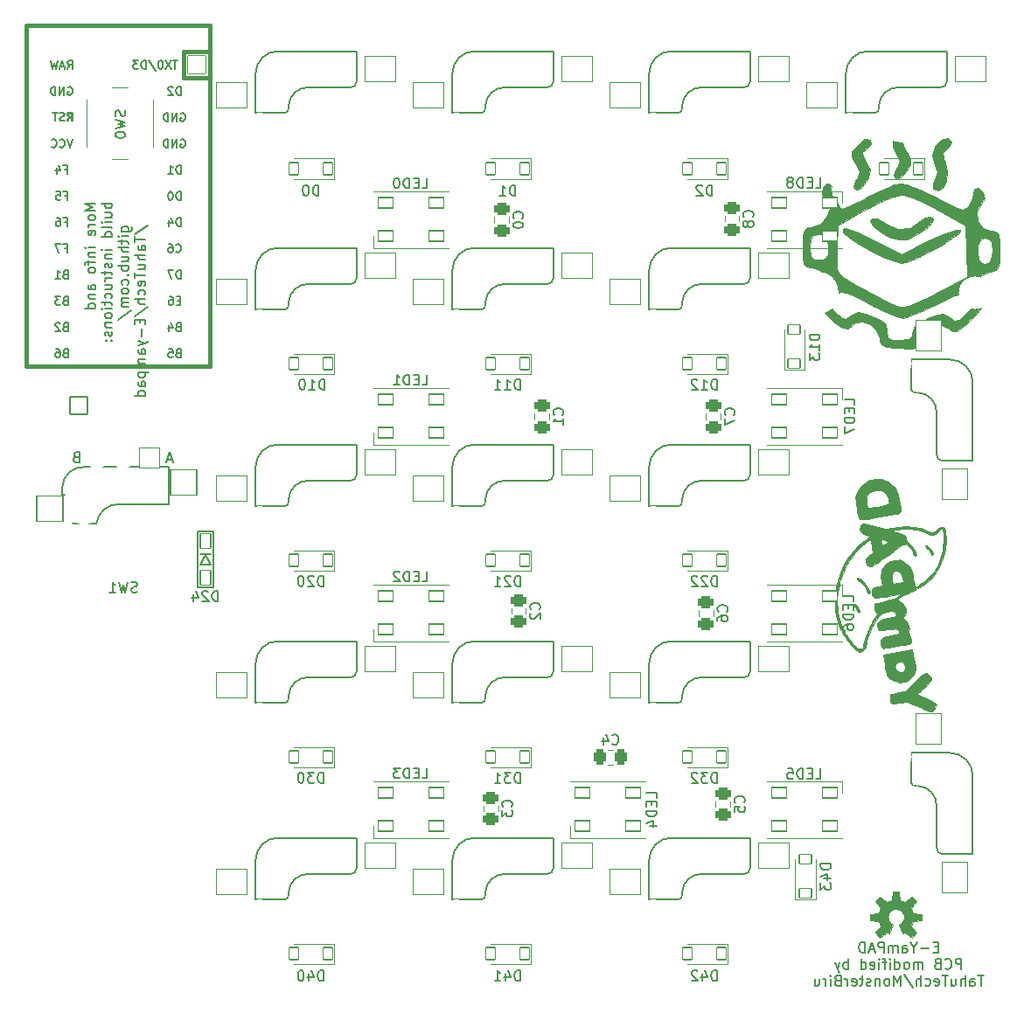
<source format=gbo>
G04 #@! TF.GenerationSoftware,KiCad,Pcbnew,(6.0.0)*
G04 #@! TF.CreationDate,2023-01-06T10:55:49+07:00*
G04 #@! TF.ProjectId,yampad_v2,79616d70-6164-45f7-9632-2e6b69636164,2.0*
G04 #@! TF.SameCoordinates,Original*
G04 #@! TF.FileFunction,Legend,Bot*
G04 #@! TF.FilePolarity,Positive*
%FSLAX46Y46*%
G04 Gerber Fmt 4.6, Leading zero omitted, Abs format (unit mm)*
G04 Created by KiCad (PCBNEW (6.0.0)) date 2023-01-06 10:55:49*
%MOMM*%
%LPD*%
G01*
G04 APERTURE LIST*
G04 Aperture macros list*
%AMRoundRect*
0 Rectangle with rounded corners*
0 $1 Rounding radius*
0 $2 $3 $4 $5 $6 $7 $8 $9 X,Y pos of 4 corners*
0 Add a 4 corners polygon primitive as box body*
4,1,4,$2,$3,$4,$5,$6,$7,$8,$9,$2,$3,0*
0 Add four circle primitives for the rounded corners*
1,1,$1+$1,$2,$3*
1,1,$1+$1,$4,$5*
1,1,$1+$1,$6,$7*
1,1,$1+$1,$8,$9*
0 Add four rect primitives between the rounded corners*
20,1,$1+$1,$2,$3,$4,$5,0*
20,1,$1+$1,$4,$5,$6,$7,0*
20,1,$1+$1,$6,$7,$8,$9,0*
20,1,$1+$1,$8,$9,$2,$3,0*%
G04 Aperture macros list end*
%ADD10C,0.150000*%
%ADD11C,0.010000*%
%ADD12C,0.381000*%
%ADD13C,0.120000*%
%ADD14R,1.752600X1.752600*%
%ADD15C,1.752600*%
%ADD16RoundRect,0.051000X0.850000X-0.850000X0.850000X0.850000X-0.850000X0.850000X-0.850000X-0.850000X0*%
%ADD17O,1.802000X1.802000*%
%ADD18C,1.803800*%
%ADD19C,3.102000*%
%ADD20C,4.089800*%
%ADD21RoundRect,0.051000X-1.500000X-1.250000X1.500000X-1.250000X1.500000X1.250000X-1.500000X1.250000X0*%
%ADD22C,3.150000*%
%ADD23RoundRect,0.051000X-1.250000X1.500000X-1.250000X-1.500000X1.250000X-1.500000X1.250000X1.500000X0*%
%ADD24O,1.602000X2.902000*%
%ADD25C,1.852000*%
%ADD26RoundRect,0.051000X-1.000000X1.000000X-1.000000X-1.000000X1.000000X-1.000000X1.000000X1.000000X0*%
%ADD27C,2.102000*%
%ADD28C,0.702000*%
%ADD29RoundRect,0.051000X1.275000X1.250000X-1.275000X1.250000X-1.275000X-1.250000X1.275000X-1.250000X0*%
%ADD30RoundRect,0.051000X-0.876300X0.876300X-0.876300X-0.876300X0.876300X-0.876300X0.876300X0.876300X0*%
%ADD31C,1.854600*%
%ADD32RoundRect,0.051000X0.750000X0.500000X-0.750000X0.500000X-0.750000X-0.500000X0.750000X-0.500000X0*%
%ADD33RoundRect,0.051000X-0.750000X-0.500000X0.750000X-0.500000X0.750000X0.500000X-0.750000X0.500000X0*%
%ADD34RoundRect,0.051000X0.450000X0.600000X-0.450000X0.600000X-0.450000X-0.600000X0.450000X-0.600000X0*%
%ADD35RoundRect,0.301000X-0.450000X0.325000X-0.450000X-0.325000X0.450000X-0.325000X0.450000X0.325000X0*%
%ADD36RoundRect,0.301000X-0.325000X-0.450000X0.325000X-0.450000X0.325000X0.450000X-0.325000X0.450000X0*%
%ADD37RoundRect,0.301000X0.450000X-0.325000X0.450000X0.325000X-0.450000X0.325000X-0.450000X-0.325000X0*%
%ADD38RoundRect,0.051000X0.600000X-0.450000X0.600000X0.450000X-0.600000X0.450000X-0.600000X-0.450000X0*%
%ADD39RoundRect,0.051000X-0.500000X0.700000X-0.500000X-0.700000X0.500000X-0.700000X0.500000X0.700000X0*%
G04 APERTURE END LIST*
D10*
X72967380Y-78059595D02*
X71967380Y-78059595D01*
X72681666Y-78392928D01*
X71967380Y-78726261D01*
X72967380Y-78726261D01*
X72967380Y-79345309D02*
X72919761Y-79250071D01*
X72872142Y-79202452D01*
X72776904Y-79154833D01*
X72491190Y-79154833D01*
X72395952Y-79202452D01*
X72348333Y-79250071D01*
X72300714Y-79345309D01*
X72300714Y-79488166D01*
X72348333Y-79583404D01*
X72395952Y-79631023D01*
X72491190Y-79678642D01*
X72776904Y-79678642D01*
X72872142Y-79631023D01*
X72919761Y-79583404D01*
X72967380Y-79488166D01*
X72967380Y-79345309D01*
X72967380Y-80107214D02*
X72300714Y-80107214D01*
X72491190Y-80107214D02*
X72395952Y-80154833D01*
X72348333Y-80202452D01*
X72300714Y-80297690D01*
X72300714Y-80392928D01*
X72919761Y-81107214D02*
X72967380Y-81011976D01*
X72967380Y-80821500D01*
X72919761Y-80726261D01*
X72824523Y-80678642D01*
X72443571Y-80678642D01*
X72348333Y-80726261D01*
X72300714Y-80821500D01*
X72300714Y-81011976D01*
X72348333Y-81107214D01*
X72443571Y-81154833D01*
X72538809Y-81154833D01*
X72634047Y-80678642D01*
X72967380Y-82345309D02*
X72300714Y-82345309D01*
X71967380Y-82345309D02*
X72015000Y-82297690D01*
X72062619Y-82345309D01*
X72015000Y-82392928D01*
X71967380Y-82345309D01*
X72062619Y-82345309D01*
X72300714Y-82821500D02*
X72967380Y-82821500D01*
X72395952Y-82821500D02*
X72348333Y-82869119D01*
X72300714Y-82964357D01*
X72300714Y-83107214D01*
X72348333Y-83202452D01*
X72443571Y-83250071D01*
X72967380Y-83250071D01*
X72300714Y-83583404D02*
X72300714Y-83964357D01*
X72967380Y-83726261D02*
X72110238Y-83726261D01*
X72015000Y-83773880D01*
X71967380Y-83869119D01*
X71967380Y-83964357D01*
X72967380Y-84440547D02*
X72919761Y-84345309D01*
X72872142Y-84297690D01*
X72776904Y-84250071D01*
X72491190Y-84250071D01*
X72395952Y-84297690D01*
X72348333Y-84345309D01*
X72300714Y-84440547D01*
X72300714Y-84583404D01*
X72348333Y-84678642D01*
X72395952Y-84726261D01*
X72491190Y-84773880D01*
X72776904Y-84773880D01*
X72872142Y-84726261D01*
X72919761Y-84678642D01*
X72967380Y-84583404D01*
X72967380Y-84440547D01*
X72967380Y-86392928D02*
X72443571Y-86392928D01*
X72348333Y-86345309D01*
X72300714Y-86250071D01*
X72300714Y-86059595D01*
X72348333Y-85964357D01*
X72919761Y-86392928D02*
X72967380Y-86297690D01*
X72967380Y-86059595D01*
X72919761Y-85964357D01*
X72824523Y-85916738D01*
X72729285Y-85916738D01*
X72634047Y-85964357D01*
X72586428Y-86059595D01*
X72586428Y-86297690D01*
X72538809Y-86392928D01*
X72300714Y-86869119D02*
X72967380Y-86869119D01*
X72395952Y-86869119D02*
X72348333Y-86916738D01*
X72300714Y-87011976D01*
X72300714Y-87154833D01*
X72348333Y-87250071D01*
X72443571Y-87297690D01*
X72967380Y-87297690D01*
X72967380Y-88202452D02*
X71967380Y-88202452D01*
X72919761Y-88202452D02*
X72967380Y-88107214D01*
X72967380Y-87916738D01*
X72919761Y-87821500D01*
X72872142Y-87773880D01*
X72776904Y-87726261D01*
X72491190Y-87726261D01*
X72395952Y-87773880D01*
X72348333Y-87821500D01*
X72300714Y-87916738D01*
X72300714Y-88107214D01*
X72348333Y-88202452D01*
X74577380Y-78059595D02*
X73577380Y-78059595D01*
X73958333Y-78059595D02*
X73910714Y-78154833D01*
X73910714Y-78345309D01*
X73958333Y-78440547D01*
X74005952Y-78488166D01*
X74101190Y-78535785D01*
X74386904Y-78535785D01*
X74482142Y-78488166D01*
X74529761Y-78440547D01*
X74577380Y-78345309D01*
X74577380Y-78154833D01*
X74529761Y-78059595D01*
X73910714Y-79392928D02*
X74577380Y-79392928D01*
X73910714Y-78964357D02*
X74434523Y-78964357D01*
X74529761Y-79011976D01*
X74577380Y-79107214D01*
X74577380Y-79250071D01*
X74529761Y-79345309D01*
X74482142Y-79392928D01*
X74577380Y-79869119D02*
X73910714Y-79869119D01*
X73577380Y-79869119D02*
X73625000Y-79821500D01*
X73672619Y-79869119D01*
X73625000Y-79916738D01*
X73577380Y-79869119D01*
X73672619Y-79869119D01*
X74577380Y-80488166D02*
X74529761Y-80392928D01*
X74434523Y-80345309D01*
X73577380Y-80345309D01*
X74577380Y-81297690D02*
X73577380Y-81297690D01*
X74529761Y-81297690D02*
X74577380Y-81202452D01*
X74577380Y-81011976D01*
X74529761Y-80916738D01*
X74482142Y-80869119D01*
X74386904Y-80821500D01*
X74101190Y-80821500D01*
X74005952Y-80869119D01*
X73958333Y-80916738D01*
X73910714Y-81011976D01*
X73910714Y-81202452D01*
X73958333Y-81297690D01*
X74577380Y-82535785D02*
X73910714Y-82535785D01*
X73577380Y-82535785D02*
X73625000Y-82488166D01*
X73672619Y-82535785D01*
X73625000Y-82583404D01*
X73577380Y-82535785D01*
X73672619Y-82535785D01*
X73910714Y-83011976D02*
X74577380Y-83011976D01*
X74005952Y-83011976D02*
X73958333Y-83059595D01*
X73910714Y-83154833D01*
X73910714Y-83297690D01*
X73958333Y-83392928D01*
X74053571Y-83440547D01*
X74577380Y-83440547D01*
X74529761Y-83869119D02*
X74577380Y-83964357D01*
X74577380Y-84154833D01*
X74529761Y-84250071D01*
X74434523Y-84297690D01*
X74386904Y-84297690D01*
X74291666Y-84250071D01*
X74244047Y-84154833D01*
X74244047Y-84011976D01*
X74196428Y-83916738D01*
X74101190Y-83869119D01*
X74053571Y-83869119D01*
X73958333Y-83916738D01*
X73910714Y-84011976D01*
X73910714Y-84154833D01*
X73958333Y-84250071D01*
X73910714Y-84583404D02*
X73910714Y-84964357D01*
X73577380Y-84726261D02*
X74434523Y-84726261D01*
X74529761Y-84773880D01*
X74577380Y-84869119D01*
X74577380Y-84964357D01*
X74577380Y-85297690D02*
X73910714Y-85297690D01*
X74101190Y-85297690D02*
X74005952Y-85345309D01*
X73958333Y-85392928D01*
X73910714Y-85488166D01*
X73910714Y-85583404D01*
X73910714Y-86345309D02*
X74577380Y-86345309D01*
X73910714Y-85916738D02*
X74434523Y-85916738D01*
X74529761Y-85964357D01*
X74577380Y-86059595D01*
X74577380Y-86202452D01*
X74529761Y-86297690D01*
X74482142Y-86345309D01*
X74529761Y-87250071D02*
X74577380Y-87154833D01*
X74577380Y-86964357D01*
X74529761Y-86869119D01*
X74482142Y-86821500D01*
X74386904Y-86773880D01*
X74101190Y-86773880D01*
X74005952Y-86821500D01*
X73958333Y-86869119D01*
X73910714Y-86964357D01*
X73910714Y-87154833D01*
X73958333Y-87250071D01*
X73910714Y-87535785D02*
X73910714Y-87916738D01*
X73577380Y-87678642D02*
X74434523Y-87678642D01*
X74529761Y-87726261D01*
X74577380Y-87821500D01*
X74577380Y-87916738D01*
X74577380Y-88250071D02*
X73910714Y-88250071D01*
X73577380Y-88250071D02*
X73625000Y-88202452D01*
X73672619Y-88250071D01*
X73625000Y-88297690D01*
X73577380Y-88250071D01*
X73672619Y-88250071D01*
X74577380Y-88869119D02*
X74529761Y-88773880D01*
X74482142Y-88726261D01*
X74386904Y-88678642D01*
X74101190Y-88678642D01*
X74005952Y-88726261D01*
X73958333Y-88773880D01*
X73910714Y-88869119D01*
X73910714Y-89011976D01*
X73958333Y-89107214D01*
X74005952Y-89154833D01*
X74101190Y-89202452D01*
X74386904Y-89202452D01*
X74482142Y-89154833D01*
X74529761Y-89107214D01*
X74577380Y-89011976D01*
X74577380Y-88869119D01*
X73910714Y-89631023D02*
X74577380Y-89631023D01*
X74005952Y-89631023D02*
X73958333Y-89678642D01*
X73910714Y-89773880D01*
X73910714Y-89916738D01*
X73958333Y-90011976D01*
X74053571Y-90059595D01*
X74577380Y-90059595D01*
X74529761Y-90488166D02*
X74577380Y-90583404D01*
X74577380Y-90773880D01*
X74529761Y-90869119D01*
X74434523Y-90916738D01*
X74386904Y-90916738D01*
X74291666Y-90869119D01*
X74244047Y-90773880D01*
X74244047Y-90631023D01*
X74196428Y-90535785D01*
X74101190Y-90488166D01*
X74053571Y-90488166D01*
X73958333Y-90535785D01*
X73910714Y-90631023D01*
X73910714Y-90773880D01*
X73958333Y-90869119D01*
X74482142Y-91345309D02*
X74529761Y-91392928D01*
X74577380Y-91345309D01*
X74529761Y-91297690D01*
X74482142Y-91345309D01*
X74577380Y-91345309D01*
X73958333Y-91345309D02*
X74005952Y-91392928D01*
X74053571Y-91345309D01*
X74005952Y-91297690D01*
X73958333Y-91345309D01*
X74053571Y-91345309D01*
X75520714Y-80773880D02*
X76330238Y-80773880D01*
X76425476Y-80726261D01*
X76473095Y-80678642D01*
X76520714Y-80583404D01*
X76520714Y-80440547D01*
X76473095Y-80345309D01*
X76139761Y-80773880D02*
X76187380Y-80678642D01*
X76187380Y-80488166D01*
X76139761Y-80392928D01*
X76092142Y-80345309D01*
X75996904Y-80297690D01*
X75711190Y-80297690D01*
X75615952Y-80345309D01*
X75568333Y-80392928D01*
X75520714Y-80488166D01*
X75520714Y-80678642D01*
X75568333Y-80773880D01*
X76187380Y-81250071D02*
X75520714Y-81250071D01*
X75187380Y-81250071D02*
X75235000Y-81202452D01*
X75282619Y-81250071D01*
X75235000Y-81297690D01*
X75187380Y-81250071D01*
X75282619Y-81250071D01*
X75520714Y-81583404D02*
X75520714Y-81964357D01*
X75187380Y-81726261D02*
X76044523Y-81726261D01*
X76139761Y-81773880D01*
X76187380Y-81869119D01*
X76187380Y-81964357D01*
X76187380Y-82297690D02*
X75187380Y-82297690D01*
X76187380Y-82726261D02*
X75663571Y-82726261D01*
X75568333Y-82678642D01*
X75520714Y-82583404D01*
X75520714Y-82440547D01*
X75568333Y-82345309D01*
X75615952Y-82297690D01*
X75520714Y-83631023D02*
X76187380Y-83631023D01*
X75520714Y-83202452D02*
X76044523Y-83202452D01*
X76139761Y-83250071D01*
X76187380Y-83345309D01*
X76187380Y-83488166D01*
X76139761Y-83583404D01*
X76092142Y-83631023D01*
X76187380Y-84107214D02*
X75187380Y-84107214D01*
X75568333Y-84107214D02*
X75520714Y-84202452D01*
X75520714Y-84392928D01*
X75568333Y-84488166D01*
X75615952Y-84535785D01*
X75711190Y-84583404D01*
X75996904Y-84583404D01*
X76092142Y-84535785D01*
X76139761Y-84488166D01*
X76187380Y-84392928D01*
X76187380Y-84202452D01*
X76139761Y-84107214D01*
X76092142Y-85011976D02*
X76139761Y-85059595D01*
X76187380Y-85011976D01*
X76139761Y-84964357D01*
X76092142Y-85011976D01*
X76187380Y-85011976D01*
X76139761Y-85916738D02*
X76187380Y-85821500D01*
X76187380Y-85631023D01*
X76139761Y-85535785D01*
X76092142Y-85488166D01*
X75996904Y-85440547D01*
X75711190Y-85440547D01*
X75615952Y-85488166D01*
X75568333Y-85535785D01*
X75520714Y-85631023D01*
X75520714Y-85821500D01*
X75568333Y-85916738D01*
X76187380Y-86488166D02*
X76139761Y-86392928D01*
X76092142Y-86345309D01*
X75996904Y-86297690D01*
X75711190Y-86297690D01*
X75615952Y-86345309D01*
X75568333Y-86392928D01*
X75520714Y-86488166D01*
X75520714Y-86631023D01*
X75568333Y-86726261D01*
X75615952Y-86773880D01*
X75711190Y-86821500D01*
X75996904Y-86821500D01*
X76092142Y-86773880D01*
X76139761Y-86726261D01*
X76187380Y-86631023D01*
X76187380Y-86488166D01*
X76187380Y-87250071D02*
X75520714Y-87250071D01*
X75615952Y-87250071D02*
X75568333Y-87297690D01*
X75520714Y-87392928D01*
X75520714Y-87535785D01*
X75568333Y-87631023D01*
X75663571Y-87678642D01*
X76187380Y-87678642D01*
X75663571Y-87678642D02*
X75568333Y-87726261D01*
X75520714Y-87821500D01*
X75520714Y-87964357D01*
X75568333Y-88059595D01*
X75663571Y-88107214D01*
X76187380Y-88107214D01*
X75139761Y-89297690D02*
X76425476Y-88440547D01*
X76749761Y-81059595D02*
X78035476Y-80202452D01*
X76797380Y-81250071D02*
X76797380Y-81821500D01*
X77797380Y-81535785D02*
X76797380Y-81535785D01*
X77797380Y-82583404D02*
X77273571Y-82583404D01*
X77178333Y-82535785D01*
X77130714Y-82440547D01*
X77130714Y-82250071D01*
X77178333Y-82154833D01*
X77749761Y-82583404D02*
X77797380Y-82488166D01*
X77797380Y-82250071D01*
X77749761Y-82154833D01*
X77654523Y-82107214D01*
X77559285Y-82107214D01*
X77464047Y-82154833D01*
X77416428Y-82250071D01*
X77416428Y-82488166D01*
X77368809Y-82583404D01*
X77797380Y-83059595D02*
X76797380Y-83059595D01*
X77797380Y-83488166D02*
X77273571Y-83488166D01*
X77178333Y-83440547D01*
X77130714Y-83345309D01*
X77130714Y-83202452D01*
X77178333Y-83107214D01*
X77225952Y-83059595D01*
X77130714Y-84392928D02*
X77797380Y-84392928D01*
X77130714Y-83964357D02*
X77654523Y-83964357D01*
X77749761Y-84011976D01*
X77797380Y-84107214D01*
X77797380Y-84250071D01*
X77749761Y-84345309D01*
X77702142Y-84392928D01*
X76797380Y-84726261D02*
X76797380Y-85297690D01*
X77797380Y-85011976D02*
X76797380Y-85011976D01*
X77749761Y-86011976D02*
X77797380Y-85916738D01*
X77797380Y-85726261D01*
X77749761Y-85631023D01*
X77654523Y-85583404D01*
X77273571Y-85583404D01*
X77178333Y-85631023D01*
X77130714Y-85726261D01*
X77130714Y-85916738D01*
X77178333Y-86011976D01*
X77273571Y-86059595D01*
X77368809Y-86059595D01*
X77464047Y-85583404D01*
X77749761Y-86916738D02*
X77797380Y-86821500D01*
X77797380Y-86631023D01*
X77749761Y-86535785D01*
X77702142Y-86488166D01*
X77606904Y-86440547D01*
X77321190Y-86440547D01*
X77225952Y-86488166D01*
X77178333Y-86535785D01*
X77130714Y-86631023D01*
X77130714Y-86821500D01*
X77178333Y-86916738D01*
X77797380Y-87345309D02*
X76797380Y-87345309D01*
X77797380Y-87773880D02*
X77273571Y-87773880D01*
X77178333Y-87726261D01*
X77130714Y-87631023D01*
X77130714Y-87488166D01*
X77178333Y-87392928D01*
X77225952Y-87345309D01*
X76749761Y-88964357D02*
X78035476Y-88107214D01*
X77273571Y-89297690D02*
X77273571Y-89631023D01*
X77797380Y-89773880D02*
X77797380Y-89297690D01*
X76797380Y-89297690D01*
X76797380Y-89773880D01*
X77416428Y-90202452D02*
X77416428Y-90964357D01*
X77130714Y-91345309D02*
X77797380Y-91583404D01*
X77130714Y-91821500D02*
X77797380Y-91583404D01*
X78035476Y-91488166D01*
X78083095Y-91440547D01*
X78130714Y-91345309D01*
X77797380Y-92631023D02*
X77273571Y-92631023D01*
X77178333Y-92583404D01*
X77130714Y-92488166D01*
X77130714Y-92297690D01*
X77178333Y-92202452D01*
X77749761Y-92631023D02*
X77797380Y-92535785D01*
X77797380Y-92297690D01*
X77749761Y-92202452D01*
X77654523Y-92154833D01*
X77559285Y-92154833D01*
X77464047Y-92202452D01*
X77416428Y-92297690D01*
X77416428Y-92535785D01*
X77368809Y-92631023D01*
X77797380Y-93107214D02*
X77130714Y-93107214D01*
X77225952Y-93107214D02*
X77178333Y-93154833D01*
X77130714Y-93250071D01*
X77130714Y-93392928D01*
X77178333Y-93488166D01*
X77273571Y-93535785D01*
X77797380Y-93535785D01*
X77273571Y-93535785D02*
X77178333Y-93583404D01*
X77130714Y-93678642D01*
X77130714Y-93821500D01*
X77178333Y-93916738D01*
X77273571Y-93964357D01*
X77797380Y-93964357D01*
X77130714Y-94440547D02*
X78130714Y-94440547D01*
X77178333Y-94440547D02*
X77130714Y-94535785D01*
X77130714Y-94726261D01*
X77178333Y-94821500D01*
X77225952Y-94869119D01*
X77321190Y-94916738D01*
X77606904Y-94916738D01*
X77702142Y-94869119D01*
X77749761Y-94821500D01*
X77797380Y-94726261D01*
X77797380Y-94535785D01*
X77749761Y-94440547D01*
X77797380Y-95773880D02*
X77273571Y-95773880D01*
X77178333Y-95726261D01*
X77130714Y-95631023D01*
X77130714Y-95440547D01*
X77178333Y-95345309D01*
X77749761Y-95773880D02*
X77797380Y-95678642D01*
X77797380Y-95440547D01*
X77749761Y-95345309D01*
X77654523Y-95297690D01*
X77559285Y-95297690D01*
X77464047Y-95345309D01*
X77416428Y-95440547D01*
X77416428Y-95678642D01*
X77368809Y-95773880D01*
X77797380Y-96678642D02*
X76797380Y-96678642D01*
X77749761Y-96678642D02*
X77797380Y-96583404D01*
X77797380Y-96392928D01*
X77749761Y-96297690D01*
X77702142Y-96250071D01*
X77606904Y-96202452D01*
X77321190Y-96202452D01*
X77225952Y-96250071D01*
X77178333Y-96297690D01*
X77130714Y-96392928D01*
X77130714Y-96583404D01*
X77178333Y-96678642D01*
X154558523Y-150083571D02*
X154225190Y-150083571D01*
X154082333Y-150607380D02*
X154558523Y-150607380D01*
X154558523Y-149607380D01*
X154082333Y-149607380D01*
X153653761Y-150226428D02*
X152891857Y-150226428D01*
X152225190Y-150131190D02*
X152225190Y-150607380D01*
X152558523Y-149607380D02*
X152225190Y-150131190D01*
X151891857Y-149607380D01*
X151129952Y-150607380D02*
X151129952Y-150083571D01*
X151177571Y-149988333D01*
X151272809Y-149940714D01*
X151463285Y-149940714D01*
X151558523Y-149988333D01*
X151129952Y-150559761D02*
X151225190Y-150607380D01*
X151463285Y-150607380D01*
X151558523Y-150559761D01*
X151606142Y-150464523D01*
X151606142Y-150369285D01*
X151558523Y-150274047D01*
X151463285Y-150226428D01*
X151225190Y-150226428D01*
X151129952Y-150178809D01*
X150653761Y-150607380D02*
X150653761Y-149940714D01*
X150653761Y-150035952D02*
X150606142Y-149988333D01*
X150510904Y-149940714D01*
X150368047Y-149940714D01*
X150272809Y-149988333D01*
X150225190Y-150083571D01*
X150225190Y-150607380D01*
X150225190Y-150083571D02*
X150177571Y-149988333D01*
X150082333Y-149940714D01*
X149939476Y-149940714D01*
X149844238Y-149988333D01*
X149796619Y-150083571D01*
X149796619Y-150607380D01*
X149320428Y-150607380D02*
X149320428Y-149607380D01*
X148939476Y-149607380D01*
X148844238Y-149655000D01*
X148796619Y-149702619D01*
X148749000Y-149797857D01*
X148749000Y-149940714D01*
X148796619Y-150035952D01*
X148844238Y-150083571D01*
X148939476Y-150131190D01*
X149320428Y-150131190D01*
X148368047Y-150321666D02*
X147891857Y-150321666D01*
X148463285Y-150607380D02*
X148129952Y-149607380D01*
X147796619Y-150607380D01*
X147463285Y-150607380D02*
X147463285Y-149607380D01*
X147225190Y-149607380D01*
X147082333Y-149655000D01*
X146987095Y-149750238D01*
X146939476Y-149845476D01*
X146891857Y-150035952D01*
X146891857Y-150178809D01*
X146939476Y-150369285D01*
X146987095Y-150464523D01*
X147082333Y-150559761D01*
X147225190Y-150607380D01*
X147463285Y-150607380D01*
X156820428Y-152217380D02*
X156820428Y-151217380D01*
X156439476Y-151217380D01*
X156344238Y-151265000D01*
X156296619Y-151312619D01*
X156249000Y-151407857D01*
X156249000Y-151550714D01*
X156296619Y-151645952D01*
X156344238Y-151693571D01*
X156439476Y-151741190D01*
X156820428Y-151741190D01*
X155249000Y-152122142D02*
X155296619Y-152169761D01*
X155439476Y-152217380D01*
X155534714Y-152217380D01*
X155677571Y-152169761D01*
X155772809Y-152074523D01*
X155820428Y-151979285D01*
X155868047Y-151788809D01*
X155868047Y-151645952D01*
X155820428Y-151455476D01*
X155772809Y-151360238D01*
X155677571Y-151265000D01*
X155534714Y-151217380D01*
X155439476Y-151217380D01*
X155296619Y-151265000D01*
X155249000Y-151312619D01*
X154487095Y-151693571D02*
X154344238Y-151741190D01*
X154296619Y-151788809D01*
X154249000Y-151884047D01*
X154249000Y-152026904D01*
X154296619Y-152122142D01*
X154344238Y-152169761D01*
X154439476Y-152217380D01*
X154820428Y-152217380D01*
X154820428Y-151217380D01*
X154487095Y-151217380D01*
X154391857Y-151265000D01*
X154344238Y-151312619D01*
X154296619Y-151407857D01*
X154296619Y-151503095D01*
X154344238Y-151598333D01*
X154391857Y-151645952D01*
X154487095Y-151693571D01*
X154820428Y-151693571D01*
X153058523Y-152217380D02*
X153058523Y-151550714D01*
X153058523Y-151645952D02*
X153010904Y-151598333D01*
X152915666Y-151550714D01*
X152772809Y-151550714D01*
X152677571Y-151598333D01*
X152629952Y-151693571D01*
X152629952Y-152217380D01*
X152629952Y-151693571D02*
X152582333Y-151598333D01*
X152487095Y-151550714D01*
X152344238Y-151550714D01*
X152249000Y-151598333D01*
X152201380Y-151693571D01*
X152201380Y-152217380D01*
X151582333Y-152217380D02*
X151677571Y-152169761D01*
X151725190Y-152122142D01*
X151772809Y-152026904D01*
X151772809Y-151741190D01*
X151725190Y-151645952D01*
X151677571Y-151598333D01*
X151582333Y-151550714D01*
X151439476Y-151550714D01*
X151344238Y-151598333D01*
X151296619Y-151645952D01*
X151249000Y-151741190D01*
X151249000Y-152026904D01*
X151296619Y-152122142D01*
X151344238Y-152169761D01*
X151439476Y-152217380D01*
X151582333Y-152217380D01*
X150391857Y-152217380D02*
X150391857Y-151217380D01*
X150391857Y-152169761D02*
X150487095Y-152217380D01*
X150677571Y-152217380D01*
X150772809Y-152169761D01*
X150820428Y-152122142D01*
X150868047Y-152026904D01*
X150868047Y-151741190D01*
X150820428Y-151645952D01*
X150772809Y-151598333D01*
X150677571Y-151550714D01*
X150487095Y-151550714D01*
X150391857Y-151598333D01*
X149915666Y-152217380D02*
X149915666Y-151550714D01*
X149915666Y-151217380D02*
X149963285Y-151265000D01*
X149915666Y-151312619D01*
X149868047Y-151265000D01*
X149915666Y-151217380D01*
X149915666Y-151312619D01*
X149582333Y-151550714D02*
X149201380Y-151550714D01*
X149439476Y-152217380D02*
X149439476Y-151360238D01*
X149391857Y-151265000D01*
X149296619Y-151217380D01*
X149201380Y-151217380D01*
X148868047Y-152217380D02*
X148868047Y-151550714D01*
X148868047Y-151217380D02*
X148915666Y-151265000D01*
X148868047Y-151312619D01*
X148820428Y-151265000D01*
X148868047Y-151217380D01*
X148868047Y-151312619D01*
X148010904Y-152169761D02*
X148106142Y-152217380D01*
X148296619Y-152217380D01*
X148391857Y-152169761D01*
X148439476Y-152074523D01*
X148439476Y-151693571D01*
X148391857Y-151598333D01*
X148296619Y-151550714D01*
X148106142Y-151550714D01*
X148010904Y-151598333D01*
X147963285Y-151693571D01*
X147963285Y-151788809D01*
X148439476Y-151884047D01*
X147106142Y-152217380D02*
X147106142Y-151217380D01*
X147106142Y-152169761D02*
X147201380Y-152217380D01*
X147391857Y-152217380D01*
X147487095Y-152169761D01*
X147534714Y-152122142D01*
X147582333Y-152026904D01*
X147582333Y-151741190D01*
X147534714Y-151645952D01*
X147487095Y-151598333D01*
X147391857Y-151550714D01*
X147201380Y-151550714D01*
X147106142Y-151598333D01*
X145868047Y-152217380D02*
X145868047Y-151217380D01*
X145868047Y-151598333D02*
X145772809Y-151550714D01*
X145582333Y-151550714D01*
X145487095Y-151598333D01*
X145439476Y-151645952D01*
X145391857Y-151741190D01*
X145391857Y-152026904D01*
X145439476Y-152122142D01*
X145487095Y-152169761D01*
X145582333Y-152217380D01*
X145772809Y-152217380D01*
X145868047Y-152169761D01*
X145058523Y-151550714D02*
X144820428Y-152217380D01*
X144582333Y-151550714D02*
X144820428Y-152217380D01*
X144915666Y-152455476D01*
X144963285Y-152503095D01*
X145058523Y-152550714D01*
X159010904Y-152827380D02*
X158439476Y-152827380D01*
X158725190Y-153827380D02*
X158725190Y-152827380D01*
X157677571Y-153827380D02*
X157677571Y-153303571D01*
X157725190Y-153208333D01*
X157820428Y-153160714D01*
X158010904Y-153160714D01*
X158106142Y-153208333D01*
X157677571Y-153779761D02*
X157772809Y-153827380D01*
X158010904Y-153827380D01*
X158106142Y-153779761D01*
X158153761Y-153684523D01*
X158153761Y-153589285D01*
X158106142Y-153494047D01*
X158010904Y-153446428D01*
X157772809Y-153446428D01*
X157677571Y-153398809D01*
X157201380Y-153827380D02*
X157201380Y-152827380D01*
X156772809Y-153827380D02*
X156772809Y-153303571D01*
X156820428Y-153208333D01*
X156915666Y-153160714D01*
X157058523Y-153160714D01*
X157153761Y-153208333D01*
X157201380Y-153255952D01*
X155868047Y-153160714D02*
X155868047Y-153827380D01*
X156296619Y-153160714D02*
X156296619Y-153684523D01*
X156249000Y-153779761D01*
X156153761Y-153827380D01*
X156010904Y-153827380D01*
X155915666Y-153779761D01*
X155868047Y-153732142D01*
X155534714Y-152827380D02*
X154963285Y-152827380D01*
X155249000Y-153827380D02*
X155249000Y-152827380D01*
X154249000Y-153779761D02*
X154344238Y-153827380D01*
X154534714Y-153827380D01*
X154629952Y-153779761D01*
X154677571Y-153684523D01*
X154677571Y-153303571D01*
X154629952Y-153208333D01*
X154534714Y-153160714D01*
X154344238Y-153160714D01*
X154249000Y-153208333D01*
X154201380Y-153303571D01*
X154201380Y-153398809D01*
X154677571Y-153494047D01*
X153344238Y-153779761D02*
X153439476Y-153827380D01*
X153629952Y-153827380D01*
X153725190Y-153779761D01*
X153772809Y-153732142D01*
X153820428Y-153636904D01*
X153820428Y-153351190D01*
X153772809Y-153255952D01*
X153725190Y-153208333D01*
X153629952Y-153160714D01*
X153439476Y-153160714D01*
X153344238Y-153208333D01*
X152915666Y-153827380D02*
X152915666Y-152827380D01*
X152487095Y-153827380D02*
X152487095Y-153303571D01*
X152534714Y-153208333D01*
X152629952Y-153160714D01*
X152772809Y-153160714D01*
X152868047Y-153208333D01*
X152915666Y-153255952D01*
X151296619Y-152779761D02*
X152153761Y-154065476D01*
X150963285Y-153827380D02*
X150963285Y-152827380D01*
X150629952Y-153541666D01*
X150296619Y-152827380D01*
X150296619Y-153827380D01*
X149677571Y-153827380D02*
X149772809Y-153779761D01*
X149820428Y-153732142D01*
X149868047Y-153636904D01*
X149868047Y-153351190D01*
X149820428Y-153255952D01*
X149772809Y-153208333D01*
X149677571Y-153160714D01*
X149534714Y-153160714D01*
X149439476Y-153208333D01*
X149391857Y-153255952D01*
X149344238Y-153351190D01*
X149344238Y-153636904D01*
X149391857Y-153732142D01*
X149439476Y-153779761D01*
X149534714Y-153827380D01*
X149677571Y-153827380D01*
X148915666Y-153160714D02*
X148915666Y-153827380D01*
X148915666Y-153255952D02*
X148868047Y-153208333D01*
X148772809Y-153160714D01*
X148629952Y-153160714D01*
X148534714Y-153208333D01*
X148487095Y-153303571D01*
X148487095Y-153827380D01*
X148058523Y-153779761D02*
X147963285Y-153827380D01*
X147772809Y-153827380D01*
X147677571Y-153779761D01*
X147629952Y-153684523D01*
X147629952Y-153636904D01*
X147677571Y-153541666D01*
X147772809Y-153494047D01*
X147915666Y-153494047D01*
X148010904Y-153446428D01*
X148058523Y-153351190D01*
X148058523Y-153303571D01*
X148010904Y-153208333D01*
X147915666Y-153160714D01*
X147772809Y-153160714D01*
X147677571Y-153208333D01*
X147344238Y-153160714D02*
X146963285Y-153160714D01*
X147201380Y-152827380D02*
X147201380Y-153684523D01*
X147153761Y-153779761D01*
X147058523Y-153827380D01*
X146963285Y-153827380D01*
X146249000Y-153779761D02*
X146344238Y-153827380D01*
X146534714Y-153827380D01*
X146629952Y-153779761D01*
X146677571Y-153684523D01*
X146677571Y-153303571D01*
X146629952Y-153208333D01*
X146534714Y-153160714D01*
X146344238Y-153160714D01*
X146249000Y-153208333D01*
X146201380Y-153303571D01*
X146201380Y-153398809D01*
X146677571Y-153494047D01*
X145772809Y-153827380D02*
X145772809Y-153160714D01*
X145772809Y-153351190D02*
X145725190Y-153255952D01*
X145677571Y-153208333D01*
X145582333Y-153160714D01*
X145487095Y-153160714D01*
X144820428Y-153303571D02*
X144677571Y-153351190D01*
X144629952Y-153398809D01*
X144582333Y-153494047D01*
X144582333Y-153636904D01*
X144629952Y-153732142D01*
X144677571Y-153779761D01*
X144772809Y-153827380D01*
X145153761Y-153827380D01*
X145153761Y-152827380D01*
X144820428Y-152827380D01*
X144725190Y-152875000D01*
X144677571Y-152922619D01*
X144629952Y-153017857D01*
X144629952Y-153113095D01*
X144677571Y-153208333D01*
X144725190Y-153255952D01*
X144820428Y-153303571D01*
X145153761Y-153303571D01*
X144153761Y-153827380D02*
X144153761Y-153160714D01*
X144153761Y-152827380D02*
X144201380Y-152875000D01*
X144153761Y-152922619D01*
X144106142Y-152875000D01*
X144153761Y-152827380D01*
X144153761Y-152922619D01*
X143677571Y-153827380D02*
X143677571Y-153160714D01*
X143677571Y-153351190D02*
X143629952Y-153255952D01*
X143582333Y-153208333D01*
X143487095Y-153160714D01*
X143391857Y-153160714D01*
X142629952Y-153160714D02*
X142629952Y-153827380D01*
X143058523Y-153160714D02*
X143058523Y-153684523D01*
X143010904Y-153779761D01*
X142915666Y-153827380D01*
X142772809Y-153827380D01*
X142677571Y-153779761D01*
X142629952Y-153732142D01*
X77013333Y-115674761D02*
X76870476Y-115722380D01*
X76632380Y-115722380D01*
X76537142Y-115674761D01*
X76489523Y-115627142D01*
X76441904Y-115531904D01*
X76441904Y-115436666D01*
X76489523Y-115341428D01*
X76537142Y-115293809D01*
X76632380Y-115246190D01*
X76822857Y-115198571D01*
X76918095Y-115150952D01*
X76965714Y-115103333D01*
X77013333Y-115008095D01*
X77013333Y-114912857D01*
X76965714Y-114817619D01*
X76918095Y-114770000D01*
X76822857Y-114722380D01*
X76584761Y-114722380D01*
X76441904Y-114770000D01*
X76108571Y-114722380D02*
X75870476Y-115722380D01*
X75680000Y-115008095D01*
X75489523Y-115722380D01*
X75251428Y-114722380D01*
X74346666Y-115722380D02*
X74918095Y-115722380D01*
X74632380Y-115722380D02*
X74632380Y-114722380D01*
X74727619Y-114865238D01*
X74822857Y-114960476D01*
X74918095Y-115008095D01*
X80418095Y-102856666D02*
X79941904Y-102856666D01*
X80513333Y-103142380D02*
X80180000Y-102142380D01*
X79846666Y-103142380D01*
X71108571Y-102618571D02*
X70965714Y-102666190D01*
X70918095Y-102713809D01*
X70870476Y-102809047D01*
X70870476Y-102951904D01*
X70918095Y-103047142D01*
X70965714Y-103094761D01*
X71060952Y-103142380D01*
X71441904Y-103142380D01*
X71441904Y-102142380D01*
X71108571Y-102142380D01*
X71013333Y-102190000D01*
X70965714Y-102237619D01*
X70918095Y-102332857D01*
X70918095Y-102428095D01*
X70965714Y-102523333D01*
X71013333Y-102570952D01*
X71108571Y-102618571D01*
X71441904Y-102618571D01*
X70789666Y-71824904D02*
X70523000Y-72624904D01*
X70256333Y-71824904D01*
X69532523Y-72548714D02*
X69570619Y-72586809D01*
X69684904Y-72624904D01*
X69761095Y-72624904D01*
X69875380Y-72586809D01*
X69951571Y-72510619D01*
X69989666Y-72434428D01*
X70027761Y-72282047D01*
X70027761Y-72167761D01*
X69989666Y-72015380D01*
X69951571Y-71939190D01*
X69875380Y-71863000D01*
X69761095Y-71824904D01*
X69684904Y-71824904D01*
X69570619Y-71863000D01*
X69532523Y-71901095D01*
X68732523Y-72548714D02*
X68770619Y-72586809D01*
X68884904Y-72624904D01*
X68961095Y-72624904D01*
X69075380Y-72586809D01*
X69151571Y-72510619D01*
X69189666Y-72434428D01*
X69227761Y-72282047D01*
X69227761Y-72167761D01*
X69189666Y-72015380D01*
X69151571Y-71939190D01*
X69075380Y-71863000D01*
X68961095Y-71824904D01*
X68884904Y-71824904D01*
X68770619Y-71863000D01*
X68732523Y-71901095D01*
X70275380Y-65004904D02*
X70542047Y-64623952D01*
X70732523Y-65004904D02*
X70732523Y-64204904D01*
X70427761Y-64204904D01*
X70351571Y-64243000D01*
X70313476Y-64281095D01*
X70275380Y-64357285D01*
X70275380Y-64471571D01*
X70313476Y-64547761D01*
X70351571Y-64585857D01*
X70427761Y-64623952D01*
X70732523Y-64623952D01*
X69970619Y-64776333D02*
X69589666Y-64776333D01*
X70046809Y-65004904D02*
X69780142Y-64204904D01*
X69513476Y-65004904D01*
X69323000Y-64204904D02*
X69132523Y-65004904D01*
X68980142Y-64433476D01*
X68827761Y-65004904D01*
X68637285Y-64204904D01*
X80968809Y-92525857D02*
X80854523Y-92563952D01*
X80816428Y-92602047D01*
X80778333Y-92678238D01*
X80778333Y-92792523D01*
X80816428Y-92868714D01*
X80854523Y-92906809D01*
X80930714Y-92944904D01*
X81235476Y-92944904D01*
X81235476Y-92144904D01*
X80968809Y-92144904D01*
X80892619Y-92183000D01*
X80854523Y-92221095D01*
X80816428Y-92297285D01*
X80816428Y-92373476D01*
X80854523Y-92449666D01*
X80892619Y-92487761D01*
X80968809Y-92525857D01*
X81235476Y-92525857D01*
X80054523Y-92144904D02*
X80435476Y-92144904D01*
X80473571Y-92525857D01*
X80435476Y-92487761D01*
X80359285Y-92449666D01*
X80168809Y-92449666D01*
X80092619Y-92487761D01*
X80054523Y-92525857D01*
X80016428Y-92602047D01*
X80016428Y-92792523D01*
X80054523Y-92868714D01*
X80092619Y-92906809D01*
X80168809Y-92944904D01*
X80359285Y-92944904D01*
X80435476Y-92906809D01*
X80473571Y-92868714D01*
X70332523Y-66783000D02*
X70408714Y-66744904D01*
X70523000Y-66744904D01*
X70637285Y-66783000D01*
X70713476Y-66859190D01*
X70751571Y-66935380D01*
X70789666Y-67087761D01*
X70789666Y-67202047D01*
X70751571Y-67354428D01*
X70713476Y-67430619D01*
X70637285Y-67506809D01*
X70523000Y-67544904D01*
X70446809Y-67544904D01*
X70332523Y-67506809D01*
X70294428Y-67468714D01*
X70294428Y-67202047D01*
X70446809Y-67202047D01*
X69951571Y-67544904D02*
X69951571Y-66744904D01*
X69494428Y-67544904D01*
X69494428Y-66744904D01*
X69113476Y-67544904D02*
X69113476Y-66744904D01*
X68923000Y-66744904D01*
X68808714Y-66783000D01*
X68732523Y-66859190D01*
X68694428Y-66935380D01*
X68656333Y-67087761D01*
X68656333Y-67202047D01*
X68694428Y-67354428D01*
X68732523Y-67430619D01*
X68808714Y-67506809D01*
X68923000Y-67544904D01*
X69113476Y-67544904D01*
X70046809Y-84905857D02*
X69932523Y-84943952D01*
X69894428Y-84982047D01*
X69856333Y-85058238D01*
X69856333Y-85172523D01*
X69894428Y-85248714D01*
X69932523Y-85286809D01*
X70008714Y-85324904D01*
X70313476Y-85324904D01*
X70313476Y-84524904D01*
X70046809Y-84524904D01*
X69970619Y-84563000D01*
X69932523Y-84601095D01*
X69894428Y-84677285D01*
X69894428Y-84753476D01*
X69932523Y-84829666D01*
X69970619Y-84867761D01*
X70046809Y-84905857D01*
X70313476Y-84905857D01*
X69094428Y-85324904D02*
X69551571Y-85324904D01*
X69323000Y-85324904D02*
X69323000Y-84524904D01*
X69399190Y-84639190D01*
X69475380Y-84715380D01*
X69551571Y-84753476D01*
X80946348Y-64204904D02*
X80489205Y-64204904D01*
X80717776Y-65004904D02*
X80717776Y-64204904D01*
X80298729Y-64204904D02*
X79765395Y-65004904D01*
X79765395Y-64204904D02*
X80298729Y-65004904D01*
X79308252Y-64204904D02*
X79232062Y-64204904D01*
X79155872Y-64243000D01*
X79117776Y-64281095D01*
X79079681Y-64357285D01*
X79041586Y-64509666D01*
X79041586Y-64700142D01*
X79079681Y-64852523D01*
X79117776Y-64928714D01*
X79155872Y-64966809D01*
X79232062Y-65004904D01*
X79308252Y-65004904D01*
X79384443Y-64966809D01*
X79422538Y-64928714D01*
X79460633Y-64852523D01*
X79498729Y-64700142D01*
X79498729Y-64509666D01*
X79460633Y-64357285D01*
X79422538Y-64281095D01*
X79384443Y-64243000D01*
X79308252Y-64204904D01*
X78127300Y-64166809D02*
X78813014Y-65195380D01*
X77860633Y-65004904D02*
X77860633Y-64204904D01*
X77670157Y-64204904D01*
X77555872Y-64243000D01*
X77479681Y-64319190D01*
X77441586Y-64395380D01*
X77403491Y-64547761D01*
X77403491Y-64662047D01*
X77441586Y-64814428D01*
X77479681Y-64890619D01*
X77555872Y-64966809D01*
X77670157Y-65004904D01*
X77860633Y-65004904D01*
X77136824Y-64204904D02*
X76641586Y-64204904D01*
X76908252Y-64509666D01*
X76793967Y-64509666D01*
X76717776Y-64547761D01*
X76679681Y-64585857D01*
X76641586Y-64662047D01*
X76641586Y-64852523D01*
X76679681Y-64928714D01*
X76717776Y-64966809D01*
X76793967Y-65004904D01*
X77022538Y-65004904D01*
X77098729Y-64966809D01*
X77136824Y-64928714D01*
X69989666Y-79825857D02*
X70256333Y-79825857D01*
X70256333Y-80244904D02*
X70256333Y-79444904D01*
X69875380Y-79444904D01*
X69227761Y-79444904D02*
X69380142Y-79444904D01*
X69456333Y-79483000D01*
X69494428Y-79521095D01*
X69570619Y-79635380D01*
X69608714Y-79787761D01*
X69608714Y-80092523D01*
X69570619Y-80168714D01*
X69532523Y-80206809D01*
X69456333Y-80244904D01*
X69303952Y-80244904D01*
X69227761Y-80206809D01*
X69189666Y-80168714D01*
X69151571Y-80092523D01*
X69151571Y-79902047D01*
X69189666Y-79825857D01*
X69227761Y-79787761D01*
X69303952Y-79749666D01*
X69456333Y-79749666D01*
X69532523Y-79787761D01*
X69570619Y-79825857D01*
X69608714Y-79902047D01*
X81235476Y-80244904D02*
X81235476Y-79444904D01*
X81045000Y-79444904D01*
X80930714Y-79483000D01*
X80854523Y-79559190D01*
X80816428Y-79635380D01*
X80778333Y-79787761D01*
X80778333Y-79902047D01*
X80816428Y-80054428D01*
X80854523Y-80130619D01*
X80930714Y-80206809D01*
X81045000Y-80244904D01*
X81235476Y-80244904D01*
X80092619Y-79711571D02*
X80092619Y-80244904D01*
X80283095Y-79406809D02*
X80473571Y-79978238D01*
X79978333Y-79978238D01*
X81235476Y-67544904D02*
X81235476Y-66744904D01*
X81045000Y-66744904D01*
X80930714Y-66783000D01*
X80854523Y-66859190D01*
X80816428Y-66935380D01*
X80778333Y-67087761D01*
X80778333Y-67202047D01*
X80816428Y-67354428D01*
X80854523Y-67430619D01*
X80930714Y-67506809D01*
X81045000Y-67544904D01*
X81235476Y-67544904D01*
X80473571Y-66821095D02*
X80435476Y-66783000D01*
X80359285Y-66744904D01*
X80168809Y-66744904D01*
X80092619Y-66783000D01*
X80054523Y-66821095D01*
X80016428Y-66897285D01*
X80016428Y-66973476D01*
X80054523Y-67087761D01*
X80511666Y-67544904D01*
X80016428Y-67544904D01*
X81235476Y-77704904D02*
X81235476Y-76904904D01*
X81045000Y-76904904D01*
X80930714Y-76943000D01*
X80854523Y-77019190D01*
X80816428Y-77095380D01*
X80778333Y-77247761D01*
X80778333Y-77362047D01*
X80816428Y-77514428D01*
X80854523Y-77590619D01*
X80930714Y-77666809D01*
X81045000Y-77704904D01*
X81235476Y-77704904D01*
X80283095Y-76904904D02*
X80206904Y-76904904D01*
X80130714Y-76943000D01*
X80092619Y-76981095D01*
X80054523Y-77057285D01*
X80016428Y-77209666D01*
X80016428Y-77400142D01*
X80054523Y-77552523D01*
X80092619Y-77628714D01*
X80130714Y-77666809D01*
X80206904Y-77704904D01*
X80283095Y-77704904D01*
X80359285Y-77666809D01*
X80397380Y-77628714D01*
X80435476Y-77552523D01*
X80473571Y-77400142D01*
X80473571Y-77209666D01*
X80435476Y-77057285D01*
X80397380Y-76981095D01*
X80359285Y-76943000D01*
X80283095Y-76904904D01*
X81197380Y-87445857D02*
X80930714Y-87445857D01*
X80816428Y-87864904D02*
X81197380Y-87864904D01*
X81197380Y-87064904D01*
X80816428Y-87064904D01*
X80130714Y-87064904D02*
X80283095Y-87064904D01*
X80359285Y-87103000D01*
X80397380Y-87141095D01*
X80473571Y-87255380D01*
X80511666Y-87407761D01*
X80511666Y-87712523D01*
X80473571Y-87788714D01*
X80435476Y-87826809D01*
X80359285Y-87864904D01*
X80206904Y-87864904D01*
X80130714Y-87826809D01*
X80092619Y-87788714D01*
X80054523Y-87712523D01*
X80054523Y-87522047D01*
X80092619Y-87445857D01*
X80130714Y-87407761D01*
X80206904Y-87369666D01*
X80359285Y-87369666D01*
X80435476Y-87407761D01*
X80473571Y-87445857D01*
X80511666Y-87522047D01*
X70046809Y-92525857D02*
X69932523Y-92563952D01*
X69894428Y-92602047D01*
X69856333Y-92678238D01*
X69856333Y-92792523D01*
X69894428Y-92868714D01*
X69932523Y-92906809D01*
X70008714Y-92944904D01*
X70313476Y-92944904D01*
X70313476Y-92144904D01*
X70046809Y-92144904D01*
X69970619Y-92183000D01*
X69932523Y-92221095D01*
X69894428Y-92297285D01*
X69894428Y-92373476D01*
X69932523Y-92449666D01*
X69970619Y-92487761D01*
X70046809Y-92525857D01*
X70313476Y-92525857D01*
X69170619Y-92144904D02*
X69323000Y-92144904D01*
X69399190Y-92183000D01*
X69437285Y-92221095D01*
X69513476Y-92335380D01*
X69551571Y-92487761D01*
X69551571Y-92792523D01*
X69513476Y-92868714D01*
X69475380Y-92906809D01*
X69399190Y-92944904D01*
X69246809Y-92944904D01*
X69170619Y-92906809D01*
X69132523Y-92868714D01*
X69094428Y-92792523D01*
X69094428Y-92602047D01*
X69132523Y-92525857D01*
X69170619Y-92487761D01*
X69246809Y-92449666D01*
X69399190Y-92449666D01*
X69475380Y-92487761D01*
X69513476Y-92525857D01*
X69551571Y-92602047D01*
X81235476Y-85324904D02*
X81235476Y-84524904D01*
X81045000Y-84524904D01*
X80930714Y-84563000D01*
X80854523Y-84639190D01*
X80816428Y-84715380D01*
X80778333Y-84867761D01*
X80778333Y-84982047D01*
X80816428Y-85134428D01*
X80854523Y-85210619D01*
X80930714Y-85286809D01*
X81045000Y-85324904D01*
X81235476Y-85324904D01*
X80511666Y-84524904D02*
X79978333Y-84524904D01*
X80321190Y-85324904D01*
X70046809Y-87445857D02*
X69932523Y-87483952D01*
X69894428Y-87522047D01*
X69856333Y-87598238D01*
X69856333Y-87712523D01*
X69894428Y-87788714D01*
X69932523Y-87826809D01*
X70008714Y-87864904D01*
X70313476Y-87864904D01*
X70313476Y-87064904D01*
X70046809Y-87064904D01*
X69970619Y-87103000D01*
X69932523Y-87141095D01*
X69894428Y-87217285D01*
X69894428Y-87293476D01*
X69932523Y-87369666D01*
X69970619Y-87407761D01*
X70046809Y-87445857D01*
X70313476Y-87445857D01*
X69589666Y-87064904D02*
X69094428Y-87064904D01*
X69361095Y-87369666D01*
X69246809Y-87369666D01*
X69170619Y-87407761D01*
X69132523Y-87445857D01*
X69094428Y-87522047D01*
X69094428Y-87712523D01*
X69132523Y-87788714D01*
X69170619Y-87826809D01*
X69246809Y-87864904D01*
X69475380Y-87864904D01*
X69551571Y-87826809D01*
X69589666Y-87788714D01*
X70046809Y-89985857D02*
X69932523Y-90023952D01*
X69894428Y-90062047D01*
X69856333Y-90138238D01*
X69856333Y-90252523D01*
X69894428Y-90328714D01*
X69932523Y-90366809D01*
X70008714Y-90404904D01*
X70313476Y-90404904D01*
X70313476Y-89604904D01*
X70046809Y-89604904D01*
X69970619Y-89643000D01*
X69932523Y-89681095D01*
X69894428Y-89757285D01*
X69894428Y-89833476D01*
X69932523Y-89909666D01*
X69970619Y-89947761D01*
X70046809Y-89985857D01*
X70313476Y-89985857D01*
X69551571Y-89681095D02*
X69513476Y-89643000D01*
X69437285Y-89604904D01*
X69246809Y-89604904D01*
X69170619Y-89643000D01*
X69132523Y-89681095D01*
X69094428Y-89757285D01*
X69094428Y-89833476D01*
X69132523Y-89947761D01*
X69589666Y-90404904D01*
X69094428Y-90404904D01*
X81235476Y-75164904D02*
X81235476Y-74364904D01*
X81045000Y-74364904D01*
X80930714Y-74403000D01*
X80854523Y-74479190D01*
X80816428Y-74555380D01*
X80778333Y-74707761D01*
X80778333Y-74822047D01*
X80816428Y-74974428D01*
X80854523Y-75050619D01*
X80930714Y-75126809D01*
X81045000Y-75164904D01*
X81235476Y-75164904D01*
X80016428Y-75164904D02*
X80473571Y-75164904D01*
X80245000Y-75164904D02*
X80245000Y-74364904D01*
X80321190Y-74479190D01*
X80397380Y-74555380D01*
X80473571Y-74593476D01*
X80778333Y-82708714D02*
X80816428Y-82746809D01*
X80930714Y-82784904D01*
X81006904Y-82784904D01*
X81121190Y-82746809D01*
X81197380Y-82670619D01*
X81235476Y-82594428D01*
X81273571Y-82442047D01*
X81273571Y-82327761D01*
X81235476Y-82175380D01*
X81197380Y-82099190D01*
X81121190Y-82023000D01*
X81006904Y-81984904D01*
X80930714Y-81984904D01*
X80816428Y-82023000D01*
X80778333Y-82061095D01*
X80092619Y-81984904D02*
X80245000Y-81984904D01*
X80321190Y-82023000D01*
X80359285Y-82061095D01*
X80435476Y-82175380D01*
X80473571Y-82327761D01*
X80473571Y-82632523D01*
X80435476Y-82708714D01*
X80397380Y-82746809D01*
X80321190Y-82784904D01*
X80168809Y-82784904D01*
X80092619Y-82746809D01*
X80054523Y-82708714D01*
X80016428Y-82632523D01*
X80016428Y-82442047D01*
X80054523Y-82365857D01*
X80092619Y-82327761D01*
X80168809Y-82289666D01*
X80321190Y-82289666D01*
X80397380Y-82327761D01*
X80435476Y-82365857D01*
X80473571Y-82442047D01*
X69989666Y-77285857D02*
X70256333Y-77285857D01*
X70256333Y-77704904D02*
X70256333Y-76904904D01*
X69875380Y-76904904D01*
X69189666Y-76904904D02*
X69570619Y-76904904D01*
X69608714Y-77285857D01*
X69570619Y-77247761D01*
X69494428Y-77209666D01*
X69303952Y-77209666D01*
X69227761Y-77247761D01*
X69189666Y-77285857D01*
X69151571Y-77362047D01*
X69151571Y-77552523D01*
X69189666Y-77628714D01*
X69227761Y-77666809D01*
X69303952Y-77704904D01*
X69494428Y-77704904D01*
X69570619Y-77666809D01*
X69608714Y-77628714D01*
X69989666Y-82365857D02*
X70256333Y-82365857D01*
X70256333Y-82784904D02*
X70256333Y-81984904D01*
X69875380Y-81984904D01*
X69646809Y-81984904D02*
X69113476Y-81984904D01*
X69456333Y-82784904D01*
X81254523Y-69323000D02*
X81330714Y-69284904D01*
X81445000Y-69284904D01*
X81559285Y-69323000D01*
X81635476Y-69399190D01*
X81673571Y-69475380D01*
X81711666Y-69627761D01*
X81711666Y-69742047D01*
X81673571Y-69894428D01*
X81635476Y-69970619D01*
X81559285Y-70046809D01*
X81445000Y-70084904D01*
X81368809Y-70084904D01*
X81254523Y-70046809D01*
X81216428Y-70008714D01*
X81216428Y-69742047D01*
X81368809Y-69742047D01*
X80873571Y-70084904D02*
X80873571Y-69284904D01*
X80416428Y-70084904D01*
X80416428Y-69284904D01*
X80035476Y-70084904D02*
X80035476Y-69284904D01*
X79845000Y-69284904D01*
X79730714Y-69323000D01*
X79654523Y-69399190D01*
X79616428Y-69475380D01*
X79578333Y-69627761D01*
X79578333Y-69742047D01*
X79616428Y-69894428D01*
X79654523Y-69970619D01*
X79730714Y-70046809D01*
X79845000Y-70084904D01*
X80035476Y-70084904D01*
X69989666Y-74745857D02*
X70256333Y-74745857D01*
X70256333Y-75164904D02*
X70256333Y-74364904D01*
X69875380Y-74364904D01*
X69227761Y-74631571D02*
X69227761Y-75164904D01*
X69418238Y-74326809D02*
X69608714Y-74898238D01*
X69113476Y-74898238D01*
X69984213Y-70016809D02*
X69869927Y-70054904D01*
X69679451Y-70054904D01*
X69603260Y-70016809D01*
X69565165Y-69978714D01*
X69527070Y-69902523D01*
X69527070Y-69826333D01*
X69565165Y-69750142D01*
X69603260Y-69712047D01*
X69679451Y-69673952D01*
X69831832Y-69635857D01*
X69908022Y-69597761D01*
X69946118Y-69559666D01*
X69984213Y-69483476D01*
X69984213Y-69407285D01*
X69946118Y-69331095D01*
X69908022Y-69293000D01*
X69831832Y-69254904D01*
X69641356Y-69254904D01*
X69527070Y-69293000D01*
X69298499Y-69254904D02*
X68841356Y-69254904D01*
X69069927Y-70054904D02*
X69069927Y-69254904D01*
X81254523Y-71863000D02*
X81330714Y-71824904D01*
X81445000Y-71824904D01*
X81559285Y-71863000D01*
X81635476Y-71939190D01*
X81673571Y-72015380D01*
X81711666Y-72167761D01*
X81711666Y-72282047D01*
X81673571Y-72434428D01*
X81635476Y-72510619D01*
X81559285Y-72586809D01*
X81445000Y-72624904D01*
X81368809Y-72624904D01*
X81254523Y-72586809D01*
X81216428Y-72548714D01*
X81216428Y-72282047D01*
X81368809Y-72282047D01*
X80873571Y-72624904D02*
X80873571Y-71824904D01*
X80416428Y-72624904D01*
X80416428Y-71824904D01*
X80035476Y-72624904D02*
X80035476Y-71824904D01*
X79845000Y-71824904D01*
X79730714Y-71863000D01*
X79654523Y-71939190D01*
X79616428Y-72015380D01*
X79578333Y-72167761D01*
X79578333Y-72282047D01*
X79616428Y-72434428D01*
X79654523Y-72510619D01*
X79730714Y-72586809D01*
X79845000Y-72624904D01*
X80035476Y-72624904D01*
X80968809Y-89985857D02*
X80854523Y-90023952D01*
X80816428Y-90062047D01*
X80778333Y-90138238D01*
X80778333Y-90252523D01*
X80816428Y-90328714D01*
X80854523Y-90366809D01*
X80930714Y-90404904D01*
X81235476Y-90404904D01*
X81235476Y-89604904D01*
X80968809Y-89604904D01*
X80892619Y-89643000D01*
X80854523Y-89681095D01*
X80816428Y-89757285D01*
X80816428Y-89833476D01*
X80854523Y-89909666D01*
X80892619Y-89947761D01*
X80968809Y-89985857D01*
X81235476Y-89985857D01*
X80092619Y-89871571D02*
X80092619Y-90404904D01*
X80283095Y-89566809D02*
X80473571Y-90138238D01*
X79978333Y-90138238D01*
X104624047Y-114681380D02*
X105100238Y-114681380D01*
X105100238Y-113681380D01*
X104290714Y-114157571D02*
X103957380Y-114157571D01*
X103814523Y-114681380D02*
X104290714Y-114681380D01*
X104290714Y-113681380D01*
X103814523Y-113681380D01*
X103385952Y-114681380D02*
X103385952Y-113681380D01*
X103147857Y-113681380D01*
X103005000Y-113729000D01*
X102909761Y-113824238D01*
X102862142Y-113919476D01*
X102814523Y-114109952D01*
X102814523Y-114252809D01*
X102862142Y-114443285D01*
X102909761Y-114538523D01*
X103005000Y-114633761D01*
X103147857Y-114681380D01*
X103385952Y-114681380D01*
X102433571Y-113776619D02*
X102385952Y-113729000D01*
X102290714Y-113681380D01*
X102052619Y-113681380D01*
X101957380Y-113729000D01*
X101909761Y-113776619D01*
X101862142Y-113871857D01*
X101862142Y-113967095D01*
X101909761Y-114109952D01*
X102481190Y-114681380D01*
X101862142Y-114681380D01*
X146375380Y-116609952D02*
X146375380Y-116133761D01*
X145375380Y-116133761D01*
X145851571Y-116943285D02*
X145851571Y-117276619D01*
X146375380Y-117419476D02*
X146375380Y-116943285D01*
X145375380Y-116943285D01*
X145375380Y-117419476D01*
X146375380Y-117848047D02*
X145375380Y-117848047D01*
X145375380Y-118086142D01*
X145423000Y-118229000D01*
X145518238Y-118324238D01*
X145613476Y-118371857D01*
X145803952Y-118419476D01*
X145946809Y-118419476D01*
X146137285Y-118371857D01*
X146232523Y-118324238D01*
X146327761Y-118229000D01*
X146375380Y-118086142D01*
X146375380Y-117848047D01*
X145375380Y-119276619D02*
X145375380Y-119086142D01*
X145423000Y-118990904D01*
X145470619Y-118943285D01*
X145613476Y-118848047D01*
X145803952Y-118800428D01*
X146184904Y-118800428D01*
X146280142Y-118848047D01*
X146327761Y-118895666D01*
X146375380Y-118990904D01*
X146375380Y-119181380D01*
X146327761Y-119276619D01*
X146280142Y-119324238D01*
X146184904Y-119371857D01*
X145946809Y-119371857D01*
X145851571Y-119324238D01*
X145803952Y-119276619D01*
X145756333Y-119181380D01*
X145756333Y-118990904D01*
X145803952Y-118895666D01*
X145851571Y-118848047D01*
X145946809Y-118800428D01*
X113641095Y-77287380D02*
X113641095Y-76287380D01*
X113403000Y-76287380D01*
X113260142Y-76335000D01*
X113164904Y-76430238D01*
X113117285Y-76525476D01*
X113069666Y-76715952D01*
X113069666Y-76858809D01*
X113117285Y-77049285D01*
X113164904Y-77144523D01*
X113260142Y-77239761D01*
X113403000Y-77287380D01*
X113641095Y-77287380D01*
X112117285Y-77287380D02*
X112688714Y-77287380D01*
X112403000Y-77287380D02*
X112403000Y-76287380D01*
X112498238Y-76430238D01*
X112593476Y-76525476D01*
X112688714Y-76573095D01*
X75842761Y-69024666D02*
X75890380Y-69167523D01*
X75890380Y-69405619D01*
X75842761Y-69500857D01*
X75795142Y-69548476D01*
X75699904Y-69596095D01*
X75604666Y-69596095D01*
X75509428Y-69548476D01*
X75461809Y-69500857D01*
X75414190Y-69405619D01*
X75366571Y-69215142D01*
X75318952Y-69119904D01*
X75271333Y-69072285D01*
X75176095Y-69024666D01*
X75080857Y-69024666D01*
X74985619Y-69072285D01*
X74938000Y-69119904D01*
X74890380Y-69215142D01*
X74890380Y-69453238D01*
X74938000Y-69596095D01*
X74890380Y-69929428D02*
X75890380Y-70167523D01*
X75176095Y-70358000D01*
X75890380Y-70548476D01*
X74890380Y-70786571D01*
X74890380Y-71358000D02*
X74890380Y-71453238D01*
X74938000Y-71548476D01*
X74985619Y-71596095D01*
X75080857Y-71643714D01*
X75271333Y-71691333D01*
X75509428Y-71691333D01*
X75699904Y-71643714D01*
X75795142Y-71596095D01*
X75842761Y-71548476D01*
X75890380Y-71453238D01*
X75890380Y-71358000D01*
X75842761Y-71262761D01*
X75795142Y-71215142D01*
X75699904Y-71167523D01*
X75509428Y-71119904D01*
X75271333Y-71119904D01*
X75080857Y-71167523D01*
X74985619Y-71215142D01*
X74938000Y-71262761D01*
X74890380Y-71358000D01*
X114117285Y-115133380D02*
X114117285Y-114133380D01*
X113879190Y-114133380D01*
X113736333Y-114181000D01*
X113641095Y-114276238D01*
X113593476Y-114371476D01*
X113545857Y-114561952D01*
X113545857Y-114704809D01*
X113593476Y-114895285D01*
X113641095Y-114990523D01*
X113736333Y-115085761D01*
X113879190Y-115133380D01*
X114117285Y-115133380D01*
X113164904Y-114228619D02*
X113117285Y-114181000D01*
X113022047Y-114133380D01*
X112783952Y-114133380D01*
X112688714Y-114181000D01*
X112641095Y-114228619D01*
X112593476Y-114323857D01*
X112593476Y-114419095D01*
X112641095Y-114561952D01*
X113212523Y-115133380D01*
X112593476Y-115133380D01*
X111641095Y-115133380D02*
X112212523Y-115133380D01*
X111926809Y-115133380D02*
X111926809Y-114133380D01*
X112022047Y-114276238D01*
X112117285Y-114371476D01*
X112212523Y-114419095D01*
X95067285Y-115133380D02*
X95067285Y-114133380D01*
X94829190Y-114133380D01*
X94686333Y-114181000D01*
X94591095Y-114276238D01*
X94543476Y-114371476D01*
X94495857Y-114561952D01*
X94495857Y-114704809D01*
X94543476Y-114895285D01*
X94591095Y-114990523D01*
X94686333Y-115085761D01*
X94829190Y-115133380D01*
X95067285Y-115133380D01*
X94114904Y-114228619D02*
X94067285Y-114181000D01*
X93972047Y-114133380D01*
X93733952Y-114133380D01*
X93638714Y-114181000D01*
X93591095Y-114228619D01*
X93543476Y-114323857D01*
X93543476Y-114419095D01*
X93591095Y-114561952D01*
X94162523Y-115133380D01*
X93543476Y-115133380D01*
X92924428Y-114133380D02*
X92829190Y-114133380D01*
X92733952Y-114181000D01*
X92686333Y-114228619D01*
X92638714Y-114323857D01*
X92591095Y-114514333D01*
X92591095Y-114752428D01*
X92638714Y-114942904D01*
X92686333Y-115038142D01*
X92733952Y-115085761D01*
X92829190Y-115133380D01*
X92924428Y-115133380D01*
X93019666Y-115085761D01*
X93067285Y-115038142D01*
X93114904Y-114942904D01*
X93162523Y-114752428D01*
X93162523Y-114514333D01*
X93114904Y-114323857D01*
X93067285Y-114228619D01*
X93019666Y-114181000D01*
X92924428Y-114133380D01*
X133167285Y-115133380D02*
X133167285Y-114133380D01*
X132929190Y-114133380D01*
X132786333Y-114181000D01*
X132691095Y-114276238D01*
X132643476Y-114371476D01*
X132595857Y-114561952D01*
X132595857Y-114704809D01*
X132643476Y-114895285D01*
X132691095Y-114990523D01*
X132786333Y-115085761D01*
X132929190Y-115133380D01*
X133167285Y-115133380D01*
X132214904Y-114228619D02*
X132167285Y-114181000D01*
X132072047Y-114133380D01*
X131833952Y-114133380D01*
X131738714Y-114181000D01*
X131691095Y-114228619D01*
X131643476Y-114323857D01*
X131643476Y-114419095D01*
X131691095Y-114561952D01*
X132262523Y-115133380D01*
X131643476Y-115133380D01*
X131262523Y-114228619D02*
X131214904Y-114181000D01*
X131119666Y-114133380D01*
X130881571Y-114133380D01*
X130786333Y-114181000D01*
X130738714Y-114228619D01*
X130691095Y-114323857D01*
X130691095Y-114419095D01*
X130738714Y-114561952D01*
X131310142Y-115133380D01*
X130691095Y-115133380D01*
X135758142Y-136083333D02*
X135805761Y-136035714D01*
X135853380Y-135892857D01*
X135853380Y-135797619D01*
X135805761Y-135654761D01*
X135710523Y-135559523D01*
X135615285Y-135511904D01*
X135424809Y-135464285D01*
X135281952Y-135464285D01*
X135091476Y-135511904D01*
X134996238Y-135559523D01*
X134901000Y-135654761D01*
X134853380Y-135797619D01*
X134853380Y-135892857D01*
X134901000Y-136035714D01*
X134948619Y-136083333D01*
X134853380Y-136988095D02*
X134853380Y-136511904D01*
X135329571Y-136464285D01*
X135281952Y-136511904D01*
X135234333Y-136607142D01*
X135234333Y-136845238D01*
X135281952Y-136940476D01*
X135329571Y-136988095D01*
X135424809Y-137035714D01*
X135662904Y-137035714D01*
X135758142Y-136988095D01*
X135805761Y-136940476D01*
X135853380Y-136845238D01*
X135853380Y-136607142D01*
X135805761Y-136511904D01*
X135758142Y-136464285D01*
X114117285Y-134183380D02*
X114117285Y-133183380D01*
X113879190Y-133183380D01*
X113736333Y-133231000D01*
X113641095Y-133326238D01*
X113593476Y-133421476D01*
X113545857Y-133611952D01*
X113545857Y-133754809D01*
X113593476Y-133945285D01*
X113641095Y-134040523D01*
X113736333Y-134135761D01*
X113879190Y-134183380D01*
X114117285Y-134183380D01*
X113212523Y-133183380D02*
X112593476Y-133183380D01*
X112926809Y-133564333D01*
X112783952Y-133564333D01*
X112688714Y-133611952D01*
X112641095Y-133659571D01*
X112593476Y-133754809D01*
X112593476Y-133992904D01*
X112641095Y-134088142D01*
X112688714Y-134135761D01*
X112783952Y-134183380D01*
X113069666Y-134183380D01*
X113164904Y-134135761D01*
X113212523Y-134088142D01*
X111641095Y-134183380D02*
X112212523Y-134183380D01*
X111926809Y-134183380D02*
X111926809Y-133183380D01*
X112022047Y-133326238D01*
X112117285Y-133421476D01*
X112212523Y-133469095D01*
X123016666Y-130406142D02*
X123064285Y-130453761D01*
X123207142Y-130501380D01*
X123302380Y-130501380D01*
X123445238Y-130453761D01*
X123540476Y-130358523D01*
X123588095Y-130263285D01*
X123635714Y-130072809D01*
X123635714Y-129929952D01*
X123588095Y-129739476D01*
X123540476Y-129644238D01*
X123445238Y-129549000D01*
X123302380Y-129501380D01*
X123207142Y-129501380D01*
X123064285Y-129549000D01*
X123016666Y-129596619D01*
X122159523Y-129834714D02*
X122159523Y-130501380D01*
X122397619Y-129453761D02*
X122635714Y-130168047D01*
X122016666Y-130168047D01*
X95067285Y-134183380D02*
X95067285Y-133183380D01*
X94829190Y-133183380D01*
X94686333Y-133231000D01*
X94591095Y-133326238D01*
X94543476Y-133421476D01*
X94495857Y-133611952D01*
X94495857Y-133754809D01*
X94543476Y-133945285D01*
X94591095Y-134040523D01*
X94686333Y-134135761D01*
X94829190Y-134183380D01*
X95067285Y-134183380D01*
X94162523Y-133183380D02*
X93543476Y-133183380D01*
X93876809Y-133564333D01*
X93733952Y-133564333D01*
X93638714Y-133611952D01*
X93591095Y-133659571D01*
X93543476Y-133754809D01*
X93543476Y-133992904D01*
X93591095Y-134088142D01*
X93638714Y-134135761D01*
X93733952Y-134183380D01*
X94019666Y-134183380D01*
X94114904Y-134135761D01*
X94162523Y-134088142D01*
X92924428Y-133183380D02*
X92829190Y-133183380D01*
X92733952Y-133231000D01*
X92686333Y-133278619D01*
X92638714Y-133373857D01*
X92591095Y-133564333D01*
X92591095Y-133802428D01*
X92638714Y-133992904D01*
X92686333Y-134088142D01*
X92733952Y-134135761D01*
X92829190Y-134183380D01*
X92924428Y-134183380D01*
X93019666Y-134135761D01*
X93067285Y-134088142D01*
X93114904Y-133992904D01*
X93162523Y-133802428D01*
X93162523Y-133564333D01*
X93114904Y-133373857D01*
X93067285Y-133278619D01*
X93019666Y-133231000D01*
X92924428Y-133183380D01*
X133167285Y-153360380D02*
X133167285Y-152360380D01*
X132929190Y-152360380D01*
X132786333Y-152408000D01*
X132691095Y-152503238D01*
X132643476Y-152598476D01*
X132595857Y-152788952D01*
X132595857Y-152931809D01*
X132643476Y-153122285D01*
X132691095Y-153217523D01*
X132786333Y-153312761D01*
X132929190Y-153360380D01*
X133167285Y-153360380D01*
X131738714Y-152693714D02*
X131738714Y-153360380D01*
X131976809Y-152312761D02*
X132214904Y-153027047D01*
X131595857Y-153027047D01*
X131262523Y-152455619D02*
X131214904Y-152408000D01*
X131119666Y-152360380D01*
X130881571Y-152360380D01*
X130786333Y-152408000D01*
X130738714Y-152455619D01*
X130691095Y-152550857D01*
X130691095Y-152646095D01*
X130738714Y-152788952D01*
X131310142Y-153360380D01*
X130691095Y-153360380D01*
X113257142Y-136483333D02*
X113304761Y-136435714D01*
X113352380Y-136292857D01*
X113352380Y-136197619D01*
X113304761Y-136054761D01*
X113209523Y-135959523D01*
X113114285Y-135911904D01*
X112923809Y-135864285D01*
X112780952Y-135864285D01*
X112590476Y-135911904D01*
X112495238Y-135959523D01*
X112400000Y-136054761D01*
X112352380Y-136197619D01*
X112352380Y-136292857D01*
X112400000Y-136435714D01*
X112447619Y-136483333D01*
X112352380Y-136816666D02*
X112352380Y-137435714D01*
X112733333Y-137102380D01*
X112733333Y-137245238D01*
X112780952Y-137340476D01*
X112828571Y-137388095D01*
X112923809Y-137435714D01*
X113161904Y-137435714D01*
X113257142Y-137388095D01*
X113304761Y-137340476D01*
X113352380Y-137245238D01*
X113352380Y-136959523D01*
X113304761Y-136864285D01*
X113257142Y-136816666D01*
X114117285Y-153360380D02*
X114117285Y-152360380D01*
X113879190Y-152360380D01*
X113736333Y-152408000D01*
X113641095Y-152503238D01*
X113593476Y-152598476D01*
X113545857Y-152788952D01*
X113545857Y-152931809D01*
X113593476Y-153122285D01*
X113641095Y-153217523D01*
X113736333Y-153312761D01*
X113879190Y-153360380D01*
X114117285Y-153360380D01*
X112688714Y-152693714D02*
X112688714Y-153360380D01*
X112926809Y-152312761D02*
X113164904Y-153027047D01*
X112545857Y-153027047D01*
X111641095Y-153360380D02*
X112212523Y-153360380D01*
X111926809Y-153360380D02*
X111926809Y-152360380D01*
X112022047Y-152503238D01*
X112117285Y-152598476D01*
X112212523Y-152646095D01*
X127325380Y-135659952D02*
X127325380Y-135183761D01*
X126325380Y-135183761D01*
X126801571Y-135993285D02*
X126801571Y-136326619D01*
X127325380Y-136469476D02*
X127325380Y-135993285D01*
X126325380Y-135993285D01*
X126325380Y-136469476D01*
X127325380Y-136898047D02*
X126325380Y-136898047D01*
X126325380Y-137136142D01*
X126373000Y-137279000D01*
X126468238Y-137374238D01*
X126563476Y-137421857D01*
X126753952Y-137469476D01*
X126896809Y-137469476D01*
X127087285Y-137421857D01*
X127182523Y-137374238D01*
X127277761Y-137279000D01*
X127325380Y-137136142D01*
X127325380Y-136898047D01*
X126658714Y-138326619D02*
X127325380Y-138326619D01*
X126277761Y-138088523D02*
X126992047Y-137850428D01*
X126992047Y-138469476D01*
X133167285Y-134183380D02*
X133167285Y-133183380D01*
X132929190Y-133183380D01*
X132786333Y-133231000D01*
X132691095Y-133326238D01*
X132643476Y-133421476D01*
X132595857Y-133611952D01*
X132595857Y-133754809D01*
X132643476Y-133945285D01*
X132691095Y-134040523D01*
X132786333Y-134135761D01*
X132929190Y-134183380D01*
X133167285Y-134183380D01*
X132262523Y-133183380D02*
X131643476Y-133183380D01*
X131976809Y-133564333D01*
X131833952Y-133564333D01*
X131738714Y-133611952D01*
X131691095Y-133659571D01*
X131643476Y-133754809D01*
X131643476Y-133992904D01*
X131691095Y-134088142D01*
X131738714Y-134135761D01*
X131833952Y-134183380D01*
X132119666Y-134183380D01*
X132214904Y-134135761D01*
X132262523Y-134088142D01*
X131262523Y-133278619D02*
X131214904Y-133231000D01*
X131119666Y-133183380D01*
X130881571Y-133183380D01*
X130786333Y-133231000D01*
X130738714Y-133278619D01*
X130691095Y-133373857D01*
X130691095Y-133469095D01*
X130738714Y-133611952D01*
X131310142Y-134183380D01*
X130691095Y-134183380D01*
X104624047Y-76581380D02*
X105100238Y-76581380D01*
X105100238Y-75581380D01*
X104290714Y-76057571D02*
X103957380Y-76057571D01*
X103814523Y-76581380D02*
X104290714Y-76581380D01*
X104290714Y-75581380D01*
X103814523Y-75581380D01*
X103385952Y-76581380D02*
X103385952Y-75581380D01*
X103147857Y-75581380D01*
X103005000Y-75629000D01*
X102909761Y-75724238D01*
X102862142Y-75819476D01*
X102814523Y-76009952D01*
X102814523Y-76152809D01*
X102862142Y-76343285D01*
X102909761Y-76438523D01*
X103005000Y-76533761D01*
X103147857Y-76581380D01*
X103385952Y-76581380D01*
X102195476Y-75581380D02*
X102100238Y-75581380D01*
X102005000Y-75629000D01*
X101957380Y-75676619D01*
X101909761Y-75771857D01*
X101862142Y-75962333D01*
X101862142Y-76200428D01*
X101909761Y-76390904D01*
X101957380Y-76486142D01*
X102005000Y-76533761D01*
X102100238Y-76581380D01*
X102195476Y-76581380D01*
X102290714Y-76533761D01*
X102338333Y-76486142D01*
X102385952Y-76390904D01*
X102433571Y-76200428D01*
X102433571Y-75962333D01*
X102385952Y-75771857D01*
X102338333Y-75676619D01*
X102290714Y-75629000D01*
X102195476Y-75581380D01*
X104624047Y-133731380D02*
X105100238Y-133731380D01*
X105100238Y-132731380D01*
X104290714Y-133207571D02*
X103957380Y-133207571D01*
X103814523Y-133731380D02*
X104290714Y-133731380D01*
X104290714Y-132731380D01*
X103814523Y-132731380D01*
X103385952Y-133731380D02*
X103385952Y-132731380D01*
X103147857Y-132731380D01*
X103005000Y-132779000D01*
X102909761Y-132874238D01*
X102862142Y-132969476D01*
X102814523Y-133159952D01*
X102814523Y-133302809D01*
X102862142Y-133493285D01*
X102909761Y-133588523D01*
X103005000Y-133683761D01*
X103147857Y-133731380D01*
X103385952Y-133731380D01*
X102481190Y-132731380D02*
X101862142Y-132731380D01*
X102195476Y-133112333D01*
X102052619Y-133112333D01*
X101957380Y-133159952D01*
X101909761Y-133207571D01*
X101862142Y-133302809D01*
X101862142Y-133540904D01*
X101909761Y-133636142D01*
X101957380Y-133683761D01*
X102052619Y-133731380D01*
X102338333Y-133731380D01*
X102433571Y-133683761D01*
X102481190Y-133636142D01*
X94591095Y-77287380D02*
X94591095Y-76287380D01*
X94353000Y-76287380D01*
X94210142Y-76335000D01*
X94114904Y-76430238D01*
X94067285Y-76525476D01*
X94019666Y-76715952D01*
X94019666Y-76858809D01*
X94067285Y-77049285D01*
X94114904Y-77144523D01*
X94210142Y-77239761D01*
X94353000Y-77287380D01*
X94591095Y-77287380D01*
X93400619Y-76287380D02*
X93305380Y-76287380D01*
X93210142Y-76335000D01*
X93162523Y-76382619D01*
X93114904Y-76477857D01*
X93067285Y-76668333D01*
X93067285Y-76906428D01*
X93114904Y-77096904D01*
X93162523Y-77192142D01*
X93210142Y-77239761D01*
X93305380Y-77287380D01*
X93400619Y-77287380D01*
X93495857Y-77239761D01*
X93543476Y-77192142D01*
X93591095Y-77096904D01*
X93638714Y-76906428D01*
X93638714Y-76668333D01*
X93591095Y-76477857D01*
X93543476Y-76382619D01*
X93495857Y-76335000D01*
X93400619Y-76287380D01*
X142724047Y-76525380D02*
X143200238Y-76525380D01*
X143200238Y-75525380D01*
X142390714Y-76001571D02*
X142057380Y-76001571D01*
X141914523Y-76525380D02*
X142390714Y-76525380D01*
X142390714Y-75525380D01*
X141914523Y-75525380D01*
X141485952Y-76525380D02*
X141485952Y-75525380D01*
X141247857Y-75525380D01*
X141105000Y-75573000D01*
X141009761Y-75668238D01*
X140962142Y-75763476D01*
X140914523Y-75953952D01*
X140914523Y-76096809D01*
X140962142Y-76287285D01*
X141009761Y-76382523D01*
X141105000Y-76477761D01*
X141247857Y-76525380D01*
X141485952Y-76525380D01*
X140343095Y-75953952D02*
X140438333Y-75906333D01*
X140485952Y-75858714D01*
X140533571Y-75763476D01*
X140533571Y-75715857D01*
X140485952Y-75620619D01*
X140438333Y-75573000D01*
X140343095Y-75525380D01*
X140152619Y-75525380D01*
X140057380Y-75573000D01*
X140009761Y-75620619D01*
X139962142Y-75715857D01*
X139962142Y-75763476D01*
X140009761Y-75858714D01*
X140057380Y-75906333D01*
X140152619Y-75953952D01*
X140343095Y-75953952D01*
X140438333Y-76001571D01*
X140485952Y-76049190D01*
X140533571Y-76144428D01*
X140533571Y-76334904D01*
X140485952Y-76430142D01*
X140438333Y-76477761D01*
X140343095Y-76525380D01*
X140152619Y-76525380D01*
X140057380Y-76477761D01*
X140009761Y-76430142D01*
X139962142Y-76334904D01*
X139962142Y-76144428D01*
X140009761Y-76049190D01*
X140057380Y-76001571D01*
X140152619Y-75953952D01*
X95067285Y-153360380D02*
X95067285Y-152360380D01*
X94829190Y-152360380D01*
X94686333Y-152408000D01*
X94591095Y-152503238D01*
X94543476Y-152598476D01*
X94495857Y-152788952D01*
X94495857Y-152931809D01*
X94543476Y-153122285D01*
X94591095Y-153217523D01*
X94686333Y-153312761D01*
X94829190Y-153360380D01*
X95067285Y-153360380D01*
X93638714Y-152693714D02*
X93638714Y-153360380D01*
X93876809Y-152312761D02*
X94114904Y-153027047D01*
X93495857Y-153027047D01*
X92924428Y-152360380D02*
X92829190Y-152360380D01*
X92733952Y-152408000D01*
X92686333Y-152455619D01*
X92638714Y-152550857D01*
X92591095Y-152741333D01*
X92591095Y-152979428D01*
X92638714Y-153169904D01*
X92686333Y-153265142D01*
X92733952Y-153312761D01*
X92829190Y-153360380D01*
X92924428Y-153360380D01*
X93019666Y-153312761D01*
X93067285Y-153265142D01*
X93114904Y-153169904D01*
X93162523Y-152979428D01*
X93162523Y-152741333D01*
X93114904Y-152550857D01*
X93067285Y-152455619D01*
X93019666Y-152408000D01*
X92924428Y-152360380D01*
X114307142Y-79483333D02*
X114354761Y-79435714D01*
X114402380Y-79292857D01*
X114402380Y-79197619D01*
X114354761Y-79054761D01*
X114259523Y-78959523D01*
X114164285Y-78911904D01*
X113973809Y-78864285D01*
X113830952Y-78864285D01*
X113640476Y-78911904D01*
X113545238Y-78959523D01*
X113450000Y-79054761D01*
X113402380Y-79197619D01*
X113402380Y-79292857D01*
X113450000Y-79435714D01*
X113497619Y-79483333D01*
X113402380Y-80102380D02*
X113402380Y-80197619D01*
X113450000Y-80292857D01*
X113497619Y-80340476D01*
X113592857Y-80388095D01*
X113783333Y-80435714D01*
X114021428Y-80435714D01*
X114211904Y-80388095D01*
X114307142Y-80340476D01*
X114354761Y-80292857D01*
X114402380Y-80197619D01*
X114402380Y-80102380D01*
X114354761Y-80007142D01*
X114307142Y-79959523D01*
X114211904Y-79911904D01*
X114021428Y-79864285D01*
X113783333Y-79864285D01*
X113592857Y-79911904D01*
X113497619Y-79959523D01*
X113450000Y-80007142D01*
X113402380Y-80102380D01*
X118207142Y-98533333D02*
X118254761Y-98485714D01*
X118302380Y-98342857D01*
X118302380Y-98247619D01*
X118254761Y-98104761D01*
X118159523Y-98009523D01*
X118064285Y-97961904D01*
X117873809Y-97914285D01*
X117730952Y-97914285D01*
X117540476Y-97961904D01*
X117445238Y-98009523D01*
X117350000Y-98104761D01*
X117302380Y-98247619D01*
X117302380Y-98342857D01*
X117350000Y-98485714D01*
X117397619Y-98533333D01*
X118302380Y-99485714D02*
X118302380Y-98914285D01*
X118302380Y-99200000D02*
X117302380Y-99200000D01*
X117445238Y-99104761D01*
X117540476Y-99009523D01*
X117588095Y-98914285D01*
X115957142Y-117383333D02*
X116004761Y-117335714D01*
X116052380Y-117192857D01*
X116052380Y-117097619D01*
X116004761Y-116954761D01*
X115909523Y-116859523D01*
X115814285Y-116811904D01*
X115623809Y-116764285D01*
X115480952Y-116764285D01*
X115290476Y-116811904D01*
X115195238Y-116859523D01*
X115100000Y-116954761D01*
X115052380Y-117097619D01*
X115052380Y-117192857D01*
X115100000Y-117335714D01*
X115147619Y-117383333D01*
X115147619Y-117764285D02*
X115100000Y-117811904D01*
X115052380Y-117907142D01*
X115052380Y-118145238D01*
X115100000Y-118240476D01*
X115147619Y-118288095D01*
X115242857Y-118335714D01*
X115338095Y-118335714D01*
X115480952Y-118288095D01*
X116052380Y-117716666D01*
X116052380Y-118335714D01*
X134108142Y-117583333D02*
X134155761Y-117535714D01*
X134203380Y-117392857D01*
X134203380Y-117297619D01*
X134155761Y-117154761D01*
X134060523Y-117059523D01*
X133965285Y-117011904D01*
X133774809Y-116964285D01*
X133631952Y-116964285D01*
X133441476Y-117011904D01*
X133346238Y-117059523D01*
X133251000Y-117154761D01*
X133203380Y-117297619D01*
X133203380Y-117392857D01*
X133251000Y-117535714D01*
X133298619Y-117583333D01*
X133203380Y-118440476D02*
X133203380Y-118250000D01*
X133251000Y-118154761D01*
X133298619Y-118107142D01*
X133441476Y-118011904D01*
X133631952Y-117964285D01*
X134012904Y-117964285D01*
X134108142Y-118011904D01*
X134155761Y-118059523D01*
X134203380Y-118154761D01*
X134203380Y-118345238D01*
X134155761Y-118440476D01*
X134108142Y-118488095D01*
X134012904Y-118535714D01*
X133774809Y-118535714D01*
X133679571Y-118488095D01*
X133631952Y-118440476D01*
X133584333Y-118345238D01*
X133584333Y-118154761D01*
X133631952Y-118059523D01*
X133679571Y-118011904D01*
X133774809Y-117964285D01*
X134808142Y-98533333D02*
X134855761Y-98485714D01*
X134903380Y-98342857D01*
X134903380Y-98247619D01*
X134855761Y-98104761D01*
X134760523Y-98009523D01*
X134665285Y-97961904D01*
X134474809Y-97914285D01*
X134331952Y-97914285D01*
X134141476Y-97961904D01*
X134046238Y-98009523D01*
X133951000Y-98104761D01*
X133903380Y-98247619D01*
X133903380Y-98342857D01*
X133951000Y-98485714D01*
X133998619Y-98533333D01*
X133903380Y-98866666D02*
X133903380Y-99533333D01*
X134903380Y-99104761D01*
X136608142Y-79383333D02*
X136655761Y-79335714D01*
X136703380Y-79192857D01*
X136703380Y-79097619D01*
X136655761Y-78954761D01*
X136560523Y-78859523D01*
X136465285Y-78811904D01*
X136274809Y-78764285D01*
X136131952Y-78764285D01*
X135941476Y-78811904D01*
X135846238Y-78859523D01*
X135751000Y-78954761D01*
X135703380Y-79097619D01*
X135703380Y-79192857D01*
X135751000Y-79335714D01*
X135798619Y-79383333D01*
X136131952Y-79954761D02*
X136084333Y-79859523D01*
X136036714Y-79811904D01*
X135941476Y-79764285D01*
X135893857Y-79764285D01*
X135798619Y-79811904D01*
X135751000Y-79859523D01*
X135703380Y-79954761D01*
X135703380Y-80145238D01*
X135751000Y-80240476D01*
X135798619Y-80288095D01*
X135893857Y-80335714D01*
X135941476Y-80335714D01*
X136036714Y-80288095D01*
X136084333Y-80240476D01*
X136131952Y-80145238D01*
X136131952Y-79954761D01*
X136179571Y-79859523D01*
X136227190Y-79811904D01*
X136322428Y-79764285D01*
X136512904Y-79764285D01*
X136608142Y-79811904D01*
X136655761Y-79859523D01*
X136703380Y-79954761D01*
X136703380Y-80145238D01*
X136655761Y-80240476D01*
X136608142Y-80288095D01*
X136512904Y-80335714D01*
X136322428Y-80335714D01*
X136227190Y-80288095D01*
X136179571Y-80240476D01*
X136131952Y-80145238D01*
X132691095Y-77287380D02*
X132691095Y-76287380D01*
X132453000Y-76287380D01*
X132310142Y-76335000D01*
X132214904Y-76430238D01*
X132167285Y-76525476D01*
X132119666Y-76715952D01*
X132119666Y-76858809D01*
X132167285Y-77049285D01*
X132214904Y-77144523D01*
X132310142Y-77239761D01*
X132453000Y-77287380D01*
X132691095Y-77287380D01*
X131738714Y-76382619D02*
X131691095Y-76335000D01*
X131595857Y-76287380D01*
X131357761Y-76287380D01*
X131262523Y-76335000D01*
X131214904Y-76382619D01*
X131167285Y-76477857D01*
X131167285Y-76573095D01*
X131214904Y-76715952D01*
X131786333Y-77287380D01*
X131167285Y-77287380D01*
X151741095Y-77287380D02*
X151741095Y-76287380D01*
X151503000Y-76287380D01*
X151360142Y-76335000D01*
X151264904Y-76430238D01*
X151217285Y-76525476D01*
X151169666Y-76715952D01*
X151169666Y-76858809D01*
X151217285Y-77049285D01*
X151264904Y-77144523D01*
X151360142Y-77239761D01*
X151503000Y-77287380D01*
X151741095Y-77287380D01*
X150836333Y-76287380D02*
X150217285Y-76287380D01*
X150550619Y-76668333D01*
X150407761Y-76668333D01*
X150312523Y-76715952D01*
X150264904Y-76763571D01*
X150217285Y-76858809D01*
X150217285Y-77096904D01*
X150264904Y-77192142D01*
X150312523Y-77239761D01*
X150407761Y-77287380D01*
X150693476Y-77287380D01*
X150788714Y-77239761D01*
X150836333Y-77192142D01*
X114117285Y-96083380D02*
X114117285Y-95083380D01*
X113879190Y-95083380D01*
X113736333Y-95131000D01*
X113641095Y-95226238D01*
X113593476Y-95321476D01*
X113545857Y-95511952D01*
X113545857Y-95654809D01*
X113593476Y-95845285D01*
X113641095Y-95940523D01*
X113736333Y-96035761D01*
X113879190Y-96083380D01*
X114117285Y-96083380D01*
X112593476Y-96083380D02*
X113164904Y-96083380D01*
X112879190Y-96083380D02*
X112879190Y-95083380D01*
X112974428Y-95226238D01*
X113069666Y-95321476D01*
X113164904Y-95369095D01*
X111641095Y-96083380D02*
X112212523Y-96083380D01*
X111926809Y-96083380D02*
X111926809Y-95083380D01*
X112022047Y-95226238D01*
X112117285Y-95321476D01*
X112212523Y-95369095D01*
X133167285Y-96083380D02*
X133167285Y-95083380D01*
X132929190Y-95083380D01*
X132786333Y-95131000D01*
X132691095Y-95226238D01*
X132643476Y-95321476D01*
X132595857Y-95511952D01*
X132595857Y-95654809D01*
X132643476Y-95845285D01*
X132691095Y-95940523D01*
X132786333Y-96035761D01*
X132929190Y-96083380D01*
X133167285Y-96083380D01*
X131643476Y-96083380D02*
X132214904Y-96083380D01*
X131929190Y-96083380D02*
X131929190Y-95083380D01*
X132024428Y-95226238D01*
X132119666Y-95321476D01*
X132214904Y-95369095D01*
X131262523Y-95178619D02*
X131214904Y-95131000D01*
X131119666Y-95083380D01*
X130881571Y-95083380D01*
X130786333Y-95131000D01*
X130738714Y-95178619D01*
X130691095Y-95273857D01*
X130691095Y-95369095D01*
X130738714Y-95511952D01*
X131310142Y-96083380D01*
X130691095Y-96083380D01*
X143102380Y-90735714D02*
X142102380Y-90735714D01*
X142102380Y-90973809D01*
X142150000Y-91116666D01*
X142245238Y-91211904D01*
X142340476Y-91259523D01*
X142530952Y-91307142D01*
X142673809Y-91307142D01*
X142864285Y-91259523D01*
X142959523Y-91211904D01*
X143054761Y-91116666D01*
X143102380Y-90973809D01*
X143102380Y-90735714D01*
X143102380Y-92259523D02*
X143102380Y-91688095D01*
X143102380Y-91973809D02*
X142102380Y-91973809D01*
X142245238Y-91878571D01*
X142340476Y-91783333D01*
X142388095Y-91688095D01*
X142102380Y-92592857D02*
X142102380Y-93211904D01*
X142483333Y-92878571D01*
X142483333Y-93021428D01*
X142530952Y-93116666D01*
X142578571Y-93164285D01*
X142673809Y-93211904D01*
X142911904Y-93211904D01*
X143007142Y-93164285D01*
X143054761Y-93116666D01*
X143102380Y-93021428D01*
X143102380Y-92735714D01*
X143054761Y-92640476D01*
X143007142Y-92592857D01*
X144184380Y-142041714D02*
X143184380Y-142041714D01*
X143184380Y-142279809D01*
X143232000Y-142422666D01*
X143327238Y-142517904D01*
X143422476Y-142565523D01*
X143612952Y-142613142D01*
X143755809Y-142613142D01*
X143946285Y-142565523D01*
X144041523Y-142517904D01*
X144136761Y-142422666D01*
X144184380Y-142279809D01*
X144184380Y-142041714D01*
X143517714Y-143470285D02*
X144184380Y-143470285D01*
X143136761Y-143232190D02*
X143851047Y-142994095D01*
X143851047Y-143613142D01*
X143184380Y-143898857D02*
X143184380Y-144517904D01*
X143565333Y-144184571D01*
X143565333Y-144327428D01*
X143612952Y-144422666D01*
X143660571Y-144470285D01*
X143755809Y-144517904D01*
X143993904Y-144517904D01*
X144089142Y-144470285D01*
X144136761Y-144422666D01*
X144184380Y-144327428D01*
X144184380Y-144041714D01*
X144136761Y-143946476D01*
X144089142Y-143898857D01*
X104624047Y-95631380D02*
X105100238Y-95631380D01*
X105100238Y-94631380D01*
X104290714Y-95107571D02*
X103957380Y-95107571D01*
X103814523Y-95631380D02*
X104290714Y-95631380D01*
X104290714Y-94631380D01*
X103814523Y-94631380D01*
X103385952Y-95631380D02*
X103385952Y-94631380D01*
X103147857Y-94631380D01*
X103005000Y-94679000D01*
X102909761Y-94774238D01*
X102862142Y-94869476D01*
X102814523Y-95059952D01*
X102814523Y-95202809D01*
X102862142Y-95393285D01*
X102909761Y-95488523D01*
X103005000Y-95583761D01*
X103147857Y-95631380D01*
X103385952Y-95631380D01*
X101862142Y-95631380D02*
X102433571Y-95631380D01*
X102147857Y-95631380D02*
X102147857Y-94631380D01*
X102243095Y-94774238D01*
X102338333Y-94869476D01*
X102433571Y-94917095D01*
X142724047Y-133802380D02*
X143200238Y-133802380D01*
X143200238Y-132802380D01*
X142390714Y-133278571D02*
X142057380Y-133278571D01*
X141914523Y-133802380D02*
X142390714Y-133802380D01*
X142390714Y-132802380D01*
X141914523Y-132802380D01*
X141485952Y-133802380D02*
X141485952Y-132802380D01*
X141247857Y-132802380D01*
X141105000Y-132850000D01*
X141009761Y-132945238D01*
X140962142Y-133040476D01*
X140914523Y-133230952D01*
X140914523Y-133373809D01*
X140962142Y-133564285D01*
X141009761Y-133659523D01*
X141105000Y-133754761D01*
X141247857Y-133802380D01*
X141485952Y-133802380D01*
X140009761Y-132802380D02*
X140485952Y-132802380D01*
X140533571Y-133278571D01*
X140485952Y-133230952D01*
X140390714Y-133183333D01*
X140152619Y-133183333D01*
X140057380Y-133230952D01*
X140009761Y-133278571D01*
X139962142Y-133373809D01*
X139962142Y-133611904D01*
X140009761Y-133707142D01*
X140057380Y-133754761D01*
X140152619Y-133802380D01*
X140390714Y-133802380D01*
X140485952Y-133754761D01*
X140533571Y-133707142D01*
X146502380Y-97559952D02*
X146502380Y-97083761D01*
X145502380Y-97083761D01*
X145978571Y-97893285D02*
X145978571Y-98226619D01*
X146502380Y-98369476D02*
X146502380Y-97893285D01*
X145502380Y-97893285D01*
X145502380Y-98369476D01*
X146502380Y-98798047D02*
X145502380Y-98798047D01*
X145502380Y-99036142D01*
X145550000Y-99179000D01*
X145645238Y-99274238D01*
X145740476Y-99321857D01*
X145930952Y-99369476D01*
X146073809Y-99369476D01*
X146264285Y-99321857D01*
X146359523Y-99274238D01*
X146454761Y-99179000D01*
X146502380Y-99036142D01*
X146502380Y-98798047D01*
X145502380Y-99702809D02*
X145502380Y-100369476D01*
X146502380Y-99940904D01*
X95194285Y-96083380D02*
X95194285Y-95083380D01*
X94956190Y-95083380D01*
X94813333Y-95131000D01*
X94718095Y-95226238D01*
X94670476Y-95321476D01*
X94622857Y-95511952D01*
X94622857Y-95654809D01*
X94670476Y-95845285D01*
X94718095Y-95940523D01*
X94813333Y-96035761D01*
X94956190Y-96083380D01*
X95194285Y-96083380D01*
X93670476Y-96083380D02*
X94241904Y-96083380D01*
X93956190Y-96083380D02*
X93956190Y-95083380D01*
X94051428Y-95226238D01*
X94146666Y-95321476D01*
X94241904Y-95369095D01*
X93051428Y-95083380D02*
X92956190Y-95083380D01*
X92860952Y-95131000D01*
X92813333Y-95178619D01*
X92765714Y-95273857D01*
X92718095Y-95464333D01*
X92718095Y-95702428D01*
X92765714Y-95892904D01*
X92813333Y-95988142D01*
X92860952Y-96035761D01*
X92956190Y-96083380D01*
X93051428Y-96083380D01*
X93146666Y-96035761D01*
X93194285Y-95988142D01*
X93241904Y-95892904D01*
X93289523Y-95702428D01*
X93289523Y-95464333D01*
X93241904Y-95273857D01*
X93194285Y-95178619D01*
X93146666Y-95131000D01*
X93051428Y-95083380D01*
X84844285Y-116602380D02*
X84844285Y-115602380D01*
X84606190Y-115602380D01*
X84463333Y-115650000D01*
X84368095Y-115745238D01*
X84320476Y-115840476D01*
X84272857Y-116030952D01*
X84272857Y-116173809D01*
X84320476Y-116364285D01*
X84368095Y-116459523D01*
X84463333Y-116554761D01*
X84606190Y-116602380D01*
X84844285Y-116602380D01*
X83891904Y-115697619D02*
X83844285Y-115650000D01*
X83749047Y-115602380D01*
X83510952Y-115602380D01*
X83415714Y-115650000D01*
X83368095Y-115697619D01*
X83320476Y-115792857D01*
X83320476Y-115888095D01*
X83368095Y-116030952D01*
X83939523Y-116602380D01*
X83320476Y-116602380D01*
X82463333Y-115935714D02*
X82463333Y-116602380D01*
X82701428Y-115554761D02*
X82939523Y-116269047D01*
X82320476Y-116269047D01*
X91330000Y-145504000D02*
X88480000Y-145504000D01*
X90680000Y-139504000D02*
X98280000Y-139504000D01*
X97680000Y-143004000D02*
X93680000Y-143004000D01*
X98280000Y-139504000D02*
X98280000Y-142454000D01*
X88480000Y-145504000D02*
X88480000Y-141704000D01*
X91330000Y-145504000D02*
G75*
G03*
X91680000Y-144954000I-100000J450000D01*
G01*
X97680000Y-143004000D02*
G75*
G03*
X98280000Y-142454000I25000J575000D01*
G01*
X93680000Y-143004000D02*
G75*
G03*
X91680001Y-144804001I-99999J-1900000D01*
G01*
X90680000Y-139504000D02*
G75*
G03*
X88480000Y-141704000I0J-2200000D01*
G01*
X109730000Y-139504000D02*
X117330000Y-139504000D01*
X110380000Y-145504000D02*
X107530000Y-145504000D01*
X107530000Y-145504000D02*
X107530000Y-141704000D01*
X117330000Y-139504000D02*
X117330000Y-142454000D01*
X116730000Y-143004000D02*
X112730000Y-143004000D01*
X112730000Y-143004000D02*
G75*
G03*
X110730001Y-144804001I-99999J-1900000D01*
G01*
X116730000Y-143004000D02*
G75*
G03*
X117330000Y-142454000I25000J575000D01*
G01*
X110380000Y-145504000D02*
G75*
G03*
X110730000Y-144954000I-100000J450000D01*
G01*
X109730000Y-139504000D02*
G75*
G03*
X107530000Y-141704000I0J-2200000D01*
G01*
X157930000Y-141079000D02*
X154980000Y-141079000D01*
X151930000Y-131279000D02*
X155730000Y-131279000D01*
X157930000Y-133479000D02*
X157930000Y-141079000D01*
X151930000Y-134129000D02*
X151930000Y-131279000D01*
X154430000Y-140479000D02*
X154430000Y-136479000D01*
X151930000Y-134129000D02*
G75*
G03*
X152480000Y-134479000I450000J100000D01*
G01*
X154430000Y-140479000D02*
G75*
G03*
X154980000Y-141079000I575000J-25000D01*
G01*
X154430000Y-136479000D02*
G75*
G03*
X152629999Y-134479001I-1900000J99999D01*
G01*
X157930000Y-133479000D02*
G75*
G03*
X155730000Y-131279000I-2200000J0D01*
G01*
X117330000Y-63304000D02*
X117330000Y-66254000D01*
X109730000Y-63304000D02*
X117330000Y-63304000D01*
X116730000Y-66804000D02*
X112730000Y-66804000D01*
X107530000Y-69304000D02*
X107530000Y-65504000D01*
X110380000Y-69304000D02*
X107530000Y-69304000D01*
X110380000Y-69304000D02*
G75*
G03*
X110730000Y-68754000I-100000J450000D01*
G01*
X109730000Y-63304000D02*
G75*
G03*
X107530000Y-65504000I0J-2200000D01*
G01*
X112730000Y-66804000D02*
G75*
G03*
X110730001Y-68604001I-99999J-1900000D01*
G01*
X116730000Y-66804000D02*
G75*
G03*
X117330000Y-66254000I25000J575000D01*
G01*
X147830000Y-63304000D02*
X155430000Y-63304000D01*
X145630000Y-69304000D02*
X145630000Y-65504000D01*
X148480000Y-69304000D02*
X145630000Y-69304000D01*
X155430000Y-63304000D02*
X155430000Y-66254000D01*
X154830000Y-66804000D02*
X150830000Y-66804000D01*
X150830000Y-66804000D02*
G75*
G03*
X148830001Y-68604001I-99999J-1900000D01*
G01*
X154830000Y-66804000D02*
G75*
G03*
X155430000Y-66254000I25000J575000D01*
G01*
X147830000Y-63304000D02*
G75*
G03*
X145630000Y-65504000I0J-2200000D01*
G01*
X148480000Y-69304000D02*
G75*
G03*
X148830000Y-68754000I-100000J450000D01*
G01*
X97680000Y-85854000D02*
X93680000Y-85854000D01*
X91330000Y-88354000D02*
X88480000Y-88354000D01*
X90680000Y-82354000D02*
X98280000Y-82354000D01*
X98280000Y-82354000D02*
X98280000Y-85304000D01*
X88480000Y-88354000D02*
X88480000Y-84554000D01*
X97680000Y-85854000D02*
G75*
G03*
X98280000Y-85304000I25000J575000D01*
G01*
X93680000Y-85854000D02*
G75*
G03*
X91680001Y-87654001I-99999J-1900000D01*
G01*
X91330000Y-88354000D02*
G75*
G03*
X91680000Y-87804000I-100000J450000D01*
G01*
X90680000Y-82354000D02*
G75*
G03*
X88480000Y-84554000I0J-2200000D01*
G01*
X116730000Y-85854000D02*
X112730000Y-85854000D01*
X109730000Y-82354000D02*
X117330000Y-82354000D01*
X110380000Y-88354000D02*
X107530000Y-88354000D01*
X107530000Y-88354000D02*
X107530000Y-84554000D01*
X117330000Y-82354000D02*
X117330000Y-85304000D01*
X110380000Y-88354000D02*
G75*
G03*
X110730000Y-87804000I-100000J450000D01*
G01*
X116730000Y-85854000D02*
G75*
G03*
X117330000Y-85304000I25000J575000D01*
G01*
X109730000Y-82354000D02*
G75*
G03*
X107530000Y-84554000I0J-2200000D01*
G01*
X112730000Y-85854000D02*
G75*
G03*
X110730001Y-87654001I-99999J-1900000D01*
G01*
X136380000Y-82354000D02*
X136380000Y-85304000D01*
X128780000Y-82354000D02*
X136380000Y-82354000D01*
X126580000Y-88354000D02*
X126580000Y-84554000D01*
X129430000Y-88354000D02*
X126580000Y-88354000D01*
X135780000Y-85854000D02*
X131780000Y-85854000D01*
X129430000Y-88354000D02*
G75*
G03*
X129780000Y-87804000I-100000J450000D01*
G01*
X128780000Y-82354000D02*
G75*
G03*
X126580000Y-84554000I0J-2200000D01*
G01*
X131780000Y-85854000D02*
G75*
G03*
X129780001Y-87654001I-99999J-1900000D01*
G01*
X135780000Y-85854000D02*
G75*
G03*
X136380000Y-85304000I25000J575000D01*
G01*
X98280000Y-101404000D02*
X98280000Y-104354000D01*
X88480000Y-107404000D02*
X88480000Y-103604000D01*
X90680000Y-101404000D02*
X98280000Y-101404000D01*
X91330000Y-107404000D02*
X88480000Y-107404000D01*
X97680000Y-104904000D02*
X93680000Y-104904000D01*
X91330000Y-107404000D02*
G75*
G03*
X91680000Y-106854000I-100000J450000D01*
G01*
X90680000Y-101404000D02*
G75*
G03*
X88480000Y-103604000I0J-2200000D01*
G01*
X93680000Y-104904000D02*
G75*
G03*
X91680001Y-106704001I-99999J-1900000D01*
G01*
X97680000Y-104904000D02*
G75*
G03*
X98280000Y-104354000I25000J575000D01*
G01*
X109730000Y-101404000D02*
X117330000Y-101404000D01*
X107530000Y-107404000D02*
X107530000Y-103604000D01*
X117330000Y-101404000D02*
X117330000Y-104354000D01*
X110380000Y-107404000D02*
X107530000Y-107404000D01*
X116730000Y-104904000D02*
X112730000Y-104904000D01*
X109730000Y-101404000D02*
G75*
G03*
X107530000Y-103604000I0J-2200000D01*
G01*
X110380000Y-107404000D02*
G75*
G03*
X110730000Y-106854000I-100000J450000D01*
G01*
X112730000Y-104904000D02*
G75*
G03*
X110730001Y-106704001I-99999J-1900000D01*
G01*
X116730000Y-104904000D02*
G75*
G03*
X117330000Y-104354000I25000J575000D01*
G01*
X128780000Y-101404000D02*
X136380000Y-101404000D01*
X135780000Y-104904000D02*
X131780000Y-104904000D01*
X126580000Y-107404000D02*
X126580000Y-103604000D01*
X136380000Y-101404000D02*
X136380000Y-104354000D01*
X129430000Y-107404000D02*
X126580000Y-107404000D01*
X135780000Y-104904000D02*
G75*
G03*
X136380000Y-104354000I25000J575000D01*
G01*
X129430000Y-107404000D02*
G75*
G03*
X129780000Y-106854000I-100000J450000D01*
G01*
X128780000Y-101404000D02*
G75*
G03*
X126580000Y-103604000I0J-2200000D01*
G01*
X131780000Y-104904000D02*
G75*
G03*
X129780001Y-106704001I-99999J-1900000D01*
G01*
X97680000Y-123954000D02*
X93680000Y-123954000D01*
X90680000Y-120454000D02*
X98280000Y-120454000D01*
X98280000Y-120454000D02*
X98280000Y-123404000D01*
X88480000Y-126454000D02*
X88480000Y-122654000D01*
X91330000Y-126454000D02*
X88480000Y-126454000D01*
X90680000Y-120454000D02*
G75*
G03*
X88480000Y-122654000I0J-2200000D01*
G01*
X97680000Y-123954000D02*
G75*
G03*
X98280000Y-123404000I25000J575000D01*
G01*
X91330000Y-126454000D02*
G75*
G03*
X91680000Y-125904000I-100000J450000D01*
G01*
X93680000Y-123954000D02*
G75*
G03*
X91680001Y-125754001I-99999J-1900000D01*
G01*
X109730000Y-120454000D02*
X117330000Y-120454000D01*
X110380000Y-126454000D02*
X107530000Y-126454000D01*
X117330000Y-120454000D02*
X117330000Y-123404000D01*
X107530000Y-126454000D02*
X107530000Y-122654000D01*
X116730000Y-123954000D02*
X112730000Y-123954000D01*
X109730000Y-120454000D02*
G75*
G03*
X107530000Y-122654000I0J-2200000D01*
G01*
X116730000Y-123954000D02*
G75*
G03*
X117330000Y-123404000I25000J575000D01*
G01*
X110380000Y-126454000D02*
G75*
G03*
X110730000Y-125904000I-100000J450000D01*
G01*
X112730000Y-123954000D02*
G75*
G03*
X110730001Y-125754001I-99999J-1900000D01*
G01*
X128780000Y-120454000D02*
X136380000Y-120454000D01*
X129430000Y-126454000D02*
X126580000Y-126454000D01*
X126580000Y-126454000D02*
X126580000Y-122654000D01*
X135780000Y-123954000D02*
X131780000Y-123954000D01*
X136380000Y-120454000D02*
X136380000Y-123404000D01*
X129430000Y-126454000D02*
G75*
G03*
X129780000Y-125904000I-100000J450000D01*
G01*
X128780000Y-120454000D02*
G75*
G03*
X126580000Y-122654000I0J-2200000D01*
G01*
X135780000Y-123954000D02*
G75*
G03*
X136380000Y-123404000I25000J575000D01*
G01*
X131780000Y-123954000D02*
G75*
G03*
X129780001Y-125754001I-99999J-1900000D01*
G01*
X135780000Y-143004000D02*
X131780000Y-143004000D01*
X128780000Y-139504000D02*
X136380000Y-139504000D01*
X136380000Y-139504000D02*
X136380000Y-142454000D01*
X126580000Y-145504000D02*
X126580000Y-141704000D01*
X129430000Y-145504000D02*
X126580000Y-145504000D01*
X135780000Y-143004000D02*
G75*
G03*
X136380000Y-142454000I25000J575000D01*
G01*
X131780000Y-143004000D02*
G75*
G03*
X129780001Y-144804001I-99999J-1900000D01*
G01*
X129430000Y-145504000D02*
G75*
G03*
X129780000Y-144954000I-100000J450000D01*
G01*
X128780000Y-139504000D02*
G75*
G03*
X126580000Y-141704000I0J-2200000D01*
G01*
X91330000Y-69304000D02*
X88480000Y-69304000D01*
X98280000Y-63304000D02*
X98280000Y-66254000D01*
X88480000Y-69304000D02*
X88480000Y-65504000D01*
X90680000Y-63304000D02*
X98280000Y-63304000D01*
X97680000Y-66804000D02*
X93680000Y-66804000D01*
X90680000Y-63304000D02*
G75*
G03*
X88480000Y-65504000I0J-2200000D01*
G01*
X97680000Y-66804000D02*
G75*
G03*
X98280000Y-66254000I25000J575000D01*
G01*
X93680000Y-66804000D02*
G75*
G03*
X91680001Y-68604001I-99999J-1900000D01*
G01*
X91330000Y-69304000D02*
G75*
G03*
X91680000Y-68754000I-100000J450000D01*
G01*
X136380000Y-63304000D02*
X136380000Y-66254000D01*
X129430000Y-69304000D02*
X126580000Y-69304000D01*
X135780000Y-66804000D02*
X131780000Y-66804000D01*
X126580000Y-69304000D02*
X126580000Y-65504000D01*
X128780000Y-63304000D02*
X136380000Y-63304000D01*
X135780000Y-66804000D02*
G75*
G03*
X136380000Y-66254000I25000J575000D01*
G01*
X129430000Y-69304000D02*
G75*
G03*
X129780000Y-68754000I-100000J450000D01*
G01*
X131780000Y-66804000D02*
G75*
G03*
X129780001Y-68604001I-99999J-1900000D01*
G01*
X128780000Y-63304000D02*
G75*
G03*
X126580000Y-65504000I0J-2200000D01*
G01*
X154430000Y-102379000D02*
X154430000Y-98379000D01*
X157930000Y-95379000D02*
X157930000Y-102979000D01*
X157930000Y-102979000D02*
X154980000Y-102979000D01*
X151930000Y-93179000D02*
X155730000Y-93179000D01*
X151930000Y-96029000D02*
X151930000Y-93179000D01*
X151930000Y-96029000D02*
G75*
G03*
X152480000Y-96379000I450000J100000D01*
G01*
X157930000Y-95379000D02*
G75*
G03*
X155730000Y-93179000I-2200000J0D01*
G01*
X154430000Y-102379000D02*
G75*
G03*
X154980000Y-102979000I575000J-25000D01*
G01*
X154430000Y-98379000D02*
G75*
G03*
X152629999Y-96379001I-1900000J99999D01*
G01*
X80080000Y-107190000D02*
X80080000Y-103590000D01*
X70030000Y-109090000D02*
X73060000Y-109090000D01*
X80060000Y-106190000D02*
X80060000Y-103940000D01*
X69780000Y-106240000D02*
X69980000Y-106240000D01*
X75280000Y-107190000D02*
X80080000Y-107190000D01*
X69780000Y-105490000D02*
X69780000Y-106240000D01*
X80080000Y-103590000D02*
X71879999Y-103590000D01*
X71879999Y-103589999D02*
G75*
G03*
X69780000Y-105490001I-100000J-1999999D01*
G01*
X75280000Y-107190000D02*
G75*
G03*
X73063682Y-109068529I-65001J-2169999D01*
G01*
D11*
X145892989Y-80500642D02*
X146627403Y-80821840D01*
X146627403Y-80821840D02*
X147837209Y-81410984D01*
X147837209Y-81410984D02*
X148348330Y-81663747D01*
X148348330Y-81663747D02*
X151000000Y-82975829D01*
X151000000Y-82975829D02*
X153694965Y-81642324D01*
X153694965Y-81642324D02*
X155262714Y-80929404D01*
X155262714Y-80929404D02*
X156290603Y-80606913D01*
X156290603Y-80606913D02*
X156737906Y-80656795D01*
X156737906Y-80656795D02*
X156589439Y-80934458D01*
X156589439Y-80934458D02*
X155955708Y-81416288D01*
X155955708Y-81416288D02*
X154994260Y-82015589D01*
X154994260Y-82015589D02*
X153862643Y-82645665D01*
X153862643Y-82645665D02*
X152718405Y-83219821D01*
X152718405Y-83219821D02*
X151719094Y-83651361D01*
X151719094Y-83651361D02*
X151022258Y-83853591D01*
X151022258Y-83853591D02*
X150919636Y-83858476D01*
X150919636Y-83858476D02*
X150410207Y-83697570D01*
X150410207Y-83697570D02*
X149458173Y-83289186D01*
X149458173Y-83289186D02*
X148246068Y-82712970D01*
X148246068Y-82712970D02*
X147913194Y-82546676D01*
X147913194Y-82546676D02*
X146725109Y-81894980D01*
X146725109Y-81894980D02*
X145830593Y-81305145D01*
X145830593Y-81305145D02*
X145381068Y-80880358D01*
X145381068Y-80880358D02*
X145355555Y-80803755D01*
X145355555Y-80803755D02*
X145375719Y-80525695D01*
X145375719Y-80525695D02*
X145515312Y-80413292D01*
X145515312Y-80413292D02*
X145892989Y-80500642D01*
X145892989Y-80500642D02*
X145892989Y-80500642D01*
G36*
X145892989Y-80500642D02*
G01*
X146627403Y-80821840D01*
X147837209Y-81410984D01*
X148348330Y-81663747D01*
X151000000Y-82975829D01*
X153694965Y-81642324D01*
X155262714Y-80929404D01*
X156290603Y-80606913D01*
X156737906Y-80656795D01*
X156589439Y-80934458D01*
X155955708Y-81416288D01*
X154994260Y-82015589D01*
X153862643Y-82645665D01*
X152718405Y-83219821D01*
X151719094Y-83651361D01*
X151022258Y-83853591D01*
X150919636Y-83858476D01*
X150410207Y-83697570D01*
X149458173Y-83289186D01*
X148246068Y-82712970D01*
X147913194Y-82546676D01*
X146725109Y-81894980D01*
X145830593Y-81305145D01*
X145381068Y-80880358D01*
X145355555Y-80803755D01*
X145375719Y-80525695D01*
X145515312Y-80413292D01*
X145892989Y-80500642D01*
G37*
X145892989Y-80500642D02*
X146627403Y-80821840D01*
X147837209Y-81410984D01*
X148348330Y-81663747D01*
X151000000Y-82975829D01*
X153694965Y-81642324D01*
X155262714Y-80929404D01*
X156290603Y-80606913D01*
X156737906Y-80656795D01*
X156589439Y-80934458D01*
X155955708Y-81416288D01*
X154994260Y-82015589D01*
X153862643Y-82645665D01*
X152718405Y-83219821D01*
X151719094Y-83651361D01*
X151022258Y-83853591D01*
X150919636Y-83858476D01*
X150410207Y-83697570D01*
X149458173Y-83289186D01*
X148246068Y-82712970D01*
X147913194Y-82546676D01*
X146725109Y-81894980D01*
X145830593Y-81305145D01*
X145381068Y-80880358D01*
X145355555Y-80803755D01*
X145375719Y-80525695D01*
X145515312Y-80413292D01*
X145892989Y-80500642D01*
X155832782Y-72045718D02*
X155601725Y-72560018D01*
X155601725Y-72560018D02*
X155418962Y-72716564D01*
X155418962Y-72716564D02*
X155039216Y-73132895D01*
X155039216Y-73132895D02*
X155093381Y-73694097D01*
X155093381Y-73694097D02*
X155263873Y-74104203D01*
X155263873Y-74104203D02*
X155462934Y-74984201D01*
X155462934Y-74984201D02*
X155357861Y-75845683D01*
X155357861Y-75845683D02*
X155031260Y-76514109D01*
X155031260Y-76514109D02*
X154565740Y-76814939D01*
X154565740Y-76814939D02*
X154078170Y-76609466D01*
X154078170Y-76609466D02*
X154070349Y-76182152D01*
X154070349Y-76182152D02*
X154280622Y-75727522D01*
X154280622Y-75727522D02*
X154514694Y-75017980D01*
X154514694Y-75017980D02*
X154243090Y-74332379D01*
X154243090Y-74332379D02*
X153966256Y-73317591D01*
X153966256Y-73317591D02*
X154303252Y-72375366D01*
X154303252Y-72375366D02*
X154883037Y-71883671D01*
X154883037Y-71883671D02*
X155545647Y-71746334D01*
X155545647Y-71746334D02*
X155832782Y-72045718D01*
X155832782Y-72045718D02*
X155832782Y-72045718D01*
G36*
X155832782Y-72045718D02*
G01*
X155601725Y-72560018D01*
X155418962Y-72716564D01*
X155039216Y-73132895D01*
X155093381Y-73694097D01*
X155263873Y-74104203D01*
X155462934Y-74984201D01*
X155357861Y-75845683D01*
X155031260Y-76514109D01*
X154565740Y-76814939D01*
X154078170Y-76609466D01*
X154070349Y-76182152D01*
X154280622Y-75727522D01*
X154514694Y-75017980D01*
X154243090Y-74332379D01*
X153966256Y-73317591D01*
X154303252Y-72375366D01*
X154883037Y-71883671D01*
X155545647Y-71746334D01*
X155832782Y-72045718D01*
G37*
X155832782Y-72045718D02*
X155601725Y-72560018D01*
X155418962Y-72716564D01*
X155039216Y-73132895D01*
X155093381Y-73694097D01*
X155263873Y-74104203D01*
X155462934Y-74984201D01*
X155357861Y-75845683D01*
X155031260Y-76514109D01*
X154565740Y-76814939D01*
X154078170Y-76609466D01*
X154070349Y-76182152D01*
X154280622Y-75727522D01*
X154514694Y-75017980D01*
X154243090Y-74332379D01*
X153966256Y-73317591D01*
X154303252Y-72375366D01*
X154883037Y-71883671D01*
X155545647Y-71746334D01*
X155832782Y-72045718D01*
X154116324Y-79535802D02*
X154093960Y-79712840D01*
X154093960Y-79712840D02*
X153655619Y-80277894D01*
X153655619Y-80277894D02*
X152833903Y-80908720D01*
X152833903Y-80908720D02*
X151901344Y-81411104D01*
X151901344Y-81411104D02*
X151529166Y-81540609D01*
X151529166Y-81540609D02*
X150713419Y-81538258D01*
X150713419Y-81538258D02*
X149765141Y-81270959D01*
X149765141Y-81270959D02*
X148790250Y-80727832D01*
X148790250Y-80727832D02*
X148167041Y-80147520D01*
X148167041Y-80147520D02*
X148011878Y-79658942D01*
X148011878Y-79658942D02*
X148153089Y-79484980D01*
X148153089Y-79484980D02*
X148650205Y-79525456D01*
X148650205Y-79525456D02*
X149397687Y-79916864D01*
X149397687Y-79916864D02*
X149521126Y-80004571D01*
X149521126Y-80004571D02*
X150682165Y-80510505D01*
X150682165Y-80510505D02*
X151846857Y-80432397D01*
X151846857Y-80432397D02*
X152792614Y-79787887D01*
X152792614Y-79787887D02*
X153320625Y-79400148D01*
X153320625Y-79400148D02*
X153848385Y-79311130D01*
X153848385Y-79311130D02*
X154116324Y-79535802D01*
X154116324Y-79535802D02*
X154116324Y-79535802D01*
G36*
X154116324Y-79535802D02*
G01*
X154093960Y-79712840D01*
X153655619Y-80277894D01*
X152833903Y-80908720D01*
X151901344Y-81411104D01*
X151529166Y-81540609D01*
X150713419Y-81538258D01*
X149765141Y-81270959D01*
X148790250Y-80727832D01*
X148167041Y-80147520D01*
X148011878Y-79658942D01*
X148153089Y-79484980D01*
X148650205Y-79525456D01*
X149397687Y-79916864D01*
X149521126Y-80004571D01*
X150682165Y-80510505D01*
X151846857Y-80432397D01*
X152792614Y-79787887D01*
X153320625Y-79400148D01*
X153848385Y-79311130D01*
X154116324Y-79535802D01*
G37*
X154116324Y-79535802D02*
X154093960Y-79712840D01*
X153655619Y-80277894D01*
X152833903Y-80908720D01*
X151901344Y-81411104D01*
X151529166Y-81540609D01*
X150713419Y-81538258D01*
X149765141Y-81270959D01*
X148790250Y-80727832D01*
X148167041Y-80147520D01*
X148011878Y-79658942D01*
X148153089Y-79484980D01*
X148650205Y-79525456D01*
X149397687Y-79916864D01*
X149521126Y-80004571D01*
X150682165Y-80510505D01*
X151846857Y-80432397D01*
X152792614Y-79787887D01*
X153320625Y-79400148D01*
X153848385Y-79311130D01*
X154116324Y-79535802D01*
X152042149Y-70695402D02*
X151934206Y-71193074D01*
X151934206Y-71193074D02*
X151482503Y-71699108D01*
X151482503Y-71699108D02*
X151121712Y-72050052D01*
X151121712Y-72050052D02*
X151166708Y-72464764D01*
X151166708Y-72464764D02*
X151523076Y-73060916D01*
X151523076Y-73060916D02*
X151918659Y-73772021D01*
X151918659Y-73772021D02*
X151894667Y-74303988D01*
X151894667Y-74303988D02*
X151561607Y-74883611D01*
X151561607Y-74883611D02*
X150980384Y-75561678D01*
X150980384Y-75561678D02*
X150515805Y-75747066D01*
X150515805Y-75747066D02*
X150297880Y-75396341D01*
X150297880Y-75396341D02*
X150294444Y-75306944D01*
X150294444Y-75306944D02*
X150524174Y-74657980D01*
X150524174Y-74657980D02*
X150680065Y-74462712D01*
X150680065Y-74462712D02*
X150846387Y-73958095D01*
X150846387Y-73958095D02*
X150498547Y-73211530D01*
X150498547Y-73211530D02*
X150150337Y-72569733D01*
X150150337Y-72569733D02*
X150208795Y-72067045D01*
X150208795Y-72067045D02*
X150667698Y-71409928D01*
X150667698Y-71409928D02*
X151257304Y-70772426D01*
X151257304Y-70772426D02*
X151704753Y-70476478D01*
X151704753Y-70476478D02*
X151731160Y-70473889D01*
X151731160Y-70473889D02*
X152042149Y-70695402D01*
X152042149Y-70695402D02*
X152042149Y-70695402D01*
G36*
X152042149Y-70695402D02*
G01*
X151934206Y-71193074D01*
X151482503Y-71699108D01*
X151121712Y-72050052D01*
X151166708Y-72464764D01*
X151523076Y-73060916D01*
X151918659Y-73772021D01*
X151894667Y-74303988D01*
X151561607Y-74883611D01*
X150980384Y-75561678D01*
X150515805Y-75747066D01*
X150297880Y-75396341D01*
X150294444Y-75306944D01*
X150524174Y-74657980D01*
X150680065Y-74462712D01*
X150846387Y-73958095D01*
X150498547Y-73211530D01*
X150150337Y-72569733D01*
X150208795Y-72067045D01*
X150667698Y-71409928D01*
X151257304Y-70772426D01*
X151704753Y-70476478D01*
X151731160Y-70473889D01*
X152042149Y-70695402D01*
G37*
X152042149Y-70695402D02*
X151934206Y-71193074D01*
X151482503Y-71699108D01*
X151121712Y-72050052D01*
X151166708Y-72464764D01*
X151523076Y-73060916D01*
X151918659Y-73772021D01*
X151894667Y-74303988D01*
X151561607Y-74883611D01*
X150980384Y-75561678D01*
X150515805Y-75747066D01*
X150297880Y-75396341D01*
X150294444Y-75306944D01*
X150524174Y-74657980D01*
X150680065Y-74462712D01*
X150846387Y-73958095D01*
X150498547Y-73211530D01*
X150150337Y-72569733D01*
X150208795Y-72067045D01*
X150667698Y-71409928D01*
X151257304Y-70772426D01*
X151704753Y-70476478D01*
X151731160Y-70473889D01*
X152042149Y-70695402D01*
X147960117Y-71879006D02*
X148036227Y-72335234D01*
X148036227Y-72335234D02*
X147671181Y-72706816D01*
X147671181Y-72706816D02*
X147248835Y-73101691D01*
X147248835Y-73101691D02*
X147284747Y-73529005D01*
X147284747Y-73529005D02*
X147587868Y-74035839D01*
X147587868Y-74035839D02*
X147949438Y-74811528D01*
X147949438Y-74811528D02*
X147821181Y-75533558D01*
X147821181Y-75533558D02*
X147722726Y-75742481D01*
X147722726Y-75742481D02*
X147243049Y-76430595D01*
X147243049Y-76430595D02*
X146763982Y-76752252D01*
X146763982Y-76752252D02*
X146453672Y-76623666D01*
X146453672Y-76623666D02*
X146413889Y-76394676D01*
X146413889Y-76394676D02*
X146645256Y-75716282D01*
X146645256Y-75716282D02*
X146799509Y-75521046D01*
X146799509Y-75521046D02*
X146959264Y-75023224D01*
X146959264Y-75023224D02*
X146600792Y-74243956D01*
X146600792Y-74243956D02*
X146573951Y-74202648D01*
X146573951Y-74202648D02*
X146193154Y-73534372D01*
X146193154Y-73534372D02*
X146229971Y-73065615D01*
X146229971Y-73065615D02*
X146723356Y-72460392D01*
X146723356Y-72460392D02*
X146783381Y-72396375D01*
X146783381Y-72396375D02*
X147501475Y-71822009D01*
X147501475Y-71822009D02*
X147960117Y-71879006D01*
X147960117Y-71879006D02*
X147960117Y-71879006D01*
G36*
X147960117Y-71879006D02*
G01*
X148036227Y-72335234D01*
X147671181Y-72706816D01*
X147248835Y-73101691D01*
X147284747Y-73529005D01*
X147587868Y-74035839D01*
X147949438Y-74811528D01*
X147821181Y-75533558D01*
X147722726Y-75742481D01*
X147243049Y-76430595D01*
X146763982Y-76752252D01*
X146453672Y-76623666D01*
X146413889Y-76394676D01*
X146645256Y-75716282D01*
X146799509Y-75521046D01*
X146959264Y-75023224D01*
X146600792Y-74243956D01*
X146573951Y-74202648D01*
X146193154Y-73534372D01*
X146229971Y-73065615D01*
X146723356Y-72460392D01*
X146783381Y-72396375D01*
X147501475Y-71822009D01*
X147960117Y-71879006D01*
G37*
X147960117Y-71879006D02*
X148036227Y-72335234D01*
X147671181Y-72706816D01*
X147248835Y-73101691D01*
X147284747Y-73529005D01*
X147587868Y-74035839D01*
X147949438Y-74811528D01*
X147821181Y-75533558D01*
X147722726Y-75742481D01*
X147243049Y-76430595D01*
X146763982Y-76752252D01*
X146453672Y-76623666D01*
X146413889Y-76394676D01*
X146645256Y-75716282D01*
X146799509Y-75521046D01*
X146959264Y-75023224D01*
X146600792Y-74243956D01*
X146573951Y-74202648D01*
X146193154Y-73534372D01*
X146229971Y-73065615D01*
X146723356Y-72460392D01*
X146783381Y-72396375D01*
X147501475Y-71822009D01*
X147960117Y-71879006D01*
X144222143Y-76372328D02*
X144179546Y-76621707D01*
X144179546Y-76621707D02*
X144252849Y-77242539D01*
X144252849Y-77242539D02*
X144494580Y-77546847D01*
X144494580Y-77546847D02*
X144930737Y-78140327D01*
X144930737Y-78140327D02*
X145002778Y-78442665D01*
X145002778Y-78442665D02*
X145287197Y-78547736D01*
X145287197Y-78547736D02*
X146131630Y-78246242D01*
X146131630Y-78246242D02*
X147522835Y-77542947D01*
X147522835Y-77542947D02*
X147560416Y-77522487D01*
X147560416Y-77522487D02*
X148868014Y-76866579D01*
X148868014Y-76866579D02*
X150043835Y-76376495D01*
X150043835Y-76376495D02*
X150875429Y-76138354D01*
X150875429Y-76138354D02*
X151000000Y-76128257D01*
X151000000Y-76128257D02*
X151719912Y-76293286D01*
X151719912Y-76293286D02*
X152832694Y-76730565D01*
X152832694Y-76730565D02*
X154123797Y-77353380D01*
X154123797Y-77353380D02*
X154410148Y-77506515D01*
X154410148Y-77506515D02*
X155664497Y-78177378D01*
X155664497Y-78177378D02*
X156457899Y-78539295D01*
X156457899Y-78539295D02*
X156944630Y-78628732D01*
X156944630Y-78628732D02*
X157278967Y-78482156D01*
X157278967Y-78482156D02*
X157520354Y-78241668D01*
X157520354Y-78241668D02*
X157930842Y-77561562D01*
X157930842Y-77561562D02*
X157990762Y-77112605D01*
X157990762Y-77112605D02*
X158070386Y-76600756D01*
X158070386Y-76600756D02*
X158471716Y-76541801D01*
X158471716Y-76541801D02*
X158918709Y-76946107D01*
X158918709Y-76946107D02*
X159054612Y-77574038D01*
X159054612Y-77574038D02*
X158700085Y-78094438D01*
X158700085Y-78094438D02*
X158328135Y-78872471D01*
X158328135Y-78872471D02*
X158439968Y-79740263D01*
X158439968Y-79740263D02*
X158938060Y-80437405D01*
X158938060Y-80437405D02*
X159677566Y-80704444D01*
X159677566Y-80704444D02*
X160165575Y-80760521D01*
X160165575Y-80760521D02*
X160418375Y-81044160D01*
X160418375Y-81044160D02*
X160512498Y-81728477D01*
X160512498Y-81728477D02*
X160525000Y-82621290D01*
X160525000Y-82621290D02*
X160500295Y-83728218D01*
X160500295Y-83728218D02*
X160368904Y-84314719D01*
X160368904Y-84314719D02*
X160044911Y-84565617D01*
X160044911Y-84565617D02*
X159582067Y-84649762D01*
X159582067Y-84649762D02*
X158727349Y-85048860D01*
X158727349Y-85048860D02*
X158238983Y-85837122D01*
X158238983Y-85837122D02*
X158215276Y-86757970D01*
X158215276Y-86757970D02*
X158543149Y-87361284D01*
X158543149Y-87361284D02*
X158826469Y-87763850D01*
X158826469Y-87763850D02*
X158780527Y-88155889D01*
X158780527Y-88155889D02*
X158332506Y-88718393D01*
X158332506Y-88718393D02*
X157770727Y-89281149D01*
X157770727Y-89281149D02*
X156902645Y-90101922D01*
X156902645Y-90101922D02*
X156357936Y-90479601D01*
X156357936Y-90479601D02*
X155963736Y-90472643D01*
X155963736Y-90472643D02*
X155547180Y-90139507D01*
X155547180Y-90139507D02*
X155467213Y-90060149D01*
X155467213Y-90060149D02*
X154722057Y-89735494D01*
X154722057Y-89735494D02*
X153843290Y-89867256D01*
X153843290Y-89867256D02*
X153100985Y-90349045D01*
X153100985Y-90349045D02*
X152765211Y-91074472D01*
X152765211Y-91074472D02*
X152763889Y-91125079D01*
X152763889Y-91125079D02*
X152715249Y-91710461D01*
X152715249Y-91710461D02*
X152462029Y-92017671D01*
X152462029Y-92017671D02*
X151843274Y-92115134D01*
X151843274Y-92115134D02*
X150698033Y-92071279D01*
X150698033Y-92071279D02*
X150559028Y-92062442D01*
X150559028Y-92062442D02*
X149540239Y-91958016D01*
X149540239Y-91958016D02*
X149044792Y-91748776D01*
X149044792Y-91748776D02*
X148890473Y-91332015D01*
X148890473Y-91332015D02*
X148883333Y-91117897D01*
X148883333Y-91117897D02*
X148620146Y-90374776D01*
X148620146Y-90374776D02*
X147985908Y-89787991D01*
X147985908Y-89787991D02*
X147213604Y-89486561D01*
X147213604Y-89486561D02*
X146536217Y-89599500D01*
X146536217Y-89599500D02*
X146385371Y-89734639D01*
X146385371Y-89734639D02*
X145850883Y-90155908D01*
X145850883Y-90155908D02*
X145246437Y-90086014D01*
X145246437Y-90086014D02*
X144442580Y-89486008D01*
X144442580Y-89486008D02*
X143951957Y-89002473D01*
X143951957Y-89002473D02*
X143254815Y-88250506D01*
X143254815Y-88250506D02*
X143072061Y-87922700D01*
X143072061Y-87922700D02*
X144047878Y-87922700D01*
X144047878Y-87922700D02*
X144491128Y-88472367D01*
X144491128Y-88472367D02*
X144641318Y-88632703D01*
X144641318Y-88632703D02*
X145236742Y-89203197D01*
X145236742Y-89203197D02*
X145639184Y-89290269D01*
X145639184Y-89290269D02*
X146112761Y-88947963D01*
X146112761Y-88947963D02*
X146125537Y-88936417D01*
X146125537Y-88936417D02*
X146805954Y-88547199D01*
X146805954Y-88547199D02*
X147563844Y-88728566D01*
X147563844Y-88728566D02*
X148449628Y-89112872D01*
X148449628Y-89112872D02*
X148971528Y-89304439D01*
X148971528Y-89304439D02*
X149473984Y-89799970D01*
X149473984Y-89799970D02*
X149588889Y-90394761D01*
X149588889Y-90394761D02*
X149679231Y-90998290D01*
X149679231Y-90998290D02*
X150089055Y-91245432D01*
X150089055Y-91245432D02*
X150823611Y-91287777D01*
X150823611Y-91287777D02*
X151672467Y-91210357D01*
X151672467Y-91210357D02*
X152015837Y-90904170D01*
X152015837Y-90904170D02*
X152058333Y-90567756D01*
X152058333Y-90567756D02*
X152318838Y-89954320D01*
X152318838Y-89954320D02*
X153161427Y-89382469D01*
X153161427Y-89382469D02*
X153557639Y-89199489D01*
X153557639Y-89199489D02*
X154512411Y-88823995D01*
X154512411Y-88823995D02*
X155086053Y-88751797D01*
X155086053Y-88751797D02*
X155528501Y-88970645D01*
X155528501Y-88970645D02*
X155678002Y-89095587D01*
X155678002Y-89095587D02*
X156153283Y-89413385D01*
X156153283Y-89413385D02*
X156592003Y-89309997D01*
X156592003Y-89309997D02*
X157186022Y-88806674D01*
X157186022Y-88806674D02*
X157758699Y-88222090D01*
X157758699Y-88222090D02*
X157849253Y-87842550D01*
X157849253Y-87842550D02*
X157497607Y-87398464D01*
X157497607Y-87398464D02*
X157407903Y-87308335D01*
X157407903Y-87308335D02*
X157048964Y-86991824D01*
X157048964Y-86991824D02*
X156680528Y-86880230D01*
X156680528Y-86880230D02*
X156139099Y-87004392D01*
X156139099Y-87004392D02*
X155261178Y-87395149D01*
X155261178Y-87395149D02*
X154232995Y-87907182D01*
X154232995Y-87907182D02*
X152965970Y-88506080D01*
X152965970Y-88506080D02*
X151880652Y-88948920D01*
X151880652Y-88948920D02*
X151176710Y-89155818D01*
X151176710Y-89155818D02*
X151097001Y-89161830D01*
X151097001Y-89161830D02*
X150508497Y-88998568D01*
X150508497Y-88998568D02*
X149493237Y-88572436D01*
X149493237Y-88572436D02*
X148240220Y-87965028D01*
X148240220Y-87965028D02*
X147832912Y-87752605D01*
X147832912Y-87752605D02*
X146547426Y-87079362D01*
X146547426Y-87079362D02*
X145728273Y-86704799D01*
X145728273Y-86704799D02*
X145219091Y-86595842D01*
X145219091Y-86595842D02*
X144863522Y-86719418D01*
X144863522Y-86719418D02*
X144505203Y-87042451D01*
X144505203Y-87042451D02*
X144500037Y-87047616D01*
X144500037Y-87047616D02*
X144059290Y-87542510D01*
X144059290Y-87542510D02*
X144047878Y-87922700D01*
X144047878Y-87922700D02*
X143072061Y-87922700D01*
X143072061Y-87922700D02*
X142996978Y-87788024D01*
X142996978Y-87788024D02*
X143118660Y-87405794D01*
X143118660Y-87405794D02*
X143400115Y-87071198D01*
X143400115Y-87071198D02*
X143809845Y-86474806D01*
X143809845Y-86474806D02*
X143795716Y-85849504D01*
X143795716Y-85849504D02*
X143595396Y-85299558D01*
X143595396Y-85299558D02*
X143057738Y-84475965D01*
X143057738Y-84475965D02*
X142314145Y-84232222D01*
X142314145Y-84232222D02*
X141832997Y-84175737D01*
X141832997Y-84175737D02*
X141582427Y-83891614D01*
X141582427Y-83891614D02*
X141488045Y-83207851D01*
X141488045Y-83207851D02*
X141475000Y-82291944D01*
X141475000Y-82291944D02*
X142180555Y-82291944D01*
X142180555Y-82291944D02*
X142246448Y-83126936D01*
X142246448Y-83126936D02*
X142542970Y-83468767D01*
X142542970Y-83468767D02*
X143062500Y-83526666D01*
X143062500Y-83526666D02*
X143244387Y-83498533D01*
X143244387Y-83498533D02*
X144728405Y-83498533D01*
X144728405Y-83498533D02*
X144804878Y-84420605D01*
X144804878Y-84420605D02*
X144911551Y-84796062D01*
X144911551Y-84796062D02*
X145391601Y-85199814D01*
X145391601Y-85199814D02*
X146325250Y-85792588D01*
X146325250Y-85792588D02*
X147524163Y-86473953D01*
X147524163Y-86473953D02*
X148800002Y-87143476D01*
X148800002Y-87143476D02*
X149964433Y-87700726D01*
X149964433Y-87700726D02*
X150829117Y-88045270D01*
X150829117Y-88045270D02*
X151122521Y-88108114D01*
X151122521Y-88108114D02*
X151716859Y-87953472D01*
X151716859Y-87953472D02*
X152746123Y-87536518D01*
X152746123Y-87536518D02*
X154026758Y-86934480D01*
X154026758Y-86934480D02*
X154576614Y-86654806D01*
X154576614Y-86654806D02*
X157379018Y-85196835D01*
X157379018Y-85196835D02*
X157276314Y-82700071D01*
X157276314Y-82700071D02*
X157274038Y-82644722D01*
X157274038Y-82644722D02*
X158408333Y-82644722D01*
X158408333Y-82644722D02*
X158487258Y-83495718D01*
X158487258Y-83495718D02*
X158795370Y-83839084D01*
X158795370Y-83839084D02*
X159113889Y-83879444D01*
X159113889Y-83879444D02*
X159600172Y-83741326D01*
X159600172Y-83741326D02*
X159796381Y-83202129D01*
X159796381Y-83202129D02*
X159819444Y-82644722D01*
X159819444Y-82644722D02*
X159740520Y-81793725D01*
X159740520Y-81793725D02*
X159432407Y-81450360D01*
X159432407Y-81450360D02*
X159113889Y-81410000D01*
X159113889Y-81410000D02*
X158627605Y-81548118D01*
X158627605Y-81548118D02*
X158431396Y-82087315D01*
X158431396Y-82087315D02*
X158408333Y-82644722D01*
X158408333Y-82644722D02*
X157274038Y-82644722D01*
X157274038Y-82644722D02*
X157173611Y-80203306D01*
X157173611Y-80203306D02*
X154527777Y-78701583D01*
X154527777Y-78701583D02*
X153209032Y-78009740D01*
X153209032Y-78009740D02*
X152021272Y-77486324D01*
X152021272Y-77486324D02*
X151167667Y-77217821D01*
X151167667Y-77217821D02*
X151000000Y-77199860D01*
X151000000Y-77199860D02*
X150294234Y-77369791D01*
X150294234Y-77369791D02*
X149190088Y-77821932D01*
X149190088Y-77821932D02*
X147890747Y-78469805D01*
X147890747Y-78469805D02*
X147472222Y-78701328D01*
X147472222Y-78701328D02*
X144826389Y-80202796D01*
X144826389Y-80202796D02*
X144735162Y-82305703D01*
X144735162Y-82305703D02*
X144728405Y-83498533D01*
X144728405Y-83498533D02*
X143244387Y-83498533D01*
X143244387Y-83498533D02*
X143658922Y-83434416D01*
X143658922Y-83434416D02*
X143903087Y-83019285D01*
X143903087Y-83019285D02*
X143944444Y-82291944D01*
X143944444Y-82291944D02*
X143878551Y-81456952D01*
X143878551Y-81456952D02*
X143582029Y-81115122D01*
X143582029Y-81115122D02*
X143062500Y-81057222D01*
X143062500Y-81057222D02*
X142466077Y-81149472D01*
X142466077Y-81149472D02*
X142221912Y-81564603D01*
X142221912Y-81564603D02*
X142180555Y-82291944D01*
X142180555Y-82291944D02*
X141475000Y-82291944D01*
X141475000Y-82291944D02*
X141498206Y-81180474D01*
X141498206Y-81180474D02*
X141619571Y-80601723D01*
X141619571Y-80601723D02*
X141916717Y-80383152D01*
X141916717Y-80383152D02*
X142347885Y-80351666D01*
X142347885Y-80351666D02*
X143203421Y-80057353D01*
X143203421Y-80057353D02*
X143739200Y-79349132D01*
X143739200Y-79349132D02*
X144058795Y-78601361D01*
X144058795Y-78601361D02*
X143987327Y-78127903D01*
X143987327Y-78127903D02*
X143700019Y-77788987D01*
X143700019Y-77788987D02*
X143364633Y-77138824D01*
X143364633Y-77138824D02*
X143432105Y-76488279D01*
X143432105Y-76488279D02*
X143855039Y-76129433D01*
X143855039Y-76129433D02*
X143971116Y-76118333D01*
X143971116Y-76118333D02*
X144222143Y-76372328D01*
X144222143Y-76372328D02*
X144222143Y-76372328D01*
G36*
X143118660Y-87405794D02*
G01*
X143400115Y-87071198D01*
X143809845Y-86474806D01*
X143795716Y-85849504D01*
X143595396Y-85299558D01*
X143057738Y-84475965D01*
X142314145Y-84232222D01*
X141832997Y-84175737D01*
X141582427Y-83891614D01*
X141488045Y-83207851D01*
X141475000Y-82291944D01*
X142180555Y-82291944D01*
X142246448Y-83126936D01*
X142542970Y-83468767D01*
X143062500Y-83526666D01*
X143244387Y-83498533D01*
X144728405Y-83498533D01*
X144804878Y-84420605D01*
X144911551Y-84796062D01*
X145391601Y-85199814D01*
X146325250Y-85792588D01*
X147524163Y-86473953D01*
X148800002Y-87143476D01*
X149964433Y-87700726D01*
X150829117Y-88045270D01*
X151122521Y-88108114D01*
X151716859Y-87953472D01*
X152746123Y-87536518D01*
X154026758Y-86934480D01*
X154576614Y-86654806D01*
X157379018Y-85196835D01*
X157276314Y-82700071D01*
X157274038Y-82644722D01*
X158408333Y-82644722D01*
X158487258Y-83495718D01*
X158795370Y-83839084D01*
X159113889Y-83879444D01*
X159600172Y-83741326D01*
X159796381Y-83202129D01*
X159819444Y-82644722D01*
X159740520Y-81793725D01*
X159432407Y-81450360D01*
X159113889Y-81410000D01*
X158627605Y-81548118D01*
X158431396Y-82087315D01*
X158408333Y-82644722D01*
X157274038Y-82644722D01*
X157173611Y-80203306D01*
X154527777Y-78701583D01*
X153209032Y-78009740D01*
X152021272Y-77486324D01*
X151167667Y-77217821D01*
X151000000Y-77199860D01*
X150294234Y-77369791D01*
X149190088Y-77821932D01*
X147890747Y-78469805D01*
X147472222Y-78701328D01*
X144826389Y-80202796D01*
X144735162Y-82305703D01*
X144728405Y-83498533D01*
X143244387Y-83498533D01*
X143658922Y-83434416D01*
X143903087Y-83019285D01*
X143944444Y-82291944D01*
X143878551Y-81456952D01*
X143582029Y-81115122D01*
X143062500Y-81057222D01*
X142466077Y-81149472D01*
X142221912Y-81564603D01*
X142180555Y-82291944D01*
X141475000Y-82291944D01*
X141498206Y-81180474D01*
X141619571Y-80601723D01*
X141916717Y-80383152D01*
X142347885Y-80351666D01*
X143203421Y-80057353D01*
X143739200Y-79349132D01*
X144058795Y-78601361D01*
X143987327Y-78127903D01*
X143700019Y-77788987D01*
X143364633Y-77138824D01*
X143432105Y-76488279D01*
X143855039Y-76129433D01*
X143971116Y-76118333D01*
X144222143Y-76372328D01*
X144179546Y-76621707D01*
X144252849Y-77242539D01*
X144494580Y-77546847D01*
X144930737Y-78140327D01*
X145002778Y-78442665D01*
X145287197Y-78547736D01*
X146131630Y-78246242D01*
X147522835Y-77542947D01*
X147560416Y-77522487D01*
X148868014Y-76866579D01*
X150043835Y-76376495D01*
X150875429Y-76138354D01*
X151000000Y-76128257D01*
X151719912Y-76293286D01*
X152832694Y-76730565D01*
X154123797Y-77353380D01*
X154410148Y-77506515D01*
X155664497Y-78177378D01*
X156457899Y-78539295D01*
X156944630Y-78628732D01*
X157278967Y-78482156D01*
X157520354Y-78241668D01*
X157930842Y-77561562D01*
X157990762Y-77112605D01*
X158070386Y-76600756D01*
X158471716Y-76541801D01*
X158918709Y-76946107D01*
X159054612Y-77574038D01*
X158700085Y-78094438D01*
X158328135Y-78872471D01*
X158439968Y-79740263D01*
X158938060Y-80437405D01*
X159677566Y-80704444D01*
X160165575Y-80760521D01*
X160418375Y-81044160D01*
X160512498Y-81728477D01*
X160525000Y-82621290D01*
X160500295Y-83728218D01*
X160368904Y-84314719D01*
X160044911Y-84565617D01*
X159582067Y-84649762D01*
X158727349Y-85048860D01*
X158238983Y-85837122D01*
X158215276Y-86757970D01*
X158543149Y-87361284D01*
X158826469Y-87763850D01*
X158780527Y-88155889D01*
X158332506Y-88718393D01*
X157770727Y-89281149D01*
X156902645Y-90101922D01*
X156357936Y-90479601D01*
X155963736Y-90472643D01*
X155547180Y-90139507D01*
X155467213Y-90060149D01*
X154722057Y-89735494D01*
X153843290Y-89867256D01*
X153100985Y-90349045D01*
X152765211Y-91074472D01*
X152763889Y-91125079D01*
X152715249Y-91710461D01*
X152462029Y-92017671D01*
X151843274Y-92115134D01*
X150698033Y-92071279D01*
X150559028Y-92062442D01*
X149540239Y-91958016D01*
X149044792Y-91748776D01*
X148890473Y-91332015D01*
X148883333Y-91117897D01*
X148620146Y-90374776D01*
X147985908Y-89787991D01*
X147213604Y-89486561D01*
X146536217Y-89599500D01*
X146385371Y-89734639D01*
X145850883Y-90155908D01*
X145246437Y-90086014D01*
X144442580Y-89486008D01*
X143951957Y-89002473D01*
X143254815Y-88250506D01*
X143072061Y-87922700D01*
X144047878Y-87922700D01*
X144491128Y-88472367D01*
X144641318Y-88632703D01*
X145236742Y-89203197D01*
X145639184Y-89290269D01*
X146112761Y-88947963D01*
X146125537Y-88936417D01*
X146805954Y-88547199D01*
X147563844Y-88728566D01*
X148449628Y-89112872D01*
X148971528Y-89304439D01*
X149473984Y-89799970D01*
X149588889Y-90394761D01*
X149679231Y-90998290D01*
X150089055Y-91245432D01*
X150823611Y-91287777D01*
X151672467Y-91210357D01*
X152015837Y-90904170D01*
X152058333Y-90567756D01*
X152318838Y-89954320D01*
X153161427Y-89382469D01*
X153557639Y-89199489D01*
X154512411Y-88823995D01*
X155086053Y-88751797D01*
X155528501Y-88970645D01*
X155678002Y-89095587D01*
X156153283Y-89413385D01*
X156592003Y-89309997D01*
X157186022Y-88806674D01*
X157758699Y-88222090D01*
X157849253Y-87842550D01*
X157497607Y-87398464D01*
X157407903Y-87308335D01*
X157048964Y-86991824D01*
X156680528Y-86880230D01*
X156139099Y-87004392D01*
X155261178Y-87395149D01*
X154232995Y-87907182D01*
X152965970Y-88506080D01*
X151880652Y-88948920D01*
X151176710Y-89155818D01*
X151097001Y-89161830D01*
X150508497Y-88998568D01*
X149493237Y-88572436D01*
X148240220Y-87965028D01*
X147832912Y-87752605D01*
X146547426Y-87079362D01*
X145728273Y-86704799D01*
X145219091Y-86595842D01*
X144863522Y-86719418D01*
X144505203Y-87042451D01*
X144500037Y-87047616D01*
X144059290Y-87542510D01*
X144047878Y-87922700D01*
X143072061Y-87922700D01*
X142996978Y-87788024D01*
X143118660Y-87405794D01*
G37*
X143118660Y-87405794D02*
X143400115Y-87071198D01*
X143809845Y-86474806D01*
X143795716Y-85849504D01*
X143595396Y-85299558D01*
X143057738Y-84475965D01*
X142314145Y-84232222D01*
X141832997Y-84175737D01*
X141582427Y-83891614D01*
X141488045Y-83207851D01*
X141475000Y-82291944D01*
X142180555Y-82291944D01*
X142246448Y-83126936D01*
X142542970Y-83468767D01*
X143062500Y-83526666D01*
X143244387Y-83498533D01*
X144728405Y-83498533D01*
X144804878Y-84420605D01*
X144911551Y-84796062D01*
X145391601Y-85199814D01*
X146325250Y-85792588D01*
X147524163Y-86473953D01*
X148800002Y-87143476D01*
X149964433Y-87700726D01*
X150829117Y-88045270D01*
X151122521Y-88108114D01*
X151716859Y-87953472D01*
X152746123Y-87536518D01*
X154026758Y-86934480D01*
X154576614Y-86654806D01*
X157379018Y-85196835D01*
X157276314Y-82700071D01*
X157274038Y-82644722D01*
X158408333Y-82644722D01*
X158487258Y-83495718D01*
X158795370Y-83839084D01*
X159113889Y-83879444D01*
X159600172Y-83741326D01*
X159796381Y-83202129D01*
X159819444Y-82644722D01*
X159740520Y-81793725D01*
X159432407Y-81450360D01*
X159113889Y-81410000D01*
X158627605Y-81548118D01*
X158431396Y-82087315D01*
X158408333Y-82644722D01*
X157274038Y-82644722D01*
X157173611Y-80203306D01*
X154527777Y-78701583D01*
X153209032Y-78009740D01*
X152021272Y-77486324D01*
X151167667Y-77217821D01*
X151000000Y-77199860D01*
X150294234Y-77369791D01*
X149190088Y-77821932D01*
X147890747Y-78469805D01*
X147472222Y-78701328D01*
X144826389Y-80202796D01*
X144735162Y-82305703D01*
X144728405Y-83498533D01*
X143244387Y-83498533D01*
X143658922Y-83434416D01*
X143903087Y-83019285D01*
X143944444Y-82291944D01*
X143878551Y-81456952D01*
X143582029Y-81115122D01*
X143062500Y-81057222D01*
X142466077Y-81149472D01*
X142221912Y-81564603D01*
X142180555Y-82291944D01*
X141475000Y-82291944D01*
X141498206Y-81180474D01*
X141619571Y-80601723D01*
X141916717Y-80383152D01*
X142347885Y-80351666D01*
X143203421Y-80057353D01*
X143739200Y-79349132D01*
X144058795Y-78601361D01*
X143987327Y-78127903D01*
X143700019Y-77788987D01*
X143364633Y-77138824D01*
X143432105Y-76488279D01*
X143855039Y-76129433D01*
X143971116Y-76118333D01*
X144222143Y-76372328D01*
X144179546Y-76621707D01*
X144252849Y-77242539D01*
X144494580Y-77546847D01*
X144930737Y-78140327D01*
X145002778Y-78442665D01*
X145287197Y-78547736D01*
X146131630Y-78246242D01*
X147522835Y-77542947D01*
X147560416Y-77522487D01*
X148868014Y-76866579D01*
X150043835Y-76376495D01*
X150875429Y-76138354D01*
X151000000Y-76128257D01*
X151719912Y-76293286D01*
X152832694Y-76730565D01*
X154123797Y-77353380D01*
X154410148Y-77506515D01*
X155664497Y-78177378D01*
X156457899Y-78539295D01*
X156944630Y-78628732D01*
X157278967Y-78482156D01*
X157520354Y-78241668D01*
X157930842Y-77561562D01*
X157990762Y-77112605D01*
X158070386Y-76600756D01*
X158471716Y-76541801D01*
X158918709Y-76946107D01*
X159054612Y-77574038D01*
X158700085Y-78094438D01*
X158328135Y-78872471D01*
X158439968Y-79740263D01*
X158938060Y-80437405D01*
X159677566Y-80704444D01*
X160165575Y-80760521D01*
X160418375Y-81044160D01*
X160512498Y-81728477D01*
X160525000Y-82621290D01*
X160500295Y-83728218D01*
X160368904Y-84314719D01*
X160044911Y-84565617D01*
X159582067Y-84649762D01*
X158727349Y-85048860D01*
X158238983Y-85837122D01*
X158215276Y-86757970D01*
X158543149Y-87361284D01*
X158826469Y-87763850D01*
X158780527Y-88155889D01*
X158332506Y-88718393D01*
X157770727Y-89281149D01*
X156902645Y-90101922D01*
X156357936Y-90479601D01*
X155963736Y-90472643D01*
X155547180Y-90139507D01*
X155467213Y-90060149D01*
X154722057Y-89735494D01*
X153843290Y-89867256D01*
X153100985Y-90349045D01*
X152765211Y-91074472D01*
X152763889Y-91125079D01*
X152715249Y-91710461D01*
X152462029Y-92017671D01*
X151843274Y-92115134D01*
X150698033Y-92071279D01*
X150559028Y-92062442D01*
X149540239Y-91958016D01*
X149044792Y-91748776D01*
X148890473Y-91332015D01*
X148883333Y-91117897D01*
X148620146Y-90374776D01*
X147985908Y-89787991D01*
X147213604Y-89486561D01*
X146536217Y-89599500D01*
X146385371Y-89734639D01*
X145850883Y-90155908D01*
X145246437Y-90086014D01*
X144442580Y-89486008D01*
X143951957Y-89002473D01*
X143254815Y-88250506D01*
X143072061Y-87922700D01*
X144047878Y-87922700D01*
X144491128Y-88472367D01*
X144641318Y-88632703D01*
X145236742Y-89203197D01*
X145639184Y-89290269D01*
X146112761Y-88947963D01*
X146125537Y-88936417D01*
X146805954Y-88547199D01*
X147563844Y-88728566D01*
X148449628Y-89112872D01*
X148971528Y-89304439D01*
X149473984Y-89799970D01*
X149588889Y-90394761D01*
X149679231Y-90998290D01*
X150089055Y-91245432D01*
X150823611Y-91287777D01*
X151672467Y-91210357D01*
X152015837Y-90904170D01*
X152058333Y-90567756D01*
X152318838Y-89954320D01*
X153161427Y-89382469D01*
X153557639Y-89199489D01*
X154512411Y-88823995D01*
X155086053Y-88751797D01*
X155528501Y-88970645D01*
X155678002Y-89095587D01*
X156153283Y-89413385D01*
X156592003Y-89309997D01*
X157186022Y-88806674D01*
X157758699Y-88222090D01*
X157849253Y-87842550D01*
X157497607Y-87398464D01*
X157407903Y-87308335D01*
X157048964Y-86991824D01*
X156680528Y-86880230D01*
X156139099Y-87004392D01*
X155261178Y-87395149D01*
X154232995Y-87907182D01*
X152965970Y-88506080D01*
X151880652Y-88948920D01*
X151176710Y-89155818D01*
X151097001Y-89161830D01*
X150508497Y-88998568D01*
X149493237Y-88572436D01*
X148240220Y-87965028D01*
X147832912Y-87752605D01*
X146547426Y-87079362D01*
X145728273Y-86704799D01*
X145219091Y-86595842D01*
X144863522Y-86719418D01*
X144505203Y-87042451D01*
X144500037Y-87047616D01*
X144059290Y-87542510D01*
X144047878Y-87922700D01*
X143072061Y-87922700D01*
X142996978Y-87788024D01*
X143118660Y-87405794D01*
D12*
X81534000Y-65913000D02*
X84074000Y-65913000D01*
X84074000Y-93853000D02*
X66294000Y-93853000D01*
X66294000Y-93853000D02*
X66294000Y-63373000D01*
X66294000Y-60833000D02*
X84074000Y-60833000D01*
X81534000Y-63373000D02*
X81534000Y-65913000D01*
X84074000Y-63373000D02*
X84074000Y-93853000D01*
X81534000Y-63373000D02*
X84074000Y-63373000D01*
X84074000Y-60833000D02*
X84074000Y-63373000D01*
X66294000Y-63373000D02*
X66294000Y-60833000D01*
D10*
X70252432Y-69852360D02*
X70252432Y-70052360D01*
X70252432Y-70052360D02*
X70352432Y-70052360D01*
X70352432Y-70052360D02*
X70352432Y-69852360D01*
X70352432Y-69852360D02*
X70252432Y-69852360D01*
G36*
X70352432Y-70052360D02*
G01*
X70252432Y-70052360D01*
X70252432Y-69852360D01*
X70352432Y-69852360D01*
X70352432Y-70052360D01*
G37*
X70352432Y-70052360D02*
X70252432Y-70052360D01*
X70252432Y-69852360D01*
X70352432Y-69852360D01*
X70352432Y-70052360D01*
X70452432Y-69652360D02*
X70452432Y-69752360D01*
X70452432Y-69752360D02*
X70552432Y-69752360D01*
X70552432Y-69752360D02*
X70552432Y-69652360D01*
X70552432Y-69652360D02*
X70452432Y-69652360D01*
G36*
X70552432Y-69752360D02*
G01*
X70452432Y-69752360D01*
X70452432Y-69652360D01*
X70552432Y-69652360D01*
X70552432Y-69752360D01*
G37*
X70552432Y-69752360D02*
X70452432Y-69752360D01*
X70452432Y-69652360D01*
X70552432Y-69652360D01*
X70552432Y-69752360D01*
X70252432Y-69252360D02*
X70252432Y-69552360D01*
X70252432Y-69552360D02*
X70352432Y-69552360D01*
X70352432Y-69552360D02*
X70352432Y-69252360D01*
X70352432Y-69252360D02*
X70252432Y-69252360D01*
G36*
X70352432Y-69552360D02*
G01*
X70252432Y-69552360D01*
X70252432Y-69252360D01*
X70352432Y-69252360D01*
X70352432Y-69552360D01*
G37*
X70352432Y-69552360D02*
X70252432Y-69552360D01*
X70252432Y-69252360D01*
X70352432Y-69252360D01*
X70352432Y-69552360D01*
X70652432Y-69252360D02*
X70652432Y-70052360D01*
X70652432Y-70052360D02*
X70752432Y-70052360D01*
X70752432Y-70052360D02*
X70752432Y-69252360D01*
X70752432Y-69252360D02*
X70652432Y-69252360D01*
G36*
X70752432Y-70052360D02*
G01*
X70652432Y-70052360D01*
X70652432Y-69252360D01*
X70752432Y-69252360D01*
X70752432Y-70052360D01*
G37*
X70752432Y-70052360D02*
X70652432Y-70052360D01*
X70652432Y-69252360D01*
X70752432Y-69252360D01*
X70752432Y-70052360D01*
X70252432Y-69252360D02*
X70252432Y-69352360D01*
X70252432Y-69352360D02*
X70752432Y-69352360D01*
X70752432Y-69352360D02*
X70752432Y-69252360D01*
X70752432Y-69252360D02*
X70252432Y-69252360D01*
G36*
X70752432Y-69352360D02*
G01*
X70252432Y-69352360D01*
X70252432Y-69252360D01*
X70752432Y-69252360D01*
X70752432Y-69352360D01*
G37*
X70752432Y-69352360D02*
X70252432Y-69352360D01*
X70252432Y-69252360D01*
X70752432Y-69252360D01*
X70752432Y-69352360D01*
D13*
X107155000Y-120479000D02*
X99855000Y-120479000D01*
X99855000Y-120479000D02*
X99855000Y-119329000D01*
X107155000Y-114979000D02*
X99855000Y-114979000D01*
X145255000Y-114979000D02*
X145255000Y-116129000D01*
X137955000Y-114979000D02*
X145255000Y-114979000D01*
X137955000Y-120479000D02*
X145255000Y-120479000D01*
X115153000Y-73676000D02*
X111253000Y-73676000D01*
X115153000Y-75676000D02*
X111253000Y-75676000D01*
X115153000Y-73676000D02*
X115153000Y-75676000D01*
X74597000Y-66783000D02*
X76097000Y-66783000D01*
X78597000Y-68033000D02*
X78597000Y-72533000D01*
X72097000Y-72533000D02*
X72097000Y-68033000D01*
X76097000Y-73783000D02*
X74597000Y-73783000D01*
X115153000Y-111649000D02*
X111253000Y-111649000D01*
X115153000Y-113649000D02*
X111253000Y-113649000D01*
X115153000Y-111649000D02*
X115153000Y-113649000D01*
X96103000Y-111649000D02*
X96103000Y-113649000D01*
X96103000Y-113649000D02*
X92203000Y-113649000D01*
X96103000Y-111649000D02*
X92203000Y-111649000D01*
X134203000Y-113649000D02*
X130303000Y-113649000D01*
X134203000Y-111649000D02*
X130303000Y-111649000D01*
X134203000Y-111649000D02*
X134203000Y-113649000D01*
X133040000Y-135988748D02*
X133040000Y-136511252D01*
X134460000Y-135988748D02*
X134460000Y-136511252D01*
X115153000Y-132699000D02*
X111253000Y-132699000D01*
X115153000Y-130699000D02*
X111253000Y-130699000D01*
X115153000Y-130699000D02*
X115153000Y-132699000D01*
X122588748Y-132410000D02*
X123111252Y-132410000D01*
X122588748Y-130990000D02*
X123111252Y-130990000D01*
X96103000Y-130699000D02*
X92203000Y-130699000D01*
X96103000Y-132699000D02*
X92203000Y-132699000D01*
X96103000Y-130699000D02*
X96103000Y-132699000D01*
X134203000Y-151749000D02*
X130303000Y-151749000D01*
X134203000Y-149749000D02*
X130303000Y-149749000D01*
X134203000Y-149749000D02*
X134203000Y-151749000D01*
X111960000Y-136911252D02*
X111960000Y-136388748D01*
X110540000Y-136911252D02*
X110540000Y-136388748D01*
X115153000Y-151749000D02*
X111253000Y-151749000D01*
X115153000Y-149749000D02*
X115153000Y-151749000D01*
X115153000Y-149749000D02*
X111253000Y-149749000D01*
X126205000Y-134029000D02*
X118905000Y-134029000D01*
X126205000Y-139529000D02*
X118905000Y-139529000D01*
X118905000Y-139529000D02*
X118905000Y-138379000D01*
X134203000Y-130699000D02*
X130303000Y-130699000D01*
X134203000Y-132699000D02*
X130303000Y-132699000D01*
X134203000Y-130699000D02*
X134203000Y-132699000D01*
X107155000Y-76879000D02*
X99855000Y-76879000D01*
X99855000Y-82379000D02*
X99855000Y-81229000D01*
X107155000Y-82379000D02*
X99855000Y-82379000D01*
X107155000Y-134029000D02*
X99855000Y-134029000D01*
X107155000Y-139529000D02*
X99855000Y-139529000D01*
X99855000Y-139529000D02*
X99855000Y-138379000D01*
D11*
X154024582Y-111776403D02*
X153897622Y-111584233D01*
X153897622Y-111584233D02*
X153737448Y-111395988D01*
X153737448Y-111395988D02*
X153572386Y-111241716D01*
X153572386Y-111241716D02*
X153430760Y-111151461D01*
X153430760Y-111151461D02*
X153344497Y-111151672D01*
X153344497Y-111151672D02*
X153308902Y-111262831D01*
X153308902Y-111262831D02*
X153364049Y-111386849D01*
X153364049Y-111386849D02*
X153431307Y-111435666D01*
X153431307Y-111435666D02*
X153591100Y-111548261D01*
X153591100Y-111548261D02*
X153750645Y-111728477D01*
X153750645Y-111728477D02*
X153857913Y-111913783D01*
X153857913Y-111913783D02*
X153873217Y-111966765D01*
X153873217Y-111966765D02*
X153938191Y-112077371D01*
X153938191Y-112077371D02*
X154006069Y-112093315D01*
X154006069Y-112093315D02*
X154084826Y-112018723D01*
X154084826Y-112018723D02*
X154090004Y-111942455D01*
X154090004Y-111942455D02*
X154024582Y-111776403D01*
X154024582Y-111776403D02*
X154024582Y-111776403D01*
G36*
X153572386Y-111241716D02*
G01*
X153737448Y-111395988D01*
X153897622Y-111584233D01*
X154024582Y-111776403D01*
X154090004Y-111942455D01*
X154084826Y-112018723D01*
X154006069Y-112093315D01*
X153938191Y-112077371D01*
X153873217Y-111966765D01*
X153857913Y-111913783D01*
X153750645Y-111728477D01*
X153591100Y-111548261D01*
X153431307Y-111435666D01*
X153364049Y-111386849D01*
X153308902Y-111262831D01*
X153344497Y-111151672D01*
X153430760Y-111151461D01*
X153572386Y-111241716D01*
G37*
X153572386Y-111241716D02*
X153737448Y-111395988D01*
X153897622Y-111584233D01*
X154024582Y-111776403D01*
X154090004Y-111942455D01*
X154084826Y-112018723D01*
X154006069Y-112093315D01*
X153938191Y-112077371D01*
X153873217Y-111966765D01*
X153857913Y-111913783D01*
X153750645Y-111728477D01*
X153591100Y-111548261D01*
X153431307Y-111435666D01*
X153364049Y-111386849D01*
X153308902Y-111262831D01*
X153344497Y-111151672D01*
X153430760Y-111151461D01*
X153572386Y-111241716D01*
X155218652Y-109559597D02*
X155183982Y-109478308D01*
X155183982Y-109478308D02*
X155031052Y-109364404D01*
X155031052Y-109364404D02*
X154829286Y-109371959D01*
X154829286Y-109371959D02*
X154600583Y-109495690D01*
X154600583Y-109495690D02*
X154424700Y-109661388D01*
X154424700Y-109661388D02*
X154254256Y-109823790D01*
X154254256Y-109823790D02*
X154092673Y-109931246D01*
X154092673Y-109931246D02*
X154036987Y-109950825D01*
X154036987Y-109950825D02*
X153871781Y-109929558D01*
X153871781Y-109929558D02*
X153604588Y-109832013D01*
X153604588Y-109832013D02*
X153252440Y-109664996D01*
X153252440Y-109664996D02*
X153042392Y-109553492D01*
X153042392Y-109553492D02*
X152888411Y-109502541D01*
X152888411Y-109502541D02*
X152631470Y-109450554D01*
X152631470Y-109450554D02*
X152313586Y-109403440D01*
X152313586Y-109403440D02*
X151976777Y-109367100D01*
X151976777Y-109367100D02*
X151663058Y-109347443D01*
X151663058Y-109347443D02*
X151563201Y-109345585D01*
X151563201Y-109345585D02*
X151288833Y-109356610D01*
X151288833Y-109356610D02*
X150925899Y-109387459D01*
X150925899Y-109387459D02*
X150528802Y-109432926D01*
X150528802Y-109432926D02*
X150264252Y-109469956D01*
X150264252Y-109469956D02*
X149438982Y-109595723D01*
X149438982Y-109595723D02*
X148452323Y-109320952D01*
X148452323Y-109320952D02*
X148084882Y-109222957D01*
X148084882Y-109222957D02*
X147758763Y-109144027D01*
X147758763Y-109144027D02*
X147503609Y-109090749D01*
X147503609Y-109090749D02*
X147349066Y-109069712D01*
X147349066Y-109069712D02*
X147326521Y-109070714D01*
X147326521Y-109070714D02*
X147145019Y-109171238D01*
X147145019Y-109171238D02*
X147031735Y-109381015D01*
X147031735Y-109381015D02*
X147002740Y-109567538D01*
X147002740Y-109567538D02*
X147019457Y-109793593D01*
X147019457Y-109793593D02*
X147109148Y-109948655D01*
X147109148Y-109948655D02*
X147297300Y-110059416D01*
X147297300Y-110059416D02*
X147546157Y-110136741D01*
X147546157Y-110136741D02*
X147813832Y-110217459D01*
X147813832Y-110217459D02*
X147957865Y-110287785D01*
X147957865Y-110287785D02*
X147971223Y-110342865D01*
X147971223Y-110342865D02*
X147887108Y-110371996D01*
X147887108Y-110371996D02*
X147785897Y-110422858D01*
X147785897Y-110422858D02*
X147771489Y-110447651D01*
X147771489Y-110447651D02*
X147709721Y-110518361D01*
X147709721Y-110518361D02*
X147563640Y-110643915D01*
X147563640Y-110643915D02*
X147398742Y-110771574D01*
X147398742Y-110771574D02*
X147085959Y-111009078D01*
X147085959Y-111009078D02*
X146839317Y-111213743D01*
X146839317Y-111213743D02*
X146626485Y-111418273D01*
X146626485Y-111418273D02*
X146415134Y-111655373D01*
X146415134Y-111655373D02*
X146172932Y-111957747D01*
X146172932Y-111957747D02*
X145989362Y-112197254D01*
X145989362Y-112197254D02*
X145722971Y-112596752D01*
X145722971Y-112596752D02*
X145457017Y-113081725D01*
X145457017Y-113081725D02*
X145209261Y-113611346D01*
X145209261Y-113611346D02*
X144997461Y-114144790D01*
X144997461Y-114144790D02*
X144839377Y-114641233D01*
X144839377Y-114641233D02*
X144756482Y-115031400D01*
X144756482Y-115031400D02*
X144721208Y-115234778D01*
X144721208Y-115234778D02*
X144683474Y-115378875D01*
X144683474Y-115378875D02*
X144675982Y-115396508D01*
X144675982Y-115396508D02*
X144645954Y-115519611D01*
X144645954Y-115519611D02*
X144627467Y-115712736D01*
X144627467Y-115712736D02*
X144626548Y-115736833D01*
X144626548Y-115736833D02*
X144609957Y-115933333D01*
X144609957Y-115933333D02*
X144580239Y-116068786D01*
X144580239Y-116068786D02*
X144576355Y-116077293D01*
X144576355Y-116077293D02*
X144561950Y-116184435D01*
X144561950Y-116184435D02*
X144560007Y-116399162D01*
X144560007Y-116399162D02*
X144568541Y-116684640D01*
X144568541Y-116684640D02*
X144585569Y-117004035D01*
X144585569Y-117004035D02*
X144609105Y-117320509D01*
X144609105Y-117320509D02*
X144637166Y-117597226D01*
X144637166Y-117597226D02*
X144667768Y-117797353D01*
X144667768Y-117797353D02*
X144669436Y-117805178D01*
X144669436Y-117805178D02*
X144713745Y-117986629D01*
X144713745Y-117986629D02*
X144785142Y-118256099D01*
X144785142Y-118256099D02*
X144869959Y-118562307D01*
X144869959Y-118562307D02*
X144890755Y-118635432D01*
X144890755Y-118635432D02*
X144977672Y-118913588D01*
X144977672Y-118913588D02*
X145061243Y-119137171D01*
X145061243Y-119137171D02*
X145127263Y-119269517D01*
X145127263Y-119269517D02*
X145143285Y-119287284D01*
X145143285Y-119287284D02*
X145227503Y-119404409D01*
X145227503Y-119404409D02*
X145248384Y-119472396D01*
X145248384Y-119472396D02*
X145295967Y-119593561D01*
X145295967Y-119593561D02*
X145397321Y-119784837D01*
X145397321Y-119784837D02*
X145529317Y-120008869D01*
X145529317Y-120008869D02*
X145668825Y-120228303D01*
X145668825Y-120228303D02*
X145792715Y-120405784D01*
X145792715Y-120405784D02*
X145877854Y-120503959D01*
X145877854Y-120503959D02*
X145892323Y-120512346D01*
X145892323Y-120512346D02*
X145960106Y-120584236D01*
X145960106Y-120584236D02*
X145961118Y-120589058D01*
X145961118Y-120589058D02*
X146018329Y-120679986D01*
X146018329Y-120679986D02*
X146159101Y-120845386D01*
X146159101Y-120845386D02*
X146361164Y-121060403D01*
X146361164Y-121060403D02*
X146573016Y-121271920D01*
X146573016Y-121271920D02*
X146758140Y-121401793D01*
X146758140Y-121401793D02*
X146920309Y-121471538D01*
X146920309Y-121471538D02*
X147077519Y-121496052D01*
X147077519Y-121496052D02*
X147165209Y-121462867D01*
X147165209Y-121462867D02*
X147118495Y-121197938D01*
X147118495Y-121197938D02*
X146938513Y-121196579D01*
X146938513Y-121196579D02*
X146764426Y-121153594D01*
X146764426Y-121153594D02*
X146680738Y-121105169D01*
X146680738Y-121105169D02*
X146527265Y-120951817D01*
X146527265Y-120951817D02*
X146326210Y-120714120D01*
X146326210Y-120714120D02*
X146102989Y-120426623D01*
X146102989Y-120426623D02*
X145883018Y-120123869D01*
X145883018Y-120123869D02*
X145691714Y-119840403D01*
X145691714Y-119840403D02*
X145554492Y-119610767D01*
X145554492Y-119610767D02*
X145507961Y-119511226D01*
X145507961Y-119511226D02*
X145426037Y-119322088D01*
X145426037Y-119322088D02*
X145348240Y-119192989D01*
X145348240Y-119192989D02*
X145335499Y-119179482D01*
X145335499Y-119179482D02*
X145278129Y-119078928D01*
X145278129Y-119078928D02*
X145196724Y-118875914D01*
X145196724Y-118875914D02*
X145104084Y-118608367D01*
X145104084Y-118608367D02*
X145013010Y-118314217D01*
X145013010Y-118314217D02*
X144936301Y-118031393D01*
X144936301Y-118031393D02*
X144910087Y-117918879D01*
X144910087Y-117918879D02*
X144884090Y-117749494D01*
X144884090Y-117749494D02*
X144854357Y-117478889D01*
X144854357Y-117478889D02*
X144825365Y-117150757D01*
X144825365Y-117150757D02*
X144810001Y-116941700D01*
X144810001Y-116941700D02*
X144792827Y-116621242D01*
X144792827Y-116621242D02*
X144786699Y-116352238D01*
X144786699Y-116352238D02*
X144791934Y-116169276D01*
X144791934Y-116169276D02*
X144802421Y-116111123D01*
X144802421Y-116111123D02*
X144834057Y-115987592D01*
X144834057Y-115987592D02*
X144853861Y-115794687D01*
X144853861Y-115794687D02*
X144854805Y-115772696D01*
X144854805Y-115772696D02*
X144872109Y-115562896D01*
X144872109Y-115562896D02*
X144901376Y-115402754D01*
X144901376Y-115402754D02*
X144903599Y-115395637D01*
X144903599Y-115395637D02*
X144939234Y-115266960D01*
X144939234Y-115266960D02*
X144994812Y-115044751D01*
X144994812Y-115044751D02*
X145058316Y-114777053D01*
X145058316Y-114777053D02*
X145058471Y-114776382D01*
X145058471Y-114776382D02*
X145119972Y-114523238D01*
X145119972Y-114523238D02*
X145172501Y-114329800D01*
X145172501Y-114329800D02*
X145205179Y-114235978D01*
X145205179Y-114235978D02*
X145206186Y-114234499D01*
X145206186Y-114234499D02*
X145245265Y-114144395D01*
X145245265Y-114144395D02*
X145305560Y-113967834D01*
X145305560Y-113967834D02*
X145331560Y-113884244D01*
X145331560Y-113884244D02*
X145418017Y-113643709D01*
X145418017Y-113643709D02*
X145516354Y-113430857D01*
X145516354Y-113430857D02*
X145539335Y-113390903D01*
X145539335Y-113390903D02*
X145654714Y-113193934D01*
X145654714Y-113193934D02*
X145776373Y-112972354D01*
X145776373Y-112972354D02*
X145781123Y-112963335D01*
X145781123Y-112963335D02*
X145896007Y-112769818D01*
X145896007Y-112769818D02*
X146058367Y-112525594D01*
X146058367Y-112525594D02*
X146180708Y-112354753D01*
X146180708Y-112354753D02*
X146341339Y-112135204D01*
X146341339Y-112135204D02*
X146477628Y-111943019D01*
X146477628Y-111943019D02*
X146544996Y-111842971D01*
X146544996Y-111842971D02*
X146649678Y-111722890D01*
X146649678Y-111722890D02*
X146720509Y-111683064D01*
X146720509Y-111683064D02*
X146810745Y-111609083D01*
X146810745Y-111609083D02*
X146824040Y-111572694D01*
X146824040Y-111572694D02*
X146889506Y-111477918D01*
X146889506Y-111477918D02*
X147036313Y-111337148D01*
X147036313Y-111337148D02*
X147159642Y-111237178D01*
X147159642Y-111237178D02*
X147340131Y-111095504D01*
X147340131Y-111095504D02*
X147467170Y-110987315D01*
X147467170Y-110987315D02*
X147503731Y-110949081D01*
X147503731Y-110949081D02*
X147575922Y-110891186D01*
X147575922Y-110891186D02*
X147719763Y-110799457D01*
X147719763Y-110799457D02*
X147878530Y-110707778D01*
X147878530Y-110707778D02*
X147995499Y-110650034D01*
X147995499Y-110650034D02*
X148013694Y-110644440D01*
X148013694Y-110644440D02*
X148036413Y-110708633D01*
X148036413Y-110708633D02*
X148076212Y-110884256D01*
X148076212Y-110884256D02*
X148126210Y-111139586D01*
X148126210Y-111139586D02*
X148151831Y-111281253D01*
X148151831Y-111281253D02*
X148264897Y-111922486D01*
X148264897Y-111922486D02*
X147936739Y-112137856D01*
X147936739Y-112137856D02*
X147738892Y-112280300D01*
X147738892Y-112280300D02*
X147590619Y-112409852D01*
X147590619Y-112409852D02*
X147544142Y-112466241D01*
X147544142Y-112466241D02*
X147524241Y-112622208D01*
X147524241Y-112622208D02*
X147575912Y-112829976D01*
X147575912Y-112829976D02*
X147677760Y-113029884D01*
X147677760Y-113029884D02*
X147789480Y-113150253D01*
X147789480Y-113150253D02*
X147913056Y-113207373D01*
X147913056Y-113207373D02*
X148057600Y-113204850D01*
X148057600Y-113204850D02*
X148244121Y-113134137D01*
X148244121Y-113134137D02*
X148493629Y-112986690D01*
X148493629Y-112986690D02*
X148827135Y-112753958D01*
X148827135Y-112753958D02*
X148906554Y-112695845D01*
X148906554Y-112695845D02*
X149194369Y-112490325D01*
X149194369Y-112490325D02*
X149389213Y-112359353D01*
X149389213Y-112359353D02*
X149174923Y-111144051D01*
X149174923Y-111144051D02*
X149155557Y-111141157D01*
X149155557Y-111141157D02*
X149074756Y-111042492D01*
X149074756Y-111042492D02*
X149040499Y-110874695D01*
X149040499Y-110874695D02*
X149057885Y-110707727D01*
X149057885Y-110707727D02*
X149117486Y-110618469D01*
X149117486Y-110618469D02*
X149231831Y-110597633D01*
X149231831Y-110597633D02*
X149273076Y-110630192D01*
X149273076Y-110630192D02*
X149373134Y-110693876D01*
X149373134Y-110693876D02*
X149408551Y-110693253D01*
X149408551Y-110693253D02*
X149537258Y-110722286D01*
X149537258Y-110722286D02*
X149608914Y-110768453D01*
X149608914Y-110768453D02*
X149659986Y-110839658D01*
X149659986Y-110839658D02*
X149614445Y-110915547D01*
X149614445Y-110915547D02*
X149474054Y-111015649D01*
X149474054Y-111015649D02*
X149301778Y-111107941D01*
X149301778Y-111107941D02*
X149174923Y-111144051D01*
X149174923Y-111144051D02*
X149389213Y-112359353D01*
X149389213Y-112359353D02*
X149459978Y-112311786D01*
X149459978Y-112311786D02*
X149670015Y-112182034D01*
X149670015Y-112182034D02*
X149775208Y-112128167D01*
X149775208Y-112128167D02*
X149917028Y-112055076D01*
X149917028Y-112055076D02*
X149971811Y-111990854D01*
X149971811Y-111990854D02*
X149971666Y-111989843D01*
X149971666Y-111989843D02*
X150019908Y-111916125D01*
X150019908Y-111916125D02*
X150113445Y-111853586D01*
X150113445Y-111853586D02*
X150243708Y-111772504D01*
X150243708Y-111772504D02*
X150293383Y-111724778D01*
X150293383Y-111724778D02*
X150378475Y-111639499D01*
X150378475Y-111639499D02*
X150548781Y-111507148D01*
X150548781Y-111507148D02*
X150764809Y-111354919D01*
X150764809Y-111354919D02*
X150987069Y-111210009D01*
X150987069Y-111210009D02*
X151176072Y-111099610D01*
X151176072Y-111099610D02*
X151256681Y-111061408D01*
X151256681Y-111061408D02*
X151419935Y-111023441D01*
X151419935Y-111023441D02*
X151550383Y-111080171D01*
X151550383Y-111080171D02*
X151635068Y-111159881D01*
X151635068Y-111159881D02*
X151871275Y-111419391D01*
X151871275Y-111419391D02*
X152025857Y-111630245D01*
X152025857Y-111630245D02*
X152128854Y-111836510D01*
X152128854Y-111836510D02*
X152166106Y-111938758D01*
X152166106Y-111938758D02*
X152260374Y-112138281D01*
X152260374Y-112138281D02*
X152361306Y-112198918D01*
X152361306Y-112198918D02*
X152366513Y-112198185D01*
X152366513Y-112198185D02*
X152436151Y-112126940D01*
X152436151Y-112126940D02*
X152427532Y-111971985D01*
X152427532Y-111971985D02*
X152354923Y-111761440D01*
X152354923Y-111761440D02*
X152232591Y-111523423D01*
X152232591Y-111523423D02*
X152074804Y-111286056D01*
X152074804Y-111286056D02*
X151895829Y-111077456D01*
X151895829Y-111077456D02*
X151726143Y-110936054D01*
X151726143Y-110936054D02*
X151555328Y-110755877D01*
X151555328Y-110755877D02*
X151484939Y-110541907D01*
X151484939Y-110541907D02*
X151416566Y-110331322D01*
X151416566Y-110331322D02*
X151272632Y-110183618D01*
X151272632Y-110183618D02*
X151185334Y-110128590D01*
X151185334Y-110128590D02*
X150999687Y-110039044D01*
X150999687Y-110039044D02*
X150854356Y-109999487D01*
X150854356Y-109999487D02*
X150831098Y-110000273D01*
X150831098Y-110000273D02*
X150732951Y-109979181D01*
X150732951Y-109979181D02*
X150717778Y-109952419D01*
X150717778Y-109952419D02*
X150645662Y-109903711D01*
X150645662Y-109903711D02*
X150487799Y-109877536D01*
X150487799Y-109877536D02*
X150483467Y-109877343D01*
X150483467Y-109877343D02*
X150313176Y-109837343D01*
X150313176Y-109837343D02*
X150241251Y-109757439D01*
X150241251Y-109757439D02*
X150255814Y-109687734D01*
X150255814Y-109687734D02*
X150351866Y-109648865D01*
X150351866Y-109648865D02*
X150560744Y-109628437D01*
X150560744Y-109628437D02*
X150568463Y-109628013D01*
X150568463Y-109628013D02*
X151173985Y-109599250D01*
X151173985Y-109599250D02*
X151636124Y-109586463D01*
X151636124Y-109586463D02*
X151955754Y-109589650D01*
X151955754Y-109589650D02*
X152133752Y-109608806D01*
X152133752Y-109608806D02*
X152166420Y-109621566D01*
X152166420Y-109621566D02*
X152305616Y-109661082D01*
X152305616Y-109661082D02*
X152357111Y-109658225D01*
X152357111Y-109658225D02*
X152525223Y-109667349D01*
X152525223Y-109667349D02*
X152775074Y-109722203D01*
X152775074Y-109722203D02*
X153056629Y-109807680D01*
X153056629Y-109807680D02*
X153319852Y-109908674D01*
X153319852Y-109908674D02*
X153508134Y-110005736D01*
X153508134Y-110005736D02*
X153814841Y-110146979D01*
X153814841Y-110146979D02*
X154103447Y-110151647D01*
X154103447Y-110151647D02*
X154250842Y-110102345D01*
X154250842Y-110102345D02*
X154385377Y-110029784D01*
X154385377Y-110029784D02*
X154505190Y-109925459D01*
X154505190Y-109925459D02*
X154654162Y-109749469D01*
X154654162Y-109749469D02*
X154692267Y-109700942D01*
X154692267Y-109700942D02*
X154827872Y-109606714D01*
X154827872Y-109606714D02*
X154909855Y-109591201D01*
X154909855Y-109591201D02*
X154995825Y-109622346D01*
X154995825Y-109622346D02*
X155046213Y-109733607D01*
X155046213Y-109733607D02*
X155074303Y-109917617D01*
X155074303Y-109917617D02*
X155086632Y-110160877D01*
X155086632Y-110160877D02*
X155085279Y-110491380D01*
X155085279Y-110491380D02*
X155072441Y-110860980D01*
X155072441Y-110860980D02*
X155050310Y-111221535D01*
X155050310Y-111221535D02*
X155021082Y-111524902D01*
X155021082Y-111524902D02*
X154993137Y-111698195D01*
X154993137Y-111698195D02*
X154764363Y-112513235D01*
X154764363Y-112513235D02*
X154478051Y-113198941D01*
X154478051Y-113198941D02*
X154211420Y-113650160D01*
X154211420Y-113650160D02*
X154057599Y-113847258D01*
X154057599Y-113847258D02*
X153849871Y-114079390D01*
X153849871Y-114079390D02*
X153615215Y-114320369D01*
X153615215Y-114320369D02*
X153380607Y-114544007D01*
X153380607Y-114544007D02*
X153173024Y-114724115D01*
X153173024Y-114724115D02*
X153019442Y-114834503D01*
X153019442Y-114834503D02*
X152969586Y-114855713D01*
X152969586Y-114855713D02*
X152849065Y-114909521D01*
X152849065Y-114909521D02*
X152689106Y-115015696D01*
X152689106Y-115015696D02*
X152684548Y-115019182D01*
X152684548Y-115019182D02*
X152533729Y-115120795D01*
X152533729Y-115120795D02*
X152422985Y-115146594D01*
X152422985Y-115146594D02*
X152339735Y-115081583D01*
X152339735Y-115081583D02*
X152271402Y-114910760D01*
X152271402Y-114910760D02*
X152205404Y-114619131D01*
X152205404Y-114619131D02*
X152165225Y-114400001D01*
X152165225Y-114400001D02*
X152096542Y-114058781D01*
X152096542Y-114058781D02*
X152017918Y-113742521D01*
X152017918Y-113742521D02*
X151941600Y-113497833D01*
X151941600Y-113497833D02*
X151905364Y-113411277D01*
X151905364Y-113411277D02*
X151780296Y-113223240D01*
X151780296Y-113223240D02*
X151601744Y-113025054D01*
X151601744Y-113025054D02*
X151404519Y-112847837D01*
X151404519Y-112847837D02*
X151223428Y-112722702D01*
X151223428Y-112722702D02*
X151093282Y-112680765D01*
X151093282Y-112680765D02*
X151088832Y-112681393D01*
X151088832Y-112681393D02*
X150971415Y-112644196D01*
X150971415Y-112644196D02*
X150947622Y-112614179D01*
X150947622Y-112614179D02*
X150858584Y-112576965D01*
X150858584Y-112576965D02*
X150649312Y-112583710D01*
X150649312Y-112583710D02*
X150336330Y-112630056D01*
X150336330Y-112630056D02*
X149938420Y-112723580D01*
X149938420Y-112723580D02*
X149650962Y-112853304D01*
X149650962Y-112853304D02*
X149440182Y-113039111D01*
X149440182Y-113039111D02*
X149307117Y-113236061D01*
X149307117Y-113236061D02*
X149203075Y-113420229D01*
X149203075Y-113420229D02*
X149124458Y-113558405D01*
X149124458Y-113558405D02*
X149057238Y-113730838D01*
X149057238Y-113730838D02*
X149047092Y-113851002D01*
X149047092Y-113851002D02*
X149042166Y-113991973D01*
X149042166Y-113991973D02*
X149024288Y-114035111D01*
X149024288Y-114035111D02*
X149013658Y-114134642D01*
X149013658Y-114134642D02*
X149028668Y-114332684D01*
X149028668Y-114332684D02*
X149064150Y-114574623D01*
X149064150Y-114574623D02*
X149147992Y-115050117D01*
X149147992Y-115050117D02*
X148724181Y-115147462D01*
X148724181Y-115147462D02*
X148404612Y-115244599D01*
X148404612Y-115244599D02*
X148212034Y-115370690D01*
X148212034Y-115370690D02*
X148128565Y-115545811D01*
X148128565Y-115545811D02*
X148136327Y-115790046D01*
X148136327Y-115790046D02*
X148138850Y-115804780D01*
X148138850Y-115804780D02*
X148177300Y-115986386D01*
X148177300Y-115986386D02*
X148232141Y-116117885D01*
X148232141Y-116117885D02*
X148322532Y-116202729D01*
X148322532Y-116202729D02*
X148467635Y-116244375D01*
X148467635Y-116244375D02*
X148686609Y-116246276D01*
X148686609Y-116246276D02*
X148998618Y-116211885D01*
X148998618Y-116211885D02*
X149422819Y-116144658D01*
X149422819Y-116144658D02*
X149729934Y-116091610D01*
X149729934Y-116091610D02*
X150987755Y-115871718D01*
X150987755Y-115871718D02*
X150664019Y-116125333D01*
X150664019Y-116125333D02*
X150515587Y-116234162D01*
X150515587Y-116234162D02*
X150369087Y-116317397D01*
X150369087Y-116317397D02*
X150192185Y-116386607D01*
X150192185Y-116386607D02*
X149952542Y-116453365D01*
X149952542Y-116453365D02*
X149617825Y-116529240D01*
X149617825Y-116529240D02*
X149416304Y-116571793D01*
X149416304Y-116571793D02*
X149063498Y-116650802D01*
X149063498Y-116650802D02*
X148760466Y-116728741D01*
X148760466Y-116728741D02*
X148536715Y-116797297D01*
X148536715Y-116797297D02*
X148421760Y-116848158D01*
X148421760Y-116848158D02*
X148415890Y-116853552D01*
X148415890Y-116853552D02*
X148376020Y-116982524D01*
X148376020Y-116982524D02*
X148381928Y-117180445D01*
X148381928Y-117180445D02*
X148423196Y-117394961D01*
X148423196Y-117394961D02*
X148489404Y-117573715D01*
X148489404Y-117573715D02*
X148570135Y-117664353D01*
X148570135Y-117664353D02*
X148577636Y-117666376D01*
X148577636Y-117666376D02*
X148668070Y-117701881D01*
X148668070Y-117701881D02*
X148689647Y-117775951D01*
X148689647Y-117775951D02*
X148636676Y-117911587D01*
X148636676Y-117911587D02*
X148503468Y-118131789D01*
X148503468Y-118131789D02*
X148437810Y-118231631D01*
X148437810Y-118231631D02*
X148261361Y-118498750D01*
X148261361Y-118498750D02*
X148141922Y-118688182D01*
X148141922Y-118688182D02*
X148055583Y-118842729D01*
X148055583Y-118842729D02*
X147978436Y-119005197D01*
X147978436Y-119005197D02*
X147886573Y-119218389D01*
X147886573Y-119218389D02*
X147886328Y-119218966D01*
X147886328Y-119218966D02*
X147796136Y-119426089D01*
X147796136Y-119426089D02*
X147727502Y-119573585D01*
X147727502Y-119573585D02*
X147704616Y-119615545D01*
X147704616Y-119615545D02*
X147663002Y-119710468D01*
X147663002Y-119710468D02*
X147617200Y-119852031D01*
X147617200Y-119852031D02*
X147556310Y-120043356D01*
X147556310Y-120043356D02*
X147510696Y-120165575D01*
X147510696Y-120165575D02*
X147457519Y-120324018D01*
X147457519Y-120324018D02*
X147398163Y-120547138D01*
X147398163Y-120547138D02*
X147344487Y-120783072D01*
X147344487Y-120783072D02*
X147308351Y-120979960D01*
X147308351Y-120979960D02*
X147300926Y-121082812D01*
X147300926Y-121082812D02*
X147255568Y-121159428D01*
X147255568Y-121159428D02*
X147118495Y-121197938D01*
X147118495Y-121197938D02*
X147165209Y-121462867D01*
X147165209Y-121462867D02*
X147211516Y-121445342D01*
X147211516Y-121445342D02*
X147326015Y-121357314D01*
X147326015Y-121357314D02*
X147493820Y-121143256D01*
X147493820Y-121143256D02*
X147539341Y-120966731D01*
X147539341Y-120966731D02*
X147562672Y-120809866D01*
X147562672Y-120809866D02*
X147606052Y-120738290D01*
X147606052Y-120738290D02*
X147606279Y-120738248D01*
X147606279Y-120738248D02*
X147645424Y-120667081D01*
X147645424Y-120667081D02*
X147666120Y-120505686D01*
X147666120Y-120505686D02*
X147666877Y-120475008D01*
X147666877Y-120475008D02*
X147680981Y-120297149D01*
X147680981Y-120297149D02*
X147711880Y-120194677D01*
X147711880Y-120194677D02*
X147716910Y-120189845D01*
X147716910Y-120189845D02*
X147762738Y-120107492D01*
X147762738Y-120107492D02*
X147829435Y-119930741D01*
X147829435Y-119930741D02*
X147875529Y-119786689D01*
X147875529Y-119786689D02*
X147957089Y-119541956D01*
X147957089Y-119541956D02*
X148040317Y-119333487D01*
X148040317Y-119333487D02*
X148077255Y-119259045D01*
X148077255Y-119259045D02*
X148167818Y-119099081D01*
X148167818Y-119099081D02*
X148288353Y-118882594D01*
X148288353Y-118882594D02*
X148335022Y-118797978D01*
X148335022Y-118797978D02*
X148590854Y-118361571D01*
X148590854Y-118361571D02*
X148820337Y-118043080D01*
X148820337Y-118043080D02*
X149044163Y-117823112D01*
X149044163Y-117823112D02*
X149283025Y-117682271D01*
X149283025Y-117682271D02*
X149557616Y-117601165D01*
X149557616Y-117601165D02*
X149624456Y-117589478D01*
X149624456Y-117589478D02*
X149968863Y-117543955D01*
X149968863Y-117543955D02*
X150198366Y-117541692D01*
X150198366Y-117541692D02*
X150338563Y-117589544D01*
X150338563Y-117589544D02*
X150415053Y-117694365D01*
X150415053Y-117694365D02*
X150445095Y-117809209D01*
X150445095Y-117809209D02*
X150488634Y-118056128D01*
X150488634Y-118056128D02*
X149708776Y-118230484D01*
X149708776Y-118230484D02*
X149290488Y-118330231D01*
X149290488Y-118330231D02*
X148996923Y-118421064D01*
X148996923Y-118421064D02*
X148809469Y-118516915D01*
X148809469Y-118516915D02*
X148709517Y-118631715D01*
X148709517Y-118631715D02*
X148678457Y-118779393D01*
X148678457Y-118779393D02*
X148697676Y-118973881D01*
X148697676Y-118973881D02*
X148699747Y-118985785D01*
X148699747Y-118985785D02*
X148755590Y-119202891D01*
X148755590Y-119202891D02*
X148827764Y-119360211D01*
X148827764Y-119360211D02*
X148860678Y-119396962D01*
X148860678Y-119396962D02*
X148991459Y-119420343D01*
X148991459Y-119420343D02*
X149254490Y-119403597D01*
X149254490Y-119403597D02*
X149642685Y-119347242D01*
X149642685Y-119347242D02*
X149719766Y-119333910D01*
X149719766Y-119333910D02*
X150129337Y-119269657D01*
X150129337Y-119269657D02*
X150418954Y-119247672D01*
X150418954Y-119247672D02*
X150608729Y-119272178D01*
X150608729Y-119272178D02*
X150718780Y-119347405D01*
X150718780Y-119347405D02*
X150769219Y-119477579D01*
X150769219Y-119477579D02*
X150777894Y-119556268D01*
X150777894Y-119556268D02*
X150791079Y-119771381D01*
X150791079Y-119771381D02*
X149975661Y-119936142D01*
X149975661Y-119936142D02*
X149564084Y-120025464D01*
X149564084Y-120025464D02*
X149277313Y-120109362D01*
X149277313Y-120109362D02*
X149096461Y-120202866D01*
X149096461Y-120202866D02*
X149002637Y-120321008D01*
X149002637Y-120321008D02*
X148976956Y-120478820D01*
X148976956Y-120478820D02*
X149000527Y-120691331D01*
X149000527Y-120691331D02*
X149003702Y-120709601D01*
X149003702Y-120709601D02*
X149059554Y-120924203D01*
X149059554Y-120924203D02*
X149132241Y-121078703D01*
X149132241Y-121078703D02*
X149163123Y-121112215D01*
X149163123Y-121112215D02*
X149259072Y-121130735D01*
X149259072Y-121130735D02*
X149461204Y-121120992D01*
X149461204Y-121120992D02*
X149779260Y-121081884D01*
X149779260Y-121081884D02*
X150222981Y-121012301D01*
X150222981Y-121012301D02*
X150569374Y-120952685D01*
X150569374Y-120952685D02*
X151032723Y-120870022D01*
X151032723Y-120870022D02*
X151372933Y-120805749D01*
X151372933Y-120805749D02*
X151610003Y-120754234D01*
X151610003Y-120754234D02*
X151763936Y-120709844D01*
X151763936Y-120709844D02*
X151854732Y-120666951D01*
X151854732Y-120666951D02*
X151902394Y-120619923D01*
X151902394Y-120619923D02*
X151924349Y-120571229D01*
X151924349Y-120571229D02*
X151947307Y-120344255D01*
X151947307Y-120344255D02*
X151906594Y-120077921D01*
X151906594Y-120077921D02*
X151816981Y-119847775D01*
X151816981Y-119847775D02*
X151770051Y-119781990D01*
X151770051Y-119781990D02*
X151691426Y-119645265D01*
X151691426Y-119645265D02*
X151719986Y-119498054D01*
X151719986Y-119498054D02*
X151758613Y-119261706D01*
X151758613Y-119261706D02*
X151724053Y-118982639D01*
X151724053Y-118982639D02*
X151631990Y-118708028D01*
X151631990Y-118708028D02*
X151498103Y-118485047D01*
X151498103Y-118485047D02*
X151342494Y-118362477D01*
X151342494Y-118362477D02*
X151242595Y-118289347D01*
X151242595Y-118289347D02*
X151238991Y-118163627D01*
X151238991Y-118163627D02*
X151332147Y-117959346D01*
X151332147Y-117959346D02*
X151350263Y-117927606D01*
X151350263Y-117927606D02*
X151441731Y-117701032D01*
X151441731Y-117701032D02*
X151446564Y-117448576D01*
X151446564Y-117448576D02*
X151431549Y-117349953D01*
X151431549Y-117349953D02*
X151327461Y-116998984D01*
X151327461Y-116998984D02*
X151149004Y-116752723D01*
X151149004Y-116752723D02*
X150879297Y-116582785D01*
X150879297Y-116582785D02*
X150706052Y-116476375D01*
X150706052Y-116476375D02*
X150677540Y-116371902D01*
X150677540Y-116371902D02*
X150793548Y-116263720D01*
X150793548Y-116263720D02*
X150865840Y-116225107D01*
X150865840Y-116225107D02*
X151053098Y-116122592D01*
X151053098Y-116122592D02*
X151233320Y-116010621D01*
X151233320Y-116010621D02*
X151401411Y-115919110D01*
X151401411Y-115919110D02*
X151191157Y-114726698D01*
X151191157Y-114726698D02*
X150190592Y-114903124D01*
X150190592Y-114903124D02*
X150112643Y-114461050D01*
X150112643Y-114461050D02*
X150075453Y-114184998D01*
X150075453Y-114184998D02*
X150085264Y-113997889D01*
X150085264Y-113997889D02*
X150145848Y-113850110D01*
X150145848Y-113850110D02*
X150160922Y-113826164D01*
X150160922Y-113826164D02*
X150349276Y-113647184D01*
X150349276Y-113647184D02*
X150575174Y-113597226D01*
X150575174Y-113597226D02*
X150804947Y-113681091D01*
X150804947Y-113681091D02*
X150862004Y-113726155D01*
X150862004Y-113726155D02*
X150987923Y-113880178D01*
X150987923Y-113880178D02*
X151072802Y-114099568D01*
X151072802Y-114099568D02*
X151117245Y-114307522D01*
X151117245Y-114307522D02*
X151191157Y-114726698D01*
X151191157Y-114726698D02*
X151401411Y-115919110D01*
X151401411Y-115919110D02*
X151431343Y-115902815D01*
X151431343Y-115902815D02*
X151678718Y-115798172D01*
X151678718Y-115798172D02*
X151744478Y-115775126D01*
X151744478Y-115775126D02*
X151981949Y-115683499D01*
X151981949Y-115683499D02*
X152237860Y-115554454D01*
X152237860Y-115554454D02*
X152548425Y-115368463D01*
X152548425Y-115368463D02*
X152797679Y-115207171D01*
X152797679Y-115207171D02*
X152960183Y-115109797D01*
X152960183Y-115109797D02*
X153074916Y-115057984D01*
X153074916Y-115057984D02*
X153080401Y-115056792D01*
X153080401Y-115056792D02*
X153166335Y-115006311D01*
X153166335Y-115006311D02*
X153326511Y-114886657D01*
X153326511Y-114886657D02*
X153527184Y-114725637D01*
X153527184Y-114725637D02*
X153734612Y-114551054D01*
X153734612Y-114551054D02*
X153915049Y-114390716D01*
X153915049Y-114390716D02*
X154034752Y-114272431D01*
X154034752Y-114272431D02*
X154041116Y-114265124D01*
X154041116Y-114265124D02*
X154529154Y-113594170D01*
X154529154Y-113594170D02*
X154882298Y-112880550D01*
X154882298Y-112880550D02*
X155031919Y-112428267D01*
X155031919Y-112428267D02*
X155110703Y-112143367D01*
X155110703Y-112143367D02*
X155178004Y-111902978D01*
X155178004Y-111902978D02*
X155222020Y-111749179D01*
X155222020Y-111749179D02*
X155228371Y-111727990D01*
X155228371Y-111727990D02*
X155256221Y-111575106D01*
X155256221Y-111575106D02*
X155273928Y-111366084D01*
X155273928Y-111366084D02*
X155274516Y-111351398D01*
X155274516Y-111351398D02*
X155292869Y-111155125D01*
X155292869Y-111155125D02*
X155325112Y-111019652D01*
X155325112Y-111019652D02*
X155328909Y-111011867D01*
X155328909Y-111011867D02*
X155353801Y-110878873D01*
X155353801Y-110878873D02*
X155356037Y-110645657D01*
X155356037Y-110645657D02*
X155339627Y-110354670D01*
X155339627Y-110354670D02*
X155308586Y-110048365D01*
X155308586Y-110048365D02*
X155266924Y-109769189D01*
X155266924Y-109769189D02*
X155218652Y-109559597D01*
X155218652Y-109559597D02*
X155218652Y-109559597D01*
G36*
X146920309Y-121471538D02*
G01*
X146758140Y-121401793D01*
X146573016Y-121271920D01*
X146361164Y-121060403D01*
X146159101Y-120845386D01*
X146018329Y-120679986D01*
X145961118Y-120589058D01*
X145960106Y-120584236D01*
X145892323Y-120512346D01*
X145877854Y-120503959D01*
X145792715Y-120405784D01*
X145668825Y-120228303D01*
X145529317Y-120008869D01*
X145397321Y-119784837D01*
X145295967Y-119593561D01*
X145248384Y-119472396D01*
X145227503Y-119404409D01*
X145143285Y-119287284D01*
X145127263Y-119269517D01*
X145061243Y-119137171D01*
X144977672Y-118913588D01*
X144890755Y-118635432D01*
X144869959Y-118562307D01*
X144785142Y-118256099D01*
X144713745Y-117986629D01*
X144669436Y-117805178D01*
X144667768Y-117797353D01*
X144637166Y-117597226D01*
X144609105Y-117320509D01*
X144585569Y-117004035D01*
X144568541Y-116684640D01*
X144560007Y-116399162D01*
X144560432Y-116352238D01*
X144786699Y-116352238D01*
X144792827Y-116621242D01*
X144810001Y-116941700D01*
X144825365Y-117150757D01*
X144854357Y-117478889D01*
X144884090Y-117749494D01*
X144910087Y-117918879D01*
X144936301Y-118031393D01*
X145013010Y-118314217D01*
X145104084Y-118608367D01*
X145196724Y-118875914D01*
X145278129Y-119078928D01*
X145335499Y-119179482D01*
X145348240Y-119192989D01*
X145426037Y-119322088D01*
X145507961Y-119511226D01*
X145554492Y-119610767D01*
X145691714Y-119840403D01*
X145883018Y-120123869D01*
X146102989Y-120426623D01*
X146326210Y-120714120D01*
X146527265Y-120951817D01*
X146680738Y-121105169D01*
X146764426Y-121153594D01*
X146938513Y-121196579D01*
X147118495Y-121197938D01*
X147255568Y-121159428D01*
X147300926Y-121082812D01*
X147308351Y-120979960D01*
X147344487Y-120783072D01*
X147398163Y-120547138D01*
X147457519Y-120324018D01*
X147510696Y-120165575D01*
X147556310Y-120043356D01*
X147617200Y-119852031D01*
X147663002Y-119710468D01*
X147704616Y-119615545D01*
X147727502Y-119573585D01*
X147796136Y-119426089D01*
X147886328Y-119218966D01*
X147886573Y-119218389D01*
X147978436Y-119005197D01*
X148055583Y-118842729D01*
X148141922Y-118688182D01*
X148261361Y-118498750D01*
X148437810Y-118231631D01*
X148503468Y-118131789D01*
X148636676Y-117911587D01*
X148689647Y-117775951D01*
X148668070Y-117701881D01*
X148577636Y-117666376D01*
X148570135Y-117664353D01*
X148489404Y-117573715D01*
X148423196Y-117394961D01*
X148381928Y-117180445D01*
X148376020Y-116982524D01*
X148415890Y-116853552D01*
X148421760Y-116848158D01*
X148536715Y-116797297D01*
X148760466Y-116728741D01*
X149063498Y-116650802D01*
X149416304Y-116571793D01*
X149617825Y-116529240D01*
X149952542Y-116453365D01*
X150192185Y-116386607D01*
X150369087Y-116317397D01*
X150515587Y-116234162D01*
X150664019Y-116125333D01*
X150987755Y-115871718D01*
X149729934Y-116091610D01*
X149422819Y-116144658D01*
X148998618Y-116211885D01*
X148686609Y-116246276D01*
X148467635Y-116244375D01*
X148322532Y-116202729D01*
X148232141Y-116117885D01*
X148177300Y-115986386D01*
X148138850Y-115804780D01*
X148136327Y-115790046D01*
X148128565Y-115545811D01*
X148212034Y-115370690D01*
X148404612Y-115244599D01*
X148724181Y-115147462D01*
X149147992Y-115050117D01*
X149064150Y-114574623D01*
X149028668Y-114332684D01*
X149017475Y-114184998D01*
X150075453Y-114184998D01*
X150112643Y-114461050D01*
X150190592Y-114903124D01*
X151191157Y-114726698D01*
X151117245Y-114307522D01*
X151072802Y-114099568D01*
X150987923Y-113880178D01*
X150862004Y-113726155D01*
X150804947Y-113681091D01*
X150575174Y-113597226D01*
X150349276Y-113647184D01*
X150160922Y-113826164D01*
X150145848Y-113850110D01*
X150085264Y-113997889D01*
X150075453Y-114184998D01*
X149017475Y-114184998D01*
X149013658Y-114134642D01*
X149024288Y-114035111D01*
X149042166Y-113991973D01*
X149047092Y-113851002D01*
X149057238Y-113730838D01*
X149124458Y-113558405D01*
X149203075Y-113420229D01*
X149307117Y-113236061D01*
X149440182Y-113039111D01*
X149650962Y-112853304D01*
X149938420Y-112723580D01*
X150336330Y-112630056D01*
X150649312Y-112583710D01*
X150858584Y-112576965D01*
X150947622Y-112614179D01*
X150971415Y-112644196D01*
X151088832Y-112681393D01*
X151093282Y-112680765D01*
X151223428Y-112722702D01*
X151404519Y-112847837D01*
X151601744Y-113025054D01*
X151780296Y-113223240D01*
X151905364Y-113411277D01*
X151941600Y-113497833D01*
X152017918Y-113742521D01*
X152096542Y-114058781D01*
X152165225Y-114400001D01*
X152205404Y-114619131D01*
X152271402Y-114910760D01*
X152339735Y-115081583D01*
X152422985Y-115146594D01*
X152533729Y-115120795D01*
X152684548Y-115019182D01*
X152689106Y-115015696D01*
X152849065Y-114909521D01*
X152969586Y-114855713D01*
X153019442Y-114834503D01*
X153173024Y-114724115D01*
X153380607Y-114544007D01*
X153615215Y-114320369D01*
X153849871Y-114079390D01*
X154057599Y-113847258D01*
X154211420Y-113650160D01*
X154478051Y-113198941D01*
X154764363Y-112513235D01*
X154993137Y-111698195D01*
X155021082Y-111524902D01*
X155050310Y-111221535D01*
X155072441Y-110860980D01*
X155085279Y-110491380D01*
X155086632Y-110160877D01*
X155074303Y-109917617D01*
X155046213Y-109733607D01*
X154995825Y-109622346D01*
X154909855Y-109591201D01*
X154827872Y-109606714D01*
X154692267Y-109700942D01*
X154654162Y-109749469D01*
X154505190Y-109925459D01*
X154385377Y-110029784D01*
X154250842Y-110102345D01*
X154103447Y-110151647D01*
X153814841Y-110146979D01*
X153508134Y-110005736D01*
X153319852Y-109908674D01*
X153056629Y-109807680D01*
X152775074Y-109722203D01*
X152525223Y-109667349D01*
X152357111Y-109658225D01*
X152305616Y-109661082D01*
X152166420Y-109621566D01*
X152133752Y-109608806D01*
X151955754Y-109589650D01*
X151636124Y-109586463D01*
X151173985Y-109599250D01*
X150568463Y-109628013D01*
X150560744Y-109628437D01*
X150351866Y-109648865D01*
X150255814Y-109687734D01*
X150241251Y-109757439D01*
X150313176Y-109837343D01*
X150483467Y-109877343D01*
X150487799Y-109877536D01*
X150645662Y-109903711D01*
X150717778Y-109952419D01*
X150732951Y-109979181D01*
X150831098Y-110000273D01*
X150854356Y-109999487D01*
X150999687Y-110039044D01*
X151185334Y-110128590D01*
X151272632Y-110183618D01*
X151416566Y-110331322D01*
X151484939Y-110541907D01*
X151555328Y-110755877D01*
X151726143Y-110936054D01*
X151895829Y-111077456D01*
X152074804Y-111286056D01*
X152232591Y-111523423D01*
X152354923Y-111761440D01*
X152427532Y-111971985D01*
X152436151Y-112126940D01*
X152366513Y-112198185D01*
X152361306Y-112198918D01*
X152260374Y-112138281D01*
X152166106Y-111938758D01*
X152128854Y-111836510D01*
X152025857Y-111630245D01*
X151871275Y-111419391D01*
X151635068Y-111159881D01*
X151550383Y-111080171D01*
X151419935Y-111023441D01*
X151256681Y-111061408D01*
X151176072Y-111099610D01*
X150987069Y-111210009D01*
X150764809Y-111354919D01*
X150548781Y-111507148D01*
X150378475Y-111639499D01*
X150293383Y-111724778D01*
X150243708Y-111772504D01*
X150113445Y-111853586D01*
X150019908Y-111916125D01*
X149971666Y-111989843D01*
X149971811Y-111990854D01*
X149917028Y-112055076D01*
X149775208Y-112128167D01*
X149670015Y-112182034D01*
X149459978Y-112311786D01*
X149389213Y-112359353D01*
X149194369Y-112490325D01*
X148906554Y-112695845D01*
X148827135Y-112753958D01*
X148493629Y-112986690D01*
X148244121Y-113134137D01*
X148057600Y-113204850D01*
X147913056Y-113207373D01*
X147789480Y-113150253D01*
X147677760Y-113029884D01*
X147575912Y-112829976D01*
X147524241Y-112622208D01*
X147544142Y-112466241D01*
X147590619Y-112409852D01*
X147738892Y-112280300D01*
X147936739Y-112137856D01*
X148264897Y-111922486D01*
X148151831Y-111281253D01*
X148126210Y-111139586D01*
X148076212Y-110884256D01*
X148074045Y-110874695D01*
X149040499Y-110874695D01*
X149074756Y-111042492D01*
X149155557Y-111141157D01*
X149174923Y-111144051D01*
X149301778Y-111107941D01*
X149474054Y-111015649D01*
X149614445Y-110915547D01*
X149659986Y-110839658D01*
X149608914Y-110768453D01*
X149537258Y-110722286D01*
X149408551Y-110693253D01*
X149373134Y-110693876D01*
X149273076Y-110630192D01*
X149231831Y-110597633D01*
X149117486Y-110618469D01*
X149057885Y-110707727D01*
X149040499Y-110874695D01*
X148074045Y-110874695D01*
X148036413Y-110708633D01*
X148013694Y-110644440D01*
X147995499Y-110650034D01*
X147878530Y-110707778D01*
X147719763Y-110799457D01*
X147575922Y-110891186D01*
X147503731Y-110949081D01*
X147467170Y-110987315D01*
X147340131Y-111095504D01*
X147159642Y-111237178D01*
X147036313Y-111337148D01*
X146889506Y-111477918D01*
X146824040Y-111572694D01*
X146810745Y-111609083D01*
X146720509Y-111683064D01*
X146649678Y-111722890D01*
X146544996Y-111842971D01*
X146477628Y-111943019D01*
X146341339Y-112135204D01*
X146180708Y-112354753D01*
X146058367Y-112525594D01*
X145896007Y-112769818D01*
X145781123Y-112963335D01*
X145776373Y-112972354D01*
X145654714Y-113193934D01*
X145539335Y-113390903D01*
X145516354Y-113430857D01*
X145418017Y-113643709D01*
X145331560Y-113884244D01*
X145305560Y-113967834D01*
X145245265Y-114144395D01*
X145206186Y-114234499D01*
X145205179Y-114235978D01*
X145172501Y-114329800D01*
X145119972Y-114523238D01*
X145058471Y-114776382D01*
X145058316Y-114777053D01*
X144994812Y-115044751D01*
X144939234Y-115266960D01*
X144903599Y-115395637D01*
X144901376Y-115402754D01*
X144872109Y-115562896D01*
X144854805Y-115772696D01*
X144853861Y-115794687D01*
X144834057Y-115987592D01*
X144802421Y-116111123D01*
X144791934Y-116169276D01*
X144786699Y-116352238D01*
X144560432Y-116352238D01*
X144561950Y-116184435D01*
X144576355Y-116077293D01*
X144580239Y-116068786D01*
X144609957Y-115933333D01*
X144626548Y-115736833D01*
X144627467Y-115712736D01*
X144645954Y-115519611D01*
X144675982Y-115396508D01*
X144683474Y-115378875D01*
X144721208Y-115234778D01*
X144756482Y-115031400D01*
X144839377Y-114641233D01*
X144997461Y-114144790D01*
X145209261Y-113611346D01*
X145457017Y-113081725D01*
X145722971Y-112596752D01*
X145989362Y-112197254D01*
X146172932Y-111957747D01*
X146415134Y-111655373D01*
X146626485Y-111418273D01*
X146839317Y-111213743D01*
X147085959Y-111009078D01*
X147398742Y-110771574D01*
X147563640Y-110643915D01*
X147709721Y-110518361D01*
X147771489Y-110447651D01*
X147785897Y-110422858D01*
X147887108Y-110371996D01*
X147971223Y-110342865D01*
X147957865Y-110287785D01*
X147813832Y-110217459D01*
X147546157Y-110136741D01*
X147297300Y-110059416D01*
X147109148Y-109948655D01*
X147019457Y-109793593D01*
X147002740Y-109567538D01*
X147031735Y-109381015D01*
X147145019Y-109171238D01*
X147326521Y-109070714D01*
X147349066Y-109069712D01*
X147503609Y-109090749D01*
X147758763Y-109144027D01*
X148084882Y-109222957D01*
X148452323Y-109320952D01*
X149438982Y-109595723D01*
X150264252Y-109469956D01*
X150528802Y-109432926D01*
X150925899Y-109387459D01*
X151288833Y-109356610D01*
X151563201Y-109345585D01*
X151663058Y-109347443D01*
X151976777Y-109367100D01*
X152313586Y-109403440D01*
X152631470Y-109450554D01*
X152888411Y-109502541D01*
X153042392Y-109553492D01*
X153252440Y-109664996D01*
X153604588Y-109832013D01*
X153871781Y-109929558D01*
X154036987Y-109950825D01*
X154092673Y-109931246D01*
X154254256Y-109823790D01*
X154424700Y-109661388D01*
X154600583Y-109495690D01*
X154829286Y-109371959D01*
X155031052Y-109364404D01*
X155183982Y-109478308D01*
X155218652Y-109559597D01*
X155266924Y-109769189D01*
X155308586Y-110048365D01*
X155339627Y-110354670D01*
X155356037Y-110645657D01*
X155353801Y-110878873D01*
X155328909Y-111011867D01*
X155325112Y-111019652D01*
X155292869Y-111155125D01*
X155274516Y-111351398D01*
X155273928Y-111366084D01*
X155256221Y-111575106D01*
X155228371Y-111727990D01*
X155222020Y-111749179D01*
X155178004Y-111902978D01*
X155110703Y-112143367D01*
X155031919Y-112428267D01*
X154882298Y-112880550D01*
X154529154Y-113594170D01*
X154041116Y-114265124D01*
X154034752Y-114272431D01*
X153915049Y-114390716D01*
X153734612Y-114551054D01*
X153527184Y-114725637D01*
X153326511Y-114886657D01*
X153166335Y-115006311D01*
X153080401Y-115056792D01*
X153074916Y-115057984D01*
X152960183Y-115109797D01*
X152797679Y-115207171D01*
X152548425Y-115368463D01*
X152237860Y-115554454D01*
X151981949Y-115683499D01*
X151744478Y-115775126D01*
X151678718Y-115798172D01*
X151431343Y-115902815D01*
X151401411Y-115919110D01*
X151233320Y-116010621D01*
X151053098Y-116122592D01*
X150865840Y-116225107D01*
X150793548Y-116263720D01*
X150677540Y-116371902D01*
X150706052Y-116476375D01*
X150879297Y-116582785D01*
X151149004Y-116752723D01*
X151327461Y-116998984D01*
X151431549Y-117349953D01*
X151446564Y-117448576D01*
X151441731Y-117701032D01*
X151350263Y-117927606D01*
X151332147Y-117959346D01*
X151238991Y-118163627D01*
X151242595Y-118289347D01*
X151342494Y-118362477D01*
X151498103Y-118485047D01*
X151631990Y-118708028D01*
X151724053Y-118982639D01*
X151758613Y-119261706D01*
X151719986Y-119498054D01*
X151691426Y-119645265D01*
X151770051Y-119781990D01*
X151816981Y-119847775D01*
X151906594Y-120077921D01*
X151947307Y-120344255D01*
X151924349Y-120571229D01*
X151902394Y-120619923D01*
X151854732Y-120666951D01*
X151763936Y-120709844D01*
X151610003Y-120754234D01*
X151372933Y-120805749D01*
X151032723Y-120870022D01*
X150569374Y-120952685D01*
X150222981Y-121012301D01*
X149779260Y-121081884D01*
X149461204Y-121120992D01*
X149259072Y-121130735D01*
X149163123Y-121112215D01*
X149132241Y-121078703D01*
X149059554Y-120924203D01*
X149003702Y-120709601D01*
X149000527Y-120691331D01*
X148976956Y-120478820D01*
X149002637Y-120321008D01*
X149096461Y-120202866D01*
X149277313Y-120109362D01*
X149564084Y-120025464D01*
X149975661Y-119936142D01*
X150791079Y-119771381D01*
X150777894Y-119556268D01*
X150769219Y-119477579D01*
X150718780Y-119347405D01*
X150608729Y-119272178D01*
X150418954Y-119247672D01*
X150129337Y-119269657D01*
X149719766Y-119333910D01*
X149642685Y-119347242D01*
X149254490Y-119403597D01*
X148991459Y-119420343D01*
X148860678Y-119396962D01*
X148827764Y-119360211D01*
X148755590Y-119202891D01*
X148699747Y-118985785D01*
X148697676Y-118973881D01*
X148678457Y-118779393D01*
X148709517Y-118631715D01*
X148809469Y-118516915D01*
X148996923Y-118421064D01*
X149290488Y-118330231D01*
X149708776Y-118230484D01*
X150488634Y-118056128D01*
X150445095Y-117809209D01*
X150415053Y-117694365D01*
X150338563Y-117589544D01*
X150198366Y-117541692D01*
X149968863Y-117543955D01*
X149624456Y-117589478D01*
X149557616Y-117601165D01*
X149283025Y-117682271D01*
X149044163Y-117823112D01*
X148820337Y-118043080D01*
X148590854Y-118361571D01*
X148335022Y-118797978D01*
X148288353Y-118882594D01*
X148167818Y-119099081D01*
X148077255Y-119259045D01*
X148040317Y-119333487D01*
X147957089Y-119541956D01*
X147875529Y-119786689D01*
X147829435Y-119930741D01*
X147762738Y-120107492D01*
X147716910Y-120189845D01*
X147711880Y-120194677D01*
X147680981Y-120297149D01*
X147666877Y-120475008D01*
X147666120Y-120505686D01*
X147645424Y-120667081D01*
X147606279Y-120738248D01*
X147606052Y-120738290D01*
X147562672Y-120809866D01*
X147539341Y-120966731D01*
X147493820Y-121143256D01*
X147326015Y-121357314D01*
X147211516Y-121445342D01*
X147165209Y-121462867D01*
X147077519Y-121496052D01*
X146920309Y-121471538D01*
G37*
X146920309Y-121471538D02*
X146758140Y-121401793D01*
X146573016Y-121271920D01*
X146361164Y-121060403D01*
X146159101Y-120845386D01*
X146018329Y-120679986D01*
X145961118Y-120589058D01*
X145960106Y-120584236D01*
X145892323Y-120512346D01*
X145877854Y-120503959D01*
X145792715Y-120405784D01*
X145668825Y-120228303D01*
X145529317Y-120008869D01*
X145397321Y-119784837D01*
X145295967Y-119593561D01*
X145248384Y-119472396D01*
X145227503Y-119404409D01*
X145143285Y-119287284D01*
X145127263Y-119269517D01*
X145061243Y-119137171D01*
X144977672Y-118913588D01*
X144890755Y-118635432D01*
X144869959Y-118562307D01*
X144785142Y-118256099D01*
X144713745Y-117986629D01*
X144669436Y-117805178D01*
X144667768Y-117797353D01*
X144637166Y-117597226D01*
X144609105Y-117320509D01*
X144585569Y-117004035D01*
X144568541Y-116684640D01*
X144560007Y-116399162D01*
X144560432Y-116352238D01*
X144786699Y-116352238D01*
X144792827Y-116621242D01*
X144810001Y-116941700D01*
X144825365Y-117150757D01*
X144854357Y-117478889D01*
X144884090Y-117749494D01*
X144910087Y-117918879D01*
X144936301Y-118031393D01*
X145013010Y-118314217D01*
X145104084Y-118608367D01*
X145196724Y-118875914D01*
X145278129Y-119078928D01*
X145335499Y-119179482D01*
X145348240Y-119192989D01*
X145426037Y-119322088D01*
X145507961Y-119511226D01*
X145554492Y-119610767D01*
X145691714Y-119840403D01*
X145883018Y-120123869D01*
X146102989Y-120426623D01*
X146326210Y-120714120D01*
X146527265Y-120951817D01*
X146680738Y-121105169D01*
X146764426Y-121153594D01*
X146938513Y-121196579D01*
X147118495Y-121197938D01*
X147255568Y-121159428D01*
X147300926Y-121082812D01*
X147308351Y-120979960D01*
X147344487Y-120783072D01*
X147398163Y-120547138D01*
X147457519Y-120324018D01*
X147510696Y-120165575D01*
X147556310Y-120043356D01*
X147617200Y-119852031D01*
X147663002Y-119710468D01*
X147704616Y-119615545D01*
X147727502Y-119573585D01*
X147796136Y-119426089D01*
X147886328Y-119218966D01*
X147886573Y-119218389D01*
X147978436Y-119005197D01*
X148055583Y-118842729D01*
X148141922Y-118688182D01*
X148261361Y-118498750D01*
X148437810Y-118231631D01*
X148503468Y-118131789D01*
X148636676Y-117911587D01*
X148689647Y-117775951D01*
X148668070Y-117701881D01*
X148577636Y-117666376D01*
X148570135Y-117664353D01*
X148489404Y-117573715D01*
X148423196Y-117394961D01*
X148381928Y-117180445D01*
X148376020Y-116982524D01*
X148415890Y-116853552D01*
X148421760Y-116848158D01*
X148536715Y-116797297D01*
X148760466Y-116728741D01*
X149063498Y-116650802D01*
X149416304Y-116571793D01*
X149617825Y-116529240D01*
X149952542Y-116453365D01*
X150192185Y-116386607D01*
X150369087Y-116317397D01*
X150515587Y-116234162D01*
X150664019Y-116125333D01*
X150987755Y-115871718D01*
X149729934Y-116091610D01*
X149422819Y-116144658D01*
X148998618Y-116211885D01*
X148686609Y-116246276D01*
X148467635Y-116244375D01*
X148322532Y-116202729D01*
X148232141Y-116117885D01*
X148177300Y-115986386D01*
X148138850Y-115804780D01*
X148136327Y-115790046D01*
X148128565Y-115545811D01*
X148212034Y-115370690D01*
X148404612Y-115244599D01*
X148724181Y-115147462D01*
X149147992Y-115050117D01*
X149064150Y-114574623D01*
X149028668Y-114332684D01*
X149017475Y-114184998D01*
X150075453Y-114184998D01*
X150112643Y-114461050D01*
X150190592Y-114903124D01*
X151191157Y-114726698D01*
X151117245Y-114307522D01*
X151072802Y-114099568D01*
X150987923Y-113880178D01*
X150862004Y-113726155D01*
X150804947Y-113681091D01*
X150575174Y-113597226D01*
X150349276Y-113647184D01*
X150160922Y-113826164D01*
X150145848Y-113850110D01*
X150085264Y-113997889D01*
X150075453Y-114184998D01*
X149017475Y-114184998D01*
X149013658Y-114134642D01*
X149024288Y-114035111D01*
X149042166Y-113991973D01*
X149047092Y-113851002D01*
X149057238Y-113730838D01*
X149124458Y-113558405D01*
X149203075Y-113420229D01*
X149307117Y-113236061D01*
X149440182Y-113039111D01*
X149650962Y-112853304D01*
X149938420Y-112723580D01*
X150336330Y-112630056D01*
X150649312Y-112583710D01*
X150858584Y-112576965D01*
X150947622Y-112614179D01*
X150971415Y-112644196D01*
X151088832Y-112681393D01*
X151093282Y-112680765D01*
X151223428Y-112722702D01*
X151404519Y-112847837D01*
X151601744Y-113025054D01*
X151780296Y-113223240D01*
X151905364Y-113411277D01*
X151941600Y-113497833D01*
X152017918Y-113742521D01*
X152096542Y-114058781D01*
X152165225Y-114400001D01*
X152205404Y-114619131D01*
X152271402Y-114910760D01*
X152339735Y-115081583D01*
X152422985Y-115146594D01*
X152533729Y-115120795D01*
X152684548Y-115019182D01*
X152689106Y-115015696D01*
X152849065Y-114909521D01*
X152969586Y-114855713D01*
X153019442Y-114834503D01*
X153173024Y-114724115D01*
X153380607Y-114544007D01*
X153615215Y-114320369D01*
X153849871Y-114079390D01*
X154057599Y-113847258D01*
X154211420Y-113650160D01*
X154478051Y-113198941D01*
X154764363Y-112513235D01*
X154993137Y-111698195D01*
X155021082Y-111524902D01*
X155050310Y-111221535D01*
X155072441Y-110860980D01*
X155085279Y-110491380D01*
X155086632Y-110160877D01*
X155074303Y-109917617D01*
X155046213Y-109733607D01*
X154995825Y-109622346D01*
X154909855Y-109591201D01*
X154827872Y-109606714D01*
X154692267Y-109700942D01*
X154654162Y-109749469D01*
X154505190Y-109925459D01*
X154385377Y-110029784D01*
X154250842Y-110102345D01*
X154103447Y-110151647D01*
X153814841Y-110146979D01*
X153508134Y-110005736D01*
X153319852Y-109908674D01*
X153056629Y-109807680D01*
X152775074Y-109722203D01*
X152525223Y-109667349D01*
X152357111Y-109658225D01*
X152305616Y-109661082D01*
X152166420Y-109621566D01*
X152133752Y-109608806D01*
X151955754Y-109589650D01*
X151636124Y-109586463D01*
X151173985Y-109599250D01*
X150568463Y-109628013D01*
X150560744Y-109628437D01*
X150351866Y-109648865D01*
X150255814Y-109687734D01*
X150241251Y-109757439D01*
X150313176Y-109837343D01*
X150483467Y-109877343D01*
X150487799Y-109877536D01*
X150645662Y-109903711D01*
X150717778Y-109952419D01*
X150732951Y-109979181D01*
X150831098Y-110000273D01*
X150854356Y-109999487D01*
X150999687Y-110039044D01*
X151185334Y-110128590D01*
X151272632Y-110183618D01*
X151416566Y-110331322D01*
X151484939Y-110541907D01*
X151555328Y-110755877D01*
X151726143Y-110936054D01*
X151895829Y-111077456D01*
X152074804Y-111286056D01*
X152232591Y-111523423D01*
X152354923Y-111761440D01*
X152427532Y-111971985D01*
X152436151Y-112126940D01*
X152366513Y-112198185D01*
X152361306Y-112198918D01*
X152260374Y-112138281D01*
X152166106Y-111938758D01*
X152128854Y-111836510D01*
X152025857Y-111630245D01*
X151871275Y-111419391D01*
X151635068Y-111159881D01*
X151550383Y-111080171D01*
X151419935Y-111023441D01*
X151256681Y-111061408D01*
X151176072Y-111099610D01*
X150987069Y-111210009D01*
X150764809Y-111354919D01*
X150548781Y-111507148D01*
X150378475Y-111639499D01*
X150293383Y-111724778D01*
X150243708Y-111772504D01*
X150113445Y-111853586D01*
X150019908Y-111916125D01*
X149971666Y-111989843D01*
X149971811Y-111990854D01*
X149917028Y-112055076D01*
X149775208Y-112128167D01*
X149670015Y-112182034D01*
X149459978Y-112311786D01*
X149389213Y-112359353D01*
X149194369Y-112490325D01*
X148906554Y-112695845D01*
X148827135Y-112753958D01*
X148493629Y-112986690D01*
X148244121Y-113134137D01*
X148057600Y-113204850D01*
X147913056Y-113207373D01*
X147789480Y-113150253D01*
X147677760Y-113029884D01*
X147575912Y-112829976D01*
X147524241Y-112622208D01*
X147544142Y-112466241D01*
X147590619Y-112409852D01*
X147738892Y-112280300D01*
X147936739Y-112137856D01*
X148264897Y-111922486D01*
X148151831Y-111281253D01*
X148126210Y-111139586D01*
X148076212Y-110884256D01*
X148074045Y-110874695D01*
X149040499Y-110874695D01*
X149074756Y-111042492D01*
X149155557Y-111141157D01*
X149174923Y-111144051D01*
X149301778Y-111107941D01*
X149474054Y-111015649D01*
X149614445Y-110915547D01*
X149659986Y-110839658D01*
X149608914Y-110768453D01*
X149537258Y-110722286D01*
X149408551Y-110693253D01*
X149373134Y-110693876D01*
X149273076Y-110630192D01*
X149231831Y-110597633D01*
X149117486Y-110618469D01*
X149057885Y-110707727D01*
X149040499Y-110874695D01*
X148074045Y-110874695D01*
X148036413Y-110708633D01*
X148013694Y-110644440D01*
X147995499Y-110650034D01*
X147878530Y-110707778D01*
X147719763Y-110799457D01*
X147575922Y-110891186D01*
X147503731Y-110949081D01*
X147467170Y-110987315D01*
X147340131Y-111095504D01*
X147159642Y-111237178D01*
X147036313Y-111337148D01*
X146889506Y-111477918D01*
X146824040Y-111572694D01*
X146810745Y-111609083D01*
X146720509Y-111683064D01*
X146649678Y-111722890D01*
X146544996Y-111842971D01*
X146477628Y-111943019D01*
X146341339Y-112135204D01*
X146180708Y-112354753D01*
X146058367Y-112525594D01*
X145896007Y-112769818D01*
X145781123Y-112963335D01*
X145776373Y-112972354D01*
X145654714Y-113193934D01*
X145539335Y-113390903D01*
X145516354Y-113430857D01*
X145418017Y-113643709D01*
X145331560Y-113884244D01*
X145305560Y-113967834D01*
X145245265Y-114144395D01*
X145206186Y-114234499D01*
X145205179Y-114235978D01*
X145172501Y-114329800D01*
X145119972Y-114523238D01*
X145058471Y-114776382D01*
X145058316Y-114777053D01*
X144994812Y-115044751D01*
X144939234Y-115266960D01*
X144903599Y-115395637D01*
X144901376Y-115402754D01*
X144872109Y-115562896D01*
X144854805Y-115772696D01*
X144853861Y-115794687D01*
X144834057Y-115987592D01*
X144802421Y-116111123D01*
X144791934Y-116169276D01*
X144786699Y-116352238D01*
X144560432Y-116352238D01*
X144561950Y-116184435D01*
X144576355Y-116077293D01*
X144580239Y-116068786D01*
X144609957Y-115933333D01*
X144626548Y-115736833D01*
X144627467Y-115712736D01*
X144645954Y-115519611D01*
X144675982Y-115396508D01*
X144683474Y-115378875D01*
X144721208Y-115234778D01*
X144756482Y-115031400D01*
X144839377Y-114641233D01*
X144997461Y-114144790D01*
X145209261Y-113611346D01*
X145457017Y-113081725D01*
X145722971Y-112596752D01*
X145989362Y-112197254D01*
X146172932Y-111957747D01*
X146415134Y-111655373D01*
X146626485Y-111418273D01*
X146839317Y-111213743D01*
X147085959Y-111009078D01*
X147398742Y-110771574D01*
X147563640Y-110643915D01*
X147709721Y-110518361D01*
X147771489Y-110447651D01*
X147785897Y-110422858D01*
X147887108Y-110371996D01*
X147971223Y-110342865D01*
X147957865Y-110287785D01*
X147813832Y-110217459D01*
X147546157Y-110136741D01*
X147297300Y-110059416D01*
X147109148Y-109948655D01*
X147019457Y-109793593D01*
X147002740Y-109567538D01*
X147031735Y-109381015D01*
X147145019Y-109171238D01*
X147326521Y-109070714D01*
X147349066Y-109069712D01*
X147503609Y-109090749D01*
X147758763Y-109144027D01*
X148084882Y-109222957D01*
X148452323Y-109320952D01*
X149438982Y-109595723D01*
X150264252Y-109469956D01*
X150528802Y-109432926D01*
X150925899Y-109387459D01*
X151288833Y-109356610D01*
X151563201Y-109345585D01*
X151663058Y-109347443D01*
X151976777Y-109367100D01*
X152313586Y-109403440D01*
X152631470Y-109450554D01*
X152888411Y-109502541D01*
X153042392Y-109553492D01*
X153252440Y-109664996D01*
X153604588Y-109832013D01*
X153871781Y-109929558D01*
X154036987Y-109950825D01*
X154092673Y-109931246D01*
X154254256Y-109823790D01*
X154424700Y-109661388D01*
X154600583Y-109495690D01*
X154829286Y-109371959D01*
X155031052Y-109364404D01*
X155183982Y-109478308D01*
X155218652Y-109559597D01*
X155266924Y-109769189D01*
X155308586Y-110048365D01*
X155339627Y-110354670D01*
X155356037Y-110645657D01*
X155353801Y-110878873D01*
X155328909Y-111011867D01*
X155325112Y-111019652D01*
X155292869Y-111155125D01*
X155274516Y-111351398D01*
X155273928Y-111366084D01*
X155256221Y-111575106D01*
X155228371Y-111727990D01*
X155222020Y-111749179D01*
X155178004Y-111902978D01*
X155110703Y-112143367D01*
X155031919Y-112428267D01*
X154882298Y-112880550D01*
X154529154Y-113594170D01*
X154041116Y-114265124D01*
X154034752Y-114272431D01*
X153915049Y-114390716D01*
X153734612Y-114551054D01*
X153527184Y-114725637D01*
X153326511Y-114886657D01*
X153166335Y-115006311D01*
X153080401Y-115056792D01*
X153074916Y-115057984D01*
X152960183Y-115109797D01*
X152797679Y-115207171D01*
X152548425Y-115368463D01*
X152237860Y-115554454D01*
X151981949Y-115683499D01*
X151744478Y-115775126D01*
X151678718Y-115798172D01*
X151431343Y-115902815D01*
X151401411Y-115919110D01*
X151233320Y-116010621D01*
X151053098Y-116122592D01*
X150865840Y-116225107D01*
X150793548Y-116263720D01*
X150677540Y-116371902D01*
X150706052Y-116476375D01*
X150879297Y-116582785D01*
X151149004Y-116752723D01*
X151327461Y-116998984D01*
X151431549Y-117349953D01*
X151446564Y-117448576D01*
X151441731Y-117701032D01*
X151350263Y-117927606D01*
X151332147Y-117959346D01*
X151238991Y-118163627D01*
X151242595Y-118289347D01*
X151342494Y-118362477D01*
X151498103Y-118485047D01*
X151631990Y-118708028D01*
X151724053Y-118982639D01*
X151758613Y-119261706D01*
X151719986Y-119498054D01*
X151691426Y-119645265D01*
X151770051Y-119781990D01*
X151816981Y-119847775D01*
X151906594Y-120077921D01*
X151947307Y-120344255D01*
X151924349Y-120571229D01*
X151902394Y-120619923D01*
X151854732Y-120666951D01*
X151763936Y-120709844D01*
X151610003Y-120754234D01*
X151372933Y-120805749D01*
X151032723Y-120870022D01*
X150569374Y-120952685D01*
X150222981Y-121012301D01*
X149779260Y-121081884D01*
X149461204Y-121120992D01*
X149259072Y-121130735D01*
X149163123Y-121112215D01*
X149132241Y-121078703D01*
X149059554Y-120924203D01*
X149003702Y-120709601D01*
X149000527Y-120691331D01*
X148976956Y-120478820D01*
X149002637Y-120321008D01*
X149096461Y-120202866D01*
X149277313Y-120109362D01*
X149564084Y-120025464D01*
X149975661Y-119936142D01*
X150791079Y-119771381D01*
X150777894Y-119556268D01*
X150769219Y-119477579D01*
X150718780Y-119347405D01*
X150608729Y-119272178D01*
X150418954Y-119247672D01*
X150129337Y-119269657D01*
X149719766Y-119333910D01*
X149642685Y-119347242D01*
X149254490Y-119403597D01*
X148991459Y-119420343D01*
X148860678Y-119396962D01*
X148827764Y-119360211D01*
X148755590Y-119202891D01*
X148699747Y-118985785D01*
X148697676Y-118973881D01*
X148678457Y-118779393D01*
X148709517Y-118631715D01*
X148809469Y-118516915D01*
X148996923Y-118421064D01*
X149290488Y-118330231D01*
X149708776Y-118230484D01*
X150488634Y-118056128D01*
X150445095Y-117809209D01*
X150415053Y-117694365D01*
X150338563Y-117589544D01*
X150198366Y-117541692D01*
X149968863Y-117543955D01*
X149624456Y-117589478D01*
X149557616Y-117601165D01*
X149283025Y-117682271D01*
X149044163Y-117823112D01*
X148820337Y-118043080D01*
X148590854Y-118361571D01*
X148335022Y-118797978D01*
X148288353Y-118882594D01*
X148167818Y-119099081D01*
X148077255Y-119259045D01*
X148040317Y-119333487D01*
X147957089Y-119541956D01*
X147875529Y-119786689D01*
X147829435Y-119930741D01*
X147762738Y-120107492D01*
X147716910Y-120189845D01*
X147711880Y-120194677D01*
X147680981Y-120297149D01*
X147666877Y-120475008D01*
X147666120Y-120505686D01*
X147645424Y-120667081D01*
X147606279Y-120738248D01*
X147606052Y-120738290D01*
X147562672Y-120809866D01*
X147539341Y-120966731D01*
X147493820Y-121143256D01*
X147326015Y-121357314D01*
X147211516Y-121445342D01*
X147165209Y-121462867D01*
X147077519Y-121496052D01*
X146920309Y-121471538D01*
X147968882Y-115640271D02*
X147881699Y-115520473D01*
X147881699Y-115520473D02*
X147850378Y-115422541D01*
X147850378Y-115422541D02*
X147767114Y-115223107D01*
X147767114Y-115223107D02*
X147598101Y-114978890D01*
X147598101Y-114978890D02*
X147377406Y-114727027D01*
X147377406Y-114727027D02*
X147139093Y-114504657D01*
X147139093Y-114504657D02*
X146917230Y-114348917D01*
X146917230Y-114348917D02*
X146829606Y-114309721D01*
X146829606Y-114309721D02*
X146699936Y-114292229D01*
X146699936Y-114292229D02*
X146675286Y-114350320D01*
X146675286Y-114350320D02*
X146749185Y-114466645D01*
X146749185Y-114466645D02*
X146915162Y-114623858D01*
X146915162Y-114623858D02*
X146960160Y-114659707D01*
X146960160Y-114659707D02*
X147317633Y-114974756D01*
X147317633Y-114974756D02*
X147544833Y-115267868D01*
X147544833Y-115267868D02*
X147652230Y-115552571D01*
X147652230Y-115552571D02*
X147652565Y-115554460D01*
X147652565Y-115554460D02*
X147726247Y-115742096D01*
X147726247Y-115742096D02*
X147845609Y-115820807D01*
X147845609Y-115820807D02*
X147983085Y-115772987D01*
X147983085Y-115772987D02*
X147987998Y-115768705D01*
X147987998Y-115768705D02*
X148017376Y-115688533D01*
X148017376Y-115688533D02*
X147968882Y-115640271D01*
X147968882Y-115640271D02*
X147968882Y-115640271D01*
G36*
X146829606Y-114309721D02*
G01*
X146917230Y-114348917D01*
X147139093Y-114504657D01*
X147377406Y-114727027D01*
X147598101Y-114978890D01*
X147767114Y-115223107D01*
X147850378Y-115422541D01*
X147881699Y-115520473D01*
X147968882Y-115640271D01*
X148017376Y-115688533D01*
X147987998Y-115768705D01*
X147983085Y-115772987D01*
X147845609Y-115820807D01*
X147726247Y-115742096D01*
X147652565Y-115554460D01*
X147652230Y-115552571D01*
X147544833Y-115267868D01*
X147317633Y-114974756D01*
X146960160Y-114659707D01*
X146915162Y-114623858D01*
X146749185Y-114466645D01*
X146675286Y-114350320D01*
X146699936Y-114292229D01*
X146829606Y-114309721D01*
G37*
X146829606Y-114309721D02*
X146917230Y-114348917D01*
X147139093Y-114504657D01*
X147377406Y-114727027D01*
X147598101Y-114978890D01*
X147767114Y-115223107D01*
X147850378Y-115422541D01*
X147881699Y-115520473D01*
X147968882Y-115640271D01*
X148017376Y-115688533D01*
X147987998Y-115768705D01*
X147983085Y-115772987D01*
X147845609Y-115820807D01*
X147726247Y-115742096D01*
X147652565Y-115554460D01*
X147652230Y-115552571D01*
X147544833Y-115267868D01*
X147317633Y-114974756D01*
X146960160Y-114659707D01*
X146915162Y-114623858D01*
X146749185Y-114466645D01*
X146675286Y-114350320D01*
X146699936Y-114292229D01*
X146829606Y-114309721D01*
X152332876Y-122641072D02*
X152266055Y-122423737D01*
X152266055Y-122423737D02*
X152222475Y-122252927D01*
X152222475Y-122252927D02*
X152215234Y-122209985D01*
X152215234Y-122209985D02*
X152199542Y-122082306D01*
X152199542Y-122082306D02*
X152170194Y-121864535D01*
X152170194Y-121864535D02*
X152142932Y-121670052D01*
X152142932Y-121670052D02*
X152081487Y-121238740D01*
X152081487Y-121238740D02*
X149222731Y-121742816D01*
X149222731Y-121742816D02*
X149383820Y-122709240D01*
X149383820Y-122709240D02*
X149447229Y-123073094D01*
X149447229Y-123073094D02*
X149507457Y-123389056D01*
X149507457Y-123389056D02*
X149558474Y-123627469D01*
X149558474Y-123627469D02*
X149594251Y-123758674D01*
X149594251Y-123758674D02*
X149599466Y-123770189D01*
X149599466Y-123770189D02*
X149786531Y-123983949D01*
X149786531Y-123983949D02*
X150069612Y-124182481D01*
X150069612Y-124182481D02*
X150399972Y-124339962D01*
X150399972Y-124339962D02*
X150728872Y-124430566D01*
X150728872Y-124430566D02*
X150868641Y-124442698D01*
X150868641Y-124442698D02*
X151248309Y-124393533D01*
X151248309Y-124393533D02*
X151077234Y-123423318D01*
X151077234Y-123423318D02*
X150862027Y-123439562D01*
X150862027Y-123439562D02*
X150626670Y-123312733D01*
X150626670Y-123312733D02*
X150608897Y-123298172D01*
X150608897Y-123298172D02*
X150435195Y-123129934D01*
X150435195Y-123129934D02*
X150375291Y-122984860D01*
X150375291Y-122984860D02*
X150417271Y-122813571D01*
X150417271Y-122813571D02*
X150467548Y-122712314D01*
X150467548Y-122712314D02*
X150637840Y-122529185D01*
X150637840Y-122529185D02*
X150869232Y-122447237D01*
X150869232Y-122447237D02*
X151110664Y-122480670D01*
X151110664Y-122480670D02*
X151176940Y-122515021D01*
X151176940Y-122515021D02*
X151319600Y-122681192D01*
X151319600Y-122681192D02*
X151378734Y-122911225D01*
X151378734Y-122911225D02*
X151346231Y-123144969D01*
X151346231Y-123144969D02*
X151277912Y-123263711D01*
X151277912Y-123263711D02*
X151077234Y-123423318D01*
X151077234Y-123423318D02*
X151248309Y-124393533D01*
X151248309Y-124393533D02*
X151338708Y-124381828D01*
X151338708Y-124381828D02*
X151743822Y-124195037D01*
X151743822Y-124195037D02*
X152071992Y-123888197D01*
X152071992Y-123888197D02*
X152112878Y-123833526D01*
X152112878Y-123833526D02*
X152324096Y-123464593D01*
X152324096Y-123464593D02*
X152405904Y-123113765D01*
X152405904Y-123113765D02*
X152364508Y-122747419D01*
X152364508Y-122747419D02*
X152332876Y-122641072D01*
X152332876Y-122641072D02*
X152332876Y-122641072D01*
G36*
X150868641Y-124442698D02*
G01*
X150728872Y-124430566D01*
X150399972Y-124339962D01*
X150069612Y-124182481D01*
X149786531Y-123983949D01*
X149599466Y-123770189D01*
X149594251Y-123758674D01*
X149558474Y-123627469D01*
X149507457Y-123389056D01*
X149447229Y-123073094D01*
X149431852Y-122984860D01*
X150375291Y-122984860D01*
X150435195Y-123129934D01*
X150608897Y-123298172D01*
X150626670Y-123312733D01*
X150862027Y-123439562D01*
X151077234Y-123423318D01*
X151277912Y-123263711D01*
X151346231Y-123144969D01*
X151378734Y-122911225D01*
X151319600Y-122681192D01*
X151176940Y-122515021D01*
X151110664Y-122480670D01*
X150869232Y-122447237D01*
X150637840Y-122529185D01*
X150467548Y-122712314D01*
X150417271Y-122813571D01*
X150375291Y-122984860D01*
X149431852Y-122984860D01*
X149383820Y-122709240D01*
X149222731Y-121742816D01*
X152081487Y-121238740D01*
X152142932Y-121670052D01*
X152170194Y-121864535D01*
X152199542Y-122082306D01*
X152215234Y-122209985D01*
X152222475Y-122252927D01*
X152266055Y-122423737D01*
X152332876Y-122641072D01*
X152364508Y-122747419D01*
X152405904Y-123113765D01*
X152324096Y-123464593D01*
X152112878Y-123833526D01*
X152071992Y-123888197D01*
X151743822Y-124195037D01*
X151338708Y-124381828D01*
X151248309Y-124393533D01*
X150868641Y-124442698D01*
G37*
X150868641Y-124442698D02*
X150728872Y-124430566D01*
X150399972Y-124339962D01*
X150069612Y-124182481D01*
X149786531Y-123983949D01*
X149599466Y-123770189D01*
X149594251Y-123758674D01*
X149558474Y-123627469D01*
X149507457Y-123389056D01*
X149447229Y-123073094D01*
X149431852Y-122984860D01*
X150375291Y-122984860D01*
X150435195Y-123129934D01*
X150608897Y-123298172D01*
X150626670Y-123312733D01*
X150862027Y-123439562D01*
X151077234Y-123423318D01*
X151277912Y-123263711D01*
X151346231Y-123144969D01*
X151378734Y-122911225D01*
X151319600Y-122681192D01*
X151176940Y-122515021D01*
X151110664Y-122480670D01*
X150869232Y-122447237D01*
X150637840Y-122529185D01*
X150467548Y-122712314D01*
X150417271Y-122813571D01*
X150375291Y-122984860D01*
X149431852Y-122984860D01*
X149383820Y-122709240D01*
X149222731Y-121742816D01*
X152081487Y-121238740D01*
X152142932Y-121670052D01*
X152170194Y-121864535D01*
X152199542Y-122082306D01*
X152215234Y-122209985D01*
X152222475Y-122252927D01*
X152266055Y-122423737D01*
X152332876Y-122641072D01*
X152364508Y-122747419D01*
X152405904Y-123113765D01*
X152324096Y-123464593D01*
X152112878Y-123833526D01*
X152071992Y-123888197D01*
X151743822Y-124195037D01*
X151338708Y-124381828D01*
X151248309Y-124393533D01*
X150868641Y-124442698D01*
X150682016Y-106229068D02*
X150560627Y-105877920D01*
X150560627Y-105877920D02*
X150433224Y-105635653D01*
X150433224Y-105635653D02*
X150347780Y-105544850D01*
X150347780Y-105544850D02*
X150240370Y-105452469D01*
X150240370Y-105452469D02*
X150210092Y-105406711D01*
X150210092Y-105406711D02*
X150132513Y-105301823D01*
X150132513Y-105301823D02*
X149957235Y-105167078D01*
X149957235Y-105167078D02*
X149722065Y-105024634D01*
X149722065Y-105024634D02*
X149464806Y-104896651D01*
X149464806Y-104896651D02*
X149223262Y-104805286D01*
X149223262Y-104805286D02*
X149152298Y-104786694D01*
X149152298Y-104786694D02*
X148838848Y-104747506D01*
X148838848Y-104747506D02*
X148493026Y-104751564D01*
X148493026Y-104751564D02*
X148163229Y-104793771D01*
X148163229Y-104793771D02*
X147897852Y-104869034D01*
X147897852Y-104869034D02*
X147786351Y-104930484D01*
X147786351Y-104930484D02*
X147646720Y-105027129D01*
X147646720Y-105027129D02*
X147460814Y-105142906D01*
X147460814Y-105142906D02*
X147448374Y-105150241D01*
X147448374Y-105150241D02*
X147298190Y-105271719D01*
X147298190Y-105271719D02*
X147120923Y-105462399D01*
X147120923Y-105462399D02*
X146942960Y-105686860D01*
X146942960Y-105686860D02*
X146790689Y-105909680D01*
X146790689Y-105909680D02*
X146690496Y-106095438D01*
X146690496Y-106095438D02*
X146666342Y-106200007D01*
X146666342Y-106200007D02*
X146630463Y-106318312D01*
X146630463Y-106318312D02*
X146599498Y-106343317D01*
X146599498Y-106343317D02*
X146571771Y-106408063D01*
X146571771Y-106408063D02*
X146569508Y-106567738D01*
X146569508Y-106567738D02*
X146593711Y-106835583D01*
X146593711Y-106835583D02*
X146645382Y-107224832D01*
X146645382Y-107224832D02*
X146687634Y-107506902D01*
X146687634Y-107506902D02*
X146753952Y-107930864D01*
X146753952Y-107930864D02*
X146805437Y-108233189D01*
X146805437Y-108233189D02*
X146848294Y-108435848D01*
X146848294Y-108435848D02*
X146888727Y-108560812D01*
X146888727Y-108560812D02*
X146932943Y-108630055D01*
X146932943Y-108630055D02*
X146987146Y-108665548D01*
X146987146Y-108665548D02*
X147018049Y-108676890D01*
X147018049Y-108676890D02*
X147134811Y-108679656D01*
X147134811Y-108679656D02*
X147368666Y-108657775D01*
X147368666Y-108657775D02*
X147695725Y-108615408D01*
X147695725Y-108615408D02*
X148092101Y-108556720D01*
X148092101Y-108556720D02*
X148533907Y-108485877D01*
X148533907Y-108485877D02*
X148939609Y-108416849D01*
X148939609Y-108416849D02*
X148763350Y-107417235D01*
X148763350Y-107417235D02*
X148408881Y-107476209D01*
X148408881Y-107476209D02*
X148106314Y-107519903D01*
X148106314Y-107519903D02*
X147884010Y-107544709D01*
X147884010Y-107544709D02*
X147770330Y-107547019D01*
X147770330Y-107547019D02*
X147763135Y-107544472D01*
X147763135Y-107544472D02*
X147702699Y-107434106D01*
X147702699Y-107434106D02*
X147657303Y-107229313D01*
X147657303Y-107229313D02*
X147632191Y-106980479D01*
X147632191Y-106980479D02*
X147632611Y-106737990D01*
X147632611Y-106737990D02*
X147660775Y-106561496D01*
X147660775Y-106561496D02*
X147758819Y-106305606D01*
X147758819Y-106305606D02*
X147882573Y-106129049D01*
X147882573Y-106129049D02*
X148011901Y-106013864D01*
X148011901Y-106013864D02*
X148202103Y-105920307D01*
X148202103Y-105920307D02*
X148472514Y-105849990D01*
X148472514Y-105849990D02*
X148758601Y-105815368D01*
X148758601Y-105815368D02*
X148983374Y-105826352D01*
X148983374Y-105826352D02*
X149241051Y-105940600D01*
X149241051Y-105940600D02*
X149482372Y-106161044D01*
X149482372Y-106161044D02*
X149672380Y-106449926D01*
X149672380Y-106449926D02*
X149751712Y-106656158D01*
X149751712Y-106656158D02*
X149803462Y-106866206D01*
X149803462Y-106866206D02*
X149812656Y-107021082D01*
X149812656Y-107021082D02*
X149761552Y-107134450D01*
X149761552Y-107134450D02*
X149632408Y-107219969D01*
X149632408Y-107219969D02*
X149407482Y-107291305D01*
X149407482Y-107291305D02*
X149069029Y-107362120D01*
X149069029Y-107362120D
... [32495 chars truncated]
</source>
